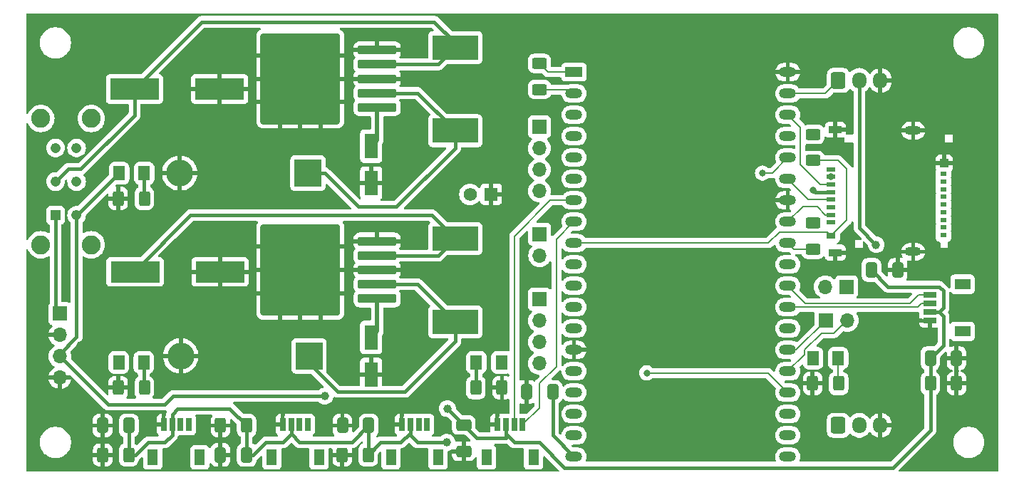
<source format=gbr>
%TF.GenerationSoftware,KiCad,Pcbnew,8.0.8*%
%TF.CreationDate,2025-03-18T22:09:40-04:00*%
%TF.ProjectId,pcb v4,70636220-7634-42e6-9b69-6361645f7063,rev?*%
%TF.SameCoordinates,Original*%
%TF.FileFunction,Copper,L1,Top*%
%TF.FilePolarity,Positive*%
%FSLAX46Y46*%
G04 Gerber Fmt 4.6, Leading zero omitted, Abs format (unit mm)*
G04 Created by KiCad (PCBNEW 8.0.8) date 2025-03-18 22:09:40*
%MOMM*%
%LPD*%
G01*
G04 APERTURE LIST*
G04 Aperture macros list*
%AMRoundRect*
0 Rectangle with rounded corners*
0 $1 Rounding radius*
0 $2 $3 $4 $5 $6 $7 $8 $9 X,Y pos of 4 corners*
0 Add a 4 corners polygon primitive as box body*
4,1,4,$2,$3,$4,$5,$6,$7,$8,$9,$2,$3,0*
0 Add four circle primitives for the rounded corners*
1,1,$1+$1,$2,$3*
1,1,$1+$1,$4,$5*
1,1,$1+$1,$6,$7*
1,1,$1+$1,$8,$9*
0 Add four rect primitives between the rounded corners*
20,1,$1+$1,$2,$3,$4,$5,0*
20,1,$1+$1,$4,$5,$6,$7,0*
20,1,$1+$1,$6,$7,$8,$9,0*
20,1,$1+$1,$8,$9,$2,$3,0*%
G04 Aperture macros list end*
%TA.AperFunction,ComponentPad*%
%ADD10R,1.700000X1.700000*%
%TD*%
%TA.AperFunction,ComponentPad*%
%ADD11O,1.700000X1.700000*%
%TD*%
%TA.AperFunction,SMDPad,CuDef*%
%ADD12RoundRect,0.250000X0.400000X0.625000X-0.400000X0.625000X-0.400000X-0.625000X0.400000X-0.625000X0*%
%TD*%
%TA.AperFunction,SMDPad,CuDef*%
%ADD13R,0.660400X1.549400*%
%TD*%
%TA.AperFunction,SMDPad,CuDef*%
%ADD14R,1.295400X1.905000*%
%TD*%
%TA.AperFunction,SMDPad,CuDef*%
%ADD15R,1.549400X0.660400*%
%TD*%
%TA.AperFunction,SMDPad,CuDef*%
%ADD16R,1.905000X1.295400*%
%TD*%
%TA.AperFunction,SMDPad,CuDef*%
%ADD17RoundRect,0.250000X-0.412500X-0.650000X0.412500X-0.650000X0.412500X0.650000X-0.412500X0.650000X0*%
%TD*%
%TA.AperFunction,ComponentPad*%
%ADD18R,2.000000X1.200000*%
%TD*%
%TA.AperFunction,ComponentPad*%
%ADD19O,2.000000X1.200000*%
%TD*%
%TA.AperFunction,SMDPad,CuDef*%
%ADD20RoundRect,0.250000X2.050000X0.300000X-2.050000X0.300000X-2.050000X-0.300000X2.050000X-0.300000X0*%
%TD*%
%TA.AperFunction,SMDPad,CuDef*%
%ADD21RoundRect,0.250000X2.025000X2.375000X-2.025000X2.375000X-2.025000X-2.375000X2.025000X-2.375000X0*%
%TD*%
%TA.AperFunction,SMDPad,CuDef*%
%ADD22RoundRect,0.250002X4.449998X5.149998X-4.449998X5.149998X-4.449998X-5.149998X4.449998X-5.149998X0*%
%TD*%
%TA.AperFunction,ComponentPad*%
%ADD23R,1.208000X1.208000*%
%TD*%
%TA.AperFunction,ComponentPad*%
%ADD24C,1.208000*%
%TD*%
%TA.AperFunction,ComponentPad*%
%ADD25C,2.250000*%
%TD*%
%TA.AperFunction,SMDPad,CuDef*%
%ADD26RoundRect,0.250000X-0.400000X-0.625000X0.400000X-0.625000X0.400000X0.625000X-0.400000X0.625000X0*%
%TD*%
%TA.AperFunction,SMDPad,CuDef*%
%ADD27RoundRect,0.250000X0.625000X-0.400000X0.625000X0.400000X-0.625000X0.400000X-0.625000X-0.400000X0*%
%TD*%
%TA.AperFunction,SMDPad,CuDef*%
%ADD28RoundRect,0.250000X-0.625000X0.400000X-0.625000X-0.400000X0.625000X-0.400000X0.625000X0.400000X0*%
%TD*%
%TA.AperFunction,SMDPad,CuDef*%
%ADD29RoundRect,0.250001X0.462499X0.624999X-0.462499X0.624999X-0.462499X-0.624999X0.462499X-0.624999X0*%
%TD*%
%TA.AperFunction,SMDPad,CuDef*%
%ADD30RoundRect,0.250001X-0.462499X-0.624999X0.462499X-0.624999X0.462499X0.624999X-0.462499X0.624999X0*%
%TD*%
%TA.AperFunction,SMDPad,CuDef*%
%ADD31R,5.400000X2.900000*%
%TD*%
%TA.AperFunction,ComponentPad*%
%ADD32RoundRect,0.250000X-0.600000X-0.725000X0.600000X-0.725000X0.600000X0.725000X-0.600000X0.725000X0*%
%TD*%
%TA.AperFunction,ComponentPad*%
%ADD33O,1.700000X1.950000*%
%TD*%
%TA.AperFunction,ComponentPad*%
%ADD34C,1.575000*%
%TD*%
%TA.AperFunction,ComponentPad*%
%ADD35R,1.575000X1.575000*%
%TD*%
%TA.AperFunction,ComponentPad*%
%ADD36R,3.200000X3.200000*%
%TD*%
%TA.AperFunction,ComponentPad*%
%ADD37O,3.200000X3.200000*%
%TD*%
%TA.AperFunction,SMDPad,CuDef*%
%ADD38R,5.800000X2.500000*%
%TD*%
%TA.AperFunction,SMDPad,CuDef*%
%ADD39R,1.600000X3.000000*%
%TD*%
%TA.AperFunction,SMDPad,CuDef*%
%ADD40RoundRect,0.250000X0.412500X0.650000X-0.412500X0.650000X-0.412500X-0.650000X0.412500X-0.650000X0*%
%TD*%
%TA.AperFunction,SMDPad,CuDef*%
%ADD41RoundRect,0.250000X-0.650000X0.412500X-0.650000X-0.412500X0.650000X-0.412500X0.650000X0.412500X0*%
%TD*%
%TA.AperFunction,ComponentPad*%
%ADD42O,1.900000X1.100000*%
%TD*%
%TA.AperFunction,SMDPad,CuDef*%
%ADD43R,0.800000X0.600000*%
%TD*%
%TA.AperFunction,SMDPad,CuDef*%
%ADD44R,1.000000X1.100000*%
%TD*%
%TA.AperFunction,SMDPad,CuDef*%
%ADD45R,1.100000X0.700000*%
%TD*%
%TA.AperFunction,SMDPad,CuDef*%
%ADD46R,1.100000X0.600000*%
%TD*%
%TA.AperFunction,SMDPad,CuDef*%
%ADD47R,1.500000X0.900000*%
%TD*%
%TA.AperFunction,ViaPad*%
%ADD48C,0.600000*%
%TD*%
%TA.AperFunction,ViaPad*%
%ADD49C,1.000000*%
%TD*%
%TA.AperFunction,ViaPad*%
%ADD50C,0.800000*%
%TD*%
%TA.AperFunction,Conductor*%
%ADD51C,0.400000*%
%TD*%
%TA.AperFunction,Conductor*%
%ADD52C,0.200000*%
%TD*%
%TA.AperFunction,Conductor*%
%ADD53C,0.500000*%
%TD*%
G04 APERTURE END LIST*
D10*
%TO.P,J16,1,Pin_1*%
%TO.N,/Boot0*%
X230025000Y-72000000D03*
D11*
%TO.P,J16,2,Pin_2*%
%TO.N,/Boot2*%
X232565000Y-72000000D03*
%TD*%
D10*
%TO.P,J6,1,Pin_1*%
%TO.N,/TX*%
X232500000Y-68000000D03*
D11*
%TO.P,J6,2,Pin_2*%
%TO.N,/RX*%
X229960000Y-68000000D03*
%TD*%
D12*
%TO.P,R11,1*%
%TO.N,GND*%
X245550000Y-79500000D03*
%TO.P,R11,2*%
%TO.N,3V3*%
X242450000Y-79500000D03*
%TD*%
D13*
%TO.P,J14,1,1*%
%TO.N,GND*%
X151350001Y-84401500D03*
%TO.P,J14,2,2*%
%TO.N,5V*%
X152350002Y-84401500D03*
%TO.P,J14,3,3*%
%TO.N,SDA2*%
X153350000Y-84401500D03*
%TO.P,J14,4,4*%
%TO.N,SCL2*%
X154350001Y-84401500D03*
D14*
%TO.P,J14,5*%
%TO.N,N/C*%
X155650000Y-88276501D03*
%TO.P,J14,6*%
X150050002Y-88276501D03*
%TD*%
D13*
%TO.P,J13,1,1*%
%TO.N,GND*%
X179650000Y-84401500D03*
%TO.P,J13,2,2*%
%TO.N,5V*%
X180650001Y-84401500D03*
%TO.P,J13,3,3*%
%TO.N,SDA2*%
X181649999Y-84401500D03*
%TO.P,J13,4,4*%
%TO.N,SCL2*%
X182650000Y-84401500D03*
D14*
%TO.P,J13,5*%
%TO.N,N/C*%
X183949999Y-88276501D03*
%TO.P,J13,6*%
X178350001Y-88276501D03*
%TD*%
D13*
%TO.P,J10,1,1*%
%TO.N,GND*%
X165500000Y-84401500D03*
%TO.P,J10,2,2*%
%TO.N,5V*%
X166500001Y-84401500D03*
%TO.P,J10,3,3*%
%TO.N,SDA2*%
X167499999Y-84401500D03*
%TO.P,J10,4,4*%
%TO.N,SCL2*%
X168500000Y-84401500D03*
D14*
%TO.P,J10,5*%
%TO.N,N/C*%
X169799999Y-88276501D03*
%TO.P,J10,6*%
X164200001Y-88276501D03*
%TD*%
D15*
%TO.P,J3,1,1*%
%TO.N,GND*%
X242401500Y-72000000D03*
%TO.P,J3,2,2*%
%TO.N,3V3*%
X242401500Y-70999999D03*
%TO.P,J3,3,3*%
%TO.N,SDA2*%
X242401500Y-70000001D03*
%TO.P,J3,4,4*%
%TO.N,SCL2*%
X242401500Y-69000000D03*
D16*
%TO.P,J3,5*%
%TO.N,N/C*%
X246276501Y-67700001D03*
%TO.P,J3,6*%
X246276501Y-73299999D03*
%TD*%
D14*
%TO.P,J2,6*%
%TO.N,N/C*%
X189700001Y-88276501D03*
%TO.P,J2,5*%
X195299999Y-88276501D03*
D13*
%TO.P,J2,4,4*%
%TO.N,SCL1*%
X194000000Y-84401500D03*
%TO.P,J2,3,3*%
%TO.N,SDA1*%
X192999999Y-84401500D03*
%TO.P,J2,2,2*%
%TO.N,3V3*%
X192000001Y-84401500D03*
%TO.P,J2,1,1*%
%TO.N,GND*%
X191000000Y-84401500D03*
%TD*%
D17*
%TO.P,C7,1*%
%TO.N,3V3*%
X242437500Y-76500000D03*
%TO.P,C7,2*%
%TO.N,GND*%
X245562500Y-76500000D03*
%TD*%
D18*
%TO.P,U3,1,3V3*%
%TO.N,Net-(U3-3V3)*%
X200100000Y-42500000D03*
D19*
%TO.P,U3,2,CHIP_PU*%
%TO.N,Net-(U3-CHIP_PU)*%
X200100000Y-45040000D03*
%TO.P,U3,3,SENSOR_VP/GPIO36/ADC1_CH0*%
%TO.N,/ADC1_CH0*%
X200100000Y-47580000D03*
%TO.P,U3,4,SENSOR_VN/GPIO39/ADC1_CH3*%
%TO.N,/ADC1_CH3*%
X200100000Y-50120000D03*
%TO.P,U3,5,VDET_1/GPIO34/ADC1_CH6*%
%TO.N,/ADC1_CH6*%
X200100000Y-52660000D03*
%TO.P,U3,6,VDET_2/GPIO35/ADC1_CH7*%
%TO.N,/ADC1_CH7*%
X200100000Y-55200000D03*
%TO.P,U3,7,32K_XP/GPIO32/ADC1_CH4*%
%TO.N,SDA1*%
X200100000Y-57740000D03*
%TO.P,U3,8,32K_XN/GPIO33/ADC1_CH5*%
%TO.N,SCL1*%
X200100000Y-60280000D03*
%TO.P,U3,9,DAC_1/ADC2_CH8/GPIO25*%
%TO.N,Net-(J7-CD)*%
X200100000Y-62820000D03*
%TO.P,U3,10,DAC_2/ADC2_CH9/GPIO26*%
%TO.N,/DAC1*%
X200100000Y-65360000D03*
%TO.P,U3,11,ADC2_CH7/GPIO27*%
%TO.N,/DAC2*%
X200100000Y-67900000D03*
%TO.P,U3,12,MTMS/GPIO14/ADC2_CH6*%
%TO.N,/GPIO14*%
X200100000Y-70440000D03*
%TO.P,U3,13,MTDI/GPIO12/ADC2_CH5*%
%TO.N,/GPIO12*%
X200100000Y-72980000D03*
%TO.P,U3,14,GND*%
%TO.N,GND*%
X200100000Y-75520000D03*
%TO.P,U3,15,MTCK/GPIO13/ADC2_CH4*%
%TO.N,/GPIO13*%
X200100000Y-78060000D03*
%TO.P,U3,16,SD_DATA2/GPIO9*%
%TO.N,unconnected-(U3-SD_DATA2{slash}GPIO9-Pad16)*%
X200100000Y-80600000D03*
%TO.P,U3,17,SD_DATA3/GPIO10*%
%TO.N,unconnected-(U3-SD_DATA3{slash}GPIO10-Pad17)*%
X200100000Y-83140000D03*
%TO.P,U3,18,CMD*%
%TO.N,unconnected-(U3-CMD-Pad18)*%
X200100000Y-85680000D03*
%TO.P,U3,19,5V*%
%TO.N,5V*%
X200100000Y-88220000D03*
%TO.P,U3,20,SD_CLK/GPIO6*%
%TO.N,unconnected-(U3-SD_CLK{slash}GPIO6-Pad20)*%
X225496320Y-88217280D03*
%TO.P,U3,21,SD_DATA0/GPIO7*%
%TO.N,unconnected-(U3-SD_DATA0{slash}GPIO7-Pad21)*%
X225496320Y-85677280D03*
%TO.P,U3,22,SD_DATA1/GPIO8*%
%TO.N,unconnected-(U3-SD_DATA1{slash}GPIO8-Pad22)*%
X225500000Y-83140000D03*
%TO.P,U3,23,MTDO/GPIO15/ADC2_CH3*%
%TO.N,/GPIO15*%
X225500000Y-80600000D03*
%TO.P,U3,24,ADC2_CH2/GPIO2*%
%TO.N,/Boot2*%
X225500000Y-78060000D03*
%TO.P,U3,25,GPIO0/BOOT/ADC2_CH1*%
%TO.N,/Boot0*%
X225500000Y-75520000D03*
%TO.P,U3,26,ADC2_CH0/GPIO4*%
%TO.N,/GPIO04*%
X225500000Y-72980000D03*
%TO.P,U3,27,GPIO16*%
%TO.N,SDA2*%
X225500000Y-70440000D03*
%TO.P,U3,28,GPIO17*%
%TO.N,SCL2*%
X225500000Y-67900000D03*
%TO.P,U3,29,GPIO5*%
%TO.N,Net-(J4-Pin_1)*%
X225500000Y-65360000D03*
%TO.P,U3,30,GPIO18*%
%TO.N,Net-(J7-CD{slash}DAT3)*%
X225500000Y-62820000D03*
%TO.P,U3,31,GPIO19*%
%TO.N,Net-(J7-DAT0{slash}RCLK+)*%
X225500000Y-60280000D03*
%TO.P,U3,32,GND*%
%TO.N,GND*%
X225500000Y-57740000D03*
%TO.P,U3,33,GPIO21*%
%TO.N,Net-(J7-CLK)*%
X225500000Y-55200000D03*
%TO.P,U3,34,U0RXD/GPIO3*%
%TO.N,/RX*%
X225500000Y-52660000D03*
%TO.P,U3,35,U0TXD/GPIO1*%
%TO.N,/TX*%
X225500000Y-50120000D03*
%TO.P,U3,36,GPIO22*%
%TO.N,Net-(J7-CMD)*%
X225500000Y-47580000D03*
%TO.P,U3,37,GPIO23*%
%TO.N,Net-(J5-Pin_1)*%
X225500000Y-45040000D03*
%TO.P,U3,38,GND*%
%TO.N,GND*%
X225500000Y-42500000D03*
%TD*%
D20*
%TO.P,U2,1,VIN*%
%TO.N,BTRY*%
X176725000Y-69400000D03*
%TO.P,U2,2,OUT*%
%TO.N,Net-(D3-K)*%
X176725000Y-67700000D03*
%TO.P,U2,3,GND*%
%TO.N,GND*%
X176725000Y-66000000D03*
D21*
X170000000Y-68775000D03*
X170000000Y-63225000D03*
D22*
X167575000Y-66000000D03*
D21*
X165150000Y-68775000D03*
X165150000Y-63225000D03*
D20*
%TO.P,U2,4,FB*%
%TO.N,3V30*%
X176725000Y-64300000D03*
%TO.P,U2,5,~{ON}/OFF*%
%TO.N,GND*%
X176725000Y-62600000D03*
%TD*%
%TO.P,U1,5,~{ON}/OFF*%
%TO.N,GND*%
X176725000Y-39875000D03*
%TO.P,U1,4,FB*%
%TO.N,5V0*%
X176725000Y-41575000D03*
D21*
%TO.P,U1,3,GND*%
%TO.N,GND*%
X165150000Y-40500000D03*
X165150000Y-46050000D03*
D22*
X167575000Y-43275000D03*
D21*
X170000000Y-40500000D03*
X170000000Y-46050000D03*
D20*
X176725000Y-43275000D03*
%TO.P,U1,2,OUT*%
%TO.N,Net-(D2-K)*%
X176725000Y-44975000D03*
%TO.P,U1,1,VIN*%
%TO.N,BTRY*%
X176725000Y-46675000D03*
%TD*%
D23*
%TO.P,S1,1*%
%TO.N,5V*%
X138500000Y-59500000D03*
D24*
%TO.P,S1,4*%
%TO.N,3V3*%
X141000000Y-59500000D03*
%TO.P,S1,2*%
%TO.N,5V0*%
X138500000Y-55500000D03*
%TO.P,S1,5*%
%TO.N,3V30*%
X141000000Y-55500000D03*
%TO.P,S1,3*%
%TO.N,unconnected-(S1-Pad3)*%
X138500000Y-51500000D03*
%TO.P,S1,6*%
%TO.N,unconnected-(S1-Pad6)*%
X141000000Y-51500000D03*
D25*
%TO.P,S1,SH1*%
%TO.N,N/C*%
X136750000Y-63000000D03*
%TO.P,S1,SH4*%
X142750000Y-63000000D03*
%TO.P,S1,SH2*%
X136750000Y-48000000D03*
%TO.P,S1,SH3*%
X142750000Y-48000000D03*
%TD*%
D26*
%TO.P,R10,2*%
%TO.N,5V*%
X147200000Y-88000000D03*
%TO.P,R10,1*%
%TO.N,GND*%
X144100000Y-88000000D03*
%TD*%
%TO.P,R9,1*%
%TO.N,GND*%
X172550000Y-88000000D03*
%TO.P,R9,2*%
%TO.N,5V*%
X175650000Y-88000000D03*
%TD*%
%TO.P,R8,1*%
%TO.N,GND*%
X158100000Y-84500000D03*
%TO.P,R8,2*%
%TO.N,5V*%
X161200000Y-84500000D03*
%TD*%
D12*
%TO.P,R7,1*%
%TO.N,Net-(LED4-K)*%
X231550000Y-79500000D03*
%TO.P,R7,2*%
%TO.N,GND*%
X228450000Y-79500000D03*
%TD*%
D27*
%TO.P,R6,1*%
%TO.N,Net-(J7-CD)*%
X228500000Y-53000000D03*
%TO.P,R6,2*%
%TO.N,3V3*%
X228500000Y-49900000D03*
%TD*%
%TO.P,R5,1*%
%TO.N,Net-(J7-CD{slash}DAT3)*%
X228500000Y-63550000D03*
%TO.P,R5,2*%
%TO.N,3V3*%
X228500000Y-60450000D03*
%TD*%
D28*
%TO.P,R4,1*%
%TO.N,Net-(U3-3V3)*%
X196000000Y-41450000D03*
%TO.P,R4,2*%
%TO.N,Net-(U3-CHIP_PU)*%
X196000000Y-44550000D03*
%TD*%
D12*
%TO.P,R3,1*%
%TO.N,Net-(LED3-K)*%
X149050000Y-80000000D03*
%TO.P,R3,2*%
%TO.N,GND*%
X145950000Y-80000000D03*
%TD*%
%TO.P,R2,2*%
%TO.N,GND*%
X145950000Y-57500000D03*
%TO.P,R2,1*%
%TO.N,Net-(LED2-K)*%
X149050000Y-57500000D03*
%TD*%
D26*
%TO.P,R1,1*%
%TO.N,Net-(LED1-K)*%
X188450000Y-80000000D03*
%TO.P,R1,2*%
%TO.N,GND*%
X191550000Y-80000000D03*
%TD*%
D29*
%TO.P,LED4,1,K*%
%TO.N,Net-(LED4-K)*%
X231487500Y-76500000D03*
%TO.P,LED4,2,A*%
%TO.N,/GPIO04*%
X228512500Y-76500000D03*
%TD*%
%TO.P,LED3,1,K*%
%TO.N,Net-(LED3-K)*%
X148987500Y-77000000D03*
%TO.P,LED3,2,A*%
%TO.N,5V*%
X146012500Y-77000000D03*
%TD*%
%TO.P,LED2,2,A*%
%TO.N,3V3*%
X146057500Y-54500000D03*
%TO.P,LED2,1,K*%
%TO.N,Net-(LED2-K)*%
X149032500Y-54500000D03*
%TD*%
D30*
%TO.P,LED1,1,K*%
%TO.N,Net-(LED1-K)*%
X188500000Y-77000000D03*
%TO.P,LED1,2,A*%
%TO.N,BTRY*%
X191475000Y-77000000D03*
%TD*%
D31*
%TO.P,L2,1,1*%
%TO.N,Net-(D3-K)*%
X186000000Y-72175000D03*
%TO.P,L2,2,2*%
%TO.N,3V30*%
X186000000Y-62275000D03*
%TD*%
%TO.P,L1,1,1*%
%TO.N,Net-(D2-K)*%
X186000000Y-49450000D03*
%TO.P,L1,2,2*%
%TO.N,5V0*%
X186000000Y-39550000D03*
%TD*%
D10*
%TO.P,J15,1,Pin_1*%
%TO.N,/GPIO14*%
X196000000Y-69500000D03*
D11*
%TO.P,J15,2,Pin_2*%
%TO.N,/GPIO12*%
X196000000Y-72040000D03*
%TO.P,J15,3,Pin_3*%
%TO.N,/GPIO13*%
X196000000Y-74580000D03*
%TO.P,J15,4,Pin_4*%
%TO.N,/GPIO15*%
X196000000Y-77120000D03*
%TD*%
%TO.P,J12,4,Pin_4*%
%TO.N,GND*%
X139025000Y-78820000D03*
%TO.P,J12,3,Pin_3*%
%TO.N,3V3*%
X139025000Y-76280000D03*
%TO.P,J12,2,Pin_2*%
%TO.N,GND*%
X139025000Y-73740000D03*
D10*
%TO.P,J12,1,Pin_1*%
%TO.N,5V*%
X139025000Y-71200000D03*
%TD*%
%TO.P,J9,1,Pin_1*%
%TO.N,/DAC1*%
X196025000Y-61750000D03*
D11*
%TO.P,J9,2,Pin_2*%
%TO.N,/DAC2*%
X196025000Y-64290000D03*
%TD*%
D10*
%TO.P,J8,1,Pin_1*%
%TO.N,/ADC1_CH0*%
X196000000Y-49000000D03*
D11*
%TO.P,J8,2,Pin_2*%
%TO.N,/ADC1_CH3*%
X196000000Y-51540000D03*
%TO.P,J8,3,Pin_3*%
%TO.N,/ADC1_CH6*%
X196000000Y-54080000D03*
%TO.P,J8,4,Pin_4*%
%TO.N,/ADC1_CH7*%
X196000000Y-56620000D03*
%TD*%
D32*
%TO.P,J5,1,Pin_1*%
%TO.N,Net-(J5-Pin_1)*%
X231500000Y-43475000D03*
D33*
%TO.P,J5,2,Pin_2*%
%TO.N,Net-(J4-Pin_2)*%
X234000000Y-43475000D03*
%TO.P,J5,3,Pin_3*%
%TO.N,GND*%
X236500000Y-43475000D03*
%TD*%
D32*
%TO.P,J4,1,Pin_1*%
%TO.N,Net-(J4-Pin_1)*%
X231500000Y-84475000D03*
D33*
%TO.P,J4,2,Pin_2*%
%TO.N,Net-(J4-Pin_2)*%
X234000000Y-84475000D03*
%TO.P,J4,3,Pin_3*%
%TO.N,GND*%
X236500000Y-84475000D03*
%TD*%
D34*
%TO.P,J1,2,2*%
%TO.N,BTRY*%
X187750000Y-57025000D03*
D35*
%TO.P,J1,1,1*%
%TO.N,GND*%
X190250000Y-57025000D03*
%TD*%
D36*
%TO.P,D3,1,K*%
%TO.N,Net-(D3-K)*%
X168620000Y-76225000D03*
D37*
%TO.P,D3,2,A*%
%TO.N,GND*%
X153380000Y-76225000D03*
%TD*%
%TO.P,D2,2,A*%
%TO.N,GND*%
X153260000Y-54500000D03*
D36*
%TO.P,D2,1,K*%
%TO.N,Net-(D2-K)*%
X168500000Y-54500000D03*
%TD*%
D38*
%TO.P,CP4,1,1*%
%TO.N,3V30*%
X147950000Y-66225000D03*
%TO.P,CP4,2,2*%
%TO.N,GND*%
X158050000Y-66225000D03*
%TD*%
%TO.P,CP3,2,2*%
%TO.N,GND*%
X158000000Y-44500000D03*
%TO.P,CP3,1,1*%
%TO.N,5V0*%
X147900000Y-44500000D03*
%TD*%
D39*
%TO.P,CP2,1,1*%
%TO.N,BTRY*%
X176000000Y-74025000D03*
%TO.P,CP2,2,2*%
%TO.N,GND*%
X176000000Y-78425000D03*
%TD*%
%TO.P,CP1,2,2*%
%TO.N,GND*%
X176000000Y-55700000D03*
%TO.P,CP1,1,1*%
%TO.N,BTRY*%
X176000000Y-51300000D03*
%TD*%
D40*
%TO.P,C6,1*%
%TO.N,5V*%
X147212500Y-84500000D03*
%TO.P,C6,2*%
%TO.N,GND*%
X144087500Y-84500000D03*
%TD*%
%TO.P,C5,1*%
%TO.N,5V*%
X175712500Y-84500000D03*
%TO.P,C5,2*%
%TO.N,GND*%
X172587500Y-84500000D03*
%TD*%
%TO.P,C4,2*%
%TO.N,GND*%
X158087500Y-88000000D03*
%TO.P,C4,1*%
%TO.N,5V*%
X161212500Y-88000000D03*
%TD*%
D17*
%TO.P,C3,1*%
%TO.N,3V3*%
X235437500Y-66000000D03*
%TO.P,C3,2*%
%TO.N,GND*%
X238562500Y-66000000D03*
%TD*%
D40*
%TO.P,C2,1*%
%TO.N,5V*%
X197562500Y-80500000D03*
%TO.P,C2,2*%
%TO.N,GND*%
X194437500Y-80500000D03*
%TD*%
D41*
%TO.P,C1,1*%
%TO.N,3V3*%
X187000000Y-84437500D03*
%TO.P,C1,2*%
%TO.N,GND*%
X187000000Y-87562500D03*
%TD*%
D42*
%TO.P,J7,P13,COVER_GND__3*%
%TO.N,GND*%
X240400000Y-63844250D03*
%TO.P,J7,P12,COVER_GND__2*%
X240400000Y-49444250D03*
D43*
%TO.P,J7,P23,VSS__3*%
%TO.N,unconnected-(J7-VSS__3-PadP23)*%
X244000000Y-61864250D03*
%TO.P,J7,P22,D1+*%
%TO.N,unconnected-(J7-D1+-PadP22)*%
X244000000Y-60954250D03*
%TO.P,J7,P21,D1-*%
%TO.N,unconnected-(J7-D1--PadP21)*%
X244000000Y-60044250D03*
%TO.P,J7,P20,VSS__2*%
%TO.N,unconnected-(J7-VSS__2-PadP20)*%
X244000000Y-59134250D03*
%TO.P,J7,P19,D0-*%
%TO.N,unconnected-(J7-D0--PadP19)*%
X244000000Y-58224250D03*
%TO.P,J7,P18,D0+*%
%TO.N,unconnected-(J7-D0+-PadP18)*%
X244000000Y-57314250D03*
%TO.P,J7,P17,VSS__1*%
%TO.N,unconnected-(J7-VSS__1-PadP17)*%
X244000000Y-56404250D03*
%TO.P,J7,P16,SWIO*%
%TO.N,unconnected-(J7-SWIO-PadP16)*%
X244000000Y-55494250D03*
%TO.P,J7,P15,VDD2*%
%TO.N,unconnected-(J7-VDD2-PadP15)*%
X244000000Y-54584250D03*
D44*
%TO.P,J7,P14,COVER_GND__4*%
%TO.N,GND*%
X244100000Y-53334250D03*
D45*
%TO.P,J7,P9,CD*%
%TO.N,Net-(J7-CD)*%
X230650000Y-61944250D03*
D46*
%TO.P,J7,P8,DAT1/RCLK+*%
%TO.N,unconnected-(J7-DAT1{slash}RCLK+-PadP8)*%
X230650000Y-60344250D03*
%TO.P,J7,P7,DAT0/RCLK+*%
%TO.N,Net-(J7-DAT0{slash}RCLK+)*%
X230650000Y-59444250D03*
%TO.P,J7,P6,VSS*%
%TO.N,GND*%
X230650000Y-58544250D03*
%TO.P,J7,P5,CLK*%
%TO.N,Net-(J7-CLK)*%
X230650000Y-57644250D03*
%TO.P,J7,P4,VDD1*%
%TO.N,3V3*%
X230650000Y-56744250D03*
%TO.P,J7,P3,CMD*%
%TO.N,Net-(J7-CMD)*%
X230650000Y-55844250D03*
%TO.P,J7,P2,CD/DAT3*%
%TO.N,Net-(J7-CD{slash}DAT3)*%
X230650000Y-54944250D03*
%TO.P,J7,P1,DAT2*%
%TO.N,unconnected-(J7-DAT2-PadP1)*%
X230650000Y-54044250D03*
D47*
%TO.P,J7,P10,COVER_GND*%
%TO.N,GND*%
X231160000Y-63944250D03*
%TO.P,J7,P11,COVER_GND__1*%
X231160000Y-49344250D03*
%TD*%
D48*
%TO.N,GND*%
X230650000Y-58544250D03*
D49*
X198000000Y-59500000D03*
X194500000Y-67000000D03*
X232500000Y-48000000D03*
X232500000Y-51500000D03*
X236000000Y-53000000D03*
X223000000Y-50500000D03*
X223000000Y-49000000D03*
X224000000Y-59000000D03*
X224000000Y-56500000D03*
X162000000Y-82500000D03*
X153000000Y-89000000D03*
X167000000Y-89000000D03*
X181500000Y-89000000D03*
X189000000Y-45000000D03*
X155000000Y-41000000D03*
X155500000Y-49500000D03*
X140000000Y-44500000D03*
X136500000Y-54500000D03*
X142000000Y-82500000D03*
X176500000Y-82500000D03*
X154500000Y-71500000D03*
X181000000Y-72000000D03*
X217000000Y-85500000D03*
X209000000Y-66500000D03*
X215000000Y-70500000D03*
X238000000Y-77000000D03*
X249000000Y-79000000D03*
X248000000Y-57000000D03*
X243500000Y-44500000D03*
X237000000Y-37500000D03*
X227500000Y-38000000D03*
X207500000Y-53500000D03*
X200500000Y-38500000D03*
X216500000Y-47000000D03*
X212500000Y-55500000D03*
X190500000Y-68000000D03*
X194000000Y-59500000D03*
X192500000Y-60500000D03*
X190000000Y-63500000D03*
X170000000Y-66000000D03*
X170000000Y-69000000D03*
X167500000Y-69000000D03*
X165000000Y-69000000D03*
X165000000Y-66000000D03*
X165000000Y-63500000D03*
X167500000Y-63500000D03*
X170000000Y-63500000D03*
X167575000Y-66000000D03*
X165000000Y-46500000D03*
X167500000Y-46500000D03*
X170000000Y-46500000D03*
X170000000Y-43000000D03*
X165000000Y-43000000D03*
X165000000Y-40000000D03*
X167500000Y-40000000D03*
X170000000Y-40000000D03*
X167575000Y-43275000D03*
X136500000Y-74000000D03*
X141500000Y-75000000D03*
X141500000Y-76500000D03*
%TO.N,3V3*%
X185062500Y-82500000D03*
X170500000Y-81000000D03*
D50*
%TO.N,/GPIO15*%
X208750000Y-78250000D03*
%TO.N,/RX*%
X222500000Y-54500000D03*
D49*
%TO.N,Net-(J7-CD{slash}DAT3)*%
X228500000Y-63550000D03*
D50*
X230650000Y-54944250D03*
%TO.N,3V3*%
X228500000Y-56500000D03*
D49*
X228500000Y-60450000D03*
X228500000Y-49900000D03*
X146057500Y-54500000D03*
%TO.N,/GPIO04*%
X228512500Y-76500000D03*
%TO.N,5V*%
X185000000Y-86500000D03*
D48*
%TO.N,SCL2*%
X182650000Y-84401500D03*
%TO.N,SDA2*%
X181649999Y-84401500D03*
%TO.N,SCL2*%
X168500000Y-84401500D03*
%TO.N,SDA2*%
X167499999Y-84401500D03*
%TO.N,SCL2*%
X154350001Y-84401500D03*
%TO.N,SDA2*%
X153350000Y-84401500D03*
D49*
%TO.N,3V30*%
X147950000Y-66225000D03*
%TO.N,5V*%
X146012500Y-77000000D03*
%TO.N,BTRY*%
X176725000Y-69500000D03*
X191475000Y-77000000D03*
X176012500Y-74012500D03*
%TO.N,5V*%
X147212500Y-84500000D03*
%TO.N,Net-(J4-Pin_2)*%
X236000000Y-63000000D03*
%TO.N,BTRY*%
X176000000Y-51300000D03*
%TD*%
D51*
%TO.N,Net-(D3-K)*%
X186000000Y-74500000D02*
X186000000Y-72175000D01*
X180000000Y-80500000D02*
X186000000Y-74500000D01*
X172000000Y-80500000D02*
X180000000Y-80500000D01*
X168620000Y-77120000D02*
X172000000Y-80500000D01*
X168620000Y-76225000D02*
X168620000Y-77120000D01*
%TO.N,Net-(J4-Pin_2)*%
X234000000Y-43475000D02*
X234000000Y-61000000D01*
X234000000Y-61000000D02*
X236000000Y-63000000D01*
D52*
%TO.N,/GPIO15*%
X223150000Y-78250000D02*
X225500000Y-80600000D01*
X208750000Y-78250000D02*
X223150000Y-78250000D01*
%TO.N,Net-(U3-3V3)*%
X196000000Y-41450000D02*
X197050000Y-42500000D01*
X197050000Y-42500000D02*
X200100000Y-42500000D01*
%TO.N,Net-(U3-CHIP_PU)*%
X199610000Y-44550000D02*
X200100000Y-45040000D01*
X196000000Y-44550000D02*
X199610000Y-44550000D01*
%TO.N,/RX*%
X223660000Y-54500000D02*
X225500000Y-52660000D01*
X222500000Y-54500000D02*
X223660000Y-54500000D01*
%TO.N,Net-(J7-CD{slash}DAT3)*%
X226230000Y-63550000D02*
X228500000Y-63550000D01*
X225500000Y-62820000D02*
X226230000Y-63550000D01*
%TO.N,Net-(J7-DAT0{slash}RCLK+)*%
X229944250Y-59444250D02*
X229000000Y-58500000D01*
X230650000Y-59444250D02*
X229944250Y-59444250D01*
X227280000Y-58500000D02*
X229000000Y-58500000D01*
X225500000Y-60280000D02*
X227280000Y-58500000D01*
D51*
%TO.N,3V3*%
X228744250Y-56744250D02*
X230650000Y-56744250D01*
X228500000Y-56500000D02*
X228744250Y-56744250D01*
D52*
%TO.N,Net-(J7-CMD)*%
X227000000Y-53500000D02*
X227000000Y-51000000D01*
X229344250Y-55844250D02*
X227000000Y-53500000D01*
X230650000Y-55844250D02*
X229344250Y-55844250D01*
X227000000Y-49500000D02*
X227000000Y-51000000D01*
X227000000Y-49080000D02*
X227000000Y-49500000D01*
X225500000Y-47580000D02*
X227000000Y-49080000D01*
%TO.N,Net-(J7-CLK)*%
X227944250Y-57644250D02*
X230650000Y-57644250D01*
X225500000Y-55200000D02*
X227944250Y-57644250D01*
%TO.N,Net-(J7-CD)*%
X230205750Y-61500000D02*
X224500000Y-61500000D01*
X230650000Y-61944250D02*
X230205750Y-61500000D01*
X232500000Y-60094250D02*
X230650000Y-61944250D01*
X232500000Y-54000000D02*
X232500000Y-60094250D01*
X231500000Y-53000000D02*
X232500000Y-54000000D01*
X228500000Y-53000000D02*
X231500000Y-53000000D01*
D51*
%TO.N,3V3*%
X244000000Y-70499998D02*
X243499999Y-70999999D01*
X244000000Y-68500000D02*
X244000000Y-70499998D01*
X237437500Y-68000000D02*
X243500000Y-68000000D01*
X235437500Y-66000000D02*
X237437500Y-68000000D01*
X243500000Y-68000000D02*
X244000000Y-68500000D01*
D52*
%TO.N,/Boot2*%
X232500000Y-72000000D02*
X232565000Y-72000000D01*
X231000000Y-73500000D02*
X232500000Y-72000000D01*
X227500000Y-75500000D02*
X229500000Y-73500000D01*
X229500000Y-73500000D02*
X231000000Y-73500000D01*
X227500000Y-76060000D02*
X227500000Y-75500000D01*
X225500000Y-78060000D02*
X227500000Y-76060000D01*
%TO.N,Net-(LED4-K)*%
X231487500Y-79437500D02*
X231550000Y-79500000D01*
X231487500Y-76500000D02*
X231487500Y-79437500D01*
%TO.N,/Boot0*%
X226505000Y-75520000D02*
X230025000Y-72000000D01*
X225500000Y-75520000D02*
X226505000Y-75520000D01*
%TO.N,Net-(J7-CD)*%
X223180000Y-62820000D02*
X224500000Y-61500000D01*
X200100000Y-62820000D02*
X223180000Y-62820000D01*
%TO.N,Net-(J5-Pin_1)*%
X225500000Y-45040000D02*
X229935000Y-45040000D01*
X229935000Y-45040000D02*
X231500000Y-43475000D01*
D51*
%TO.N,3V3*%
X238000000Y-89500000D02*
X242450000Y-85050000D01*
X242450000Y-85050000D02*
X242450000Y-79500000D01*
X196000000Y-86500000D02*
X199000000Y-89500000D01*
X199000000Y-89500000D02*
X238000000Y-89500000D01*
X193000000Y-86500000D02*
X196000000Y-86500000D01*
X192000001Y-85500001D02*
X193000000Y-86500000D01*
X192000001Y-84401500D02*
X192000001Y-85500001D01*
D52*
%TO.N,SCL1*%
X198000000Y-77500000D02*
X198000000Y-62380000D01*
X196000000Y-79500000D02*
X198000000Y-77500000D01*
X196000000Y-82401500D02*
X196000000Y-79500000D01*
X194000000Y-84401500D02*
X196000000Y-82401500D01*
X198000000Y-62380000D02*
X200100000Y-60280000D01*
%TO.N,SDA1*%
X197260000Y-57740000D02*
X200100000Y-57740000D01*
X192999999Y-62000001D02*
X197260000Y-57740000D01*
X192999999Y-84401500D02*
X192999999Y-62000001D01*
D51*
%TO.N,5V*%
X180650001Y-85650001D02*
X181500000Y-86500000D01*
X181500000Y-86500000D02*
X185000000Y-86500000D01*
X180650001Y-84401500D02*
X180650001Y-85650001D01*
%TO.N,Net-(LED2-K)*%
X149032500Y-57482500D02*
X149050000Y-57500000D01*
X149032500Y-54500000D02*
X149032500Y-57482500D01*
%TO.N,3V3*%
X141057500Y-59500000D02*
X146057500Y-54500000D01*
X141000000Y-59500000D02*
X141057500Y-59500000D01*
%TO.N,Net-(LED3-K)*%
X148987500Y-77000000D02*
X148987500Y-79937500D01*
X148987500Y-79937500D02*
X149050000Y-80000000D01*
%TO.N,3V3*%
X185062500Y-82500000D02*
X187000000Y-84437500D01*
X152487500Y-81000000D02*
X170500000Y-81000000D01*
X144745000Y-82000000D02*
X151487500Y-82000000D01*
X151487500Y-82000000D02*
X152487500Y-81000000D01*
X139025000Y-76280000D02*
X144745000Y-82000000D01*
%TO.N,5V0*%
X147900000Y-47600000D02*
X147900000Y-44500000D01*
X141500000Y-54000000D02*
X147900000Y-47600000D01*
X140000000Y-54000000D02*
X141500000Y-54000000D01*
X138500000Y-55500000D02*
X140000000Y-54000000D01*
%TO.N,3V30*%
X183975000Y-64300000D02*
X186000000Y-62275000D01*
X176725000Y-64300000D02*
X183975000Y-64300000D01*
D53*
%TO.N,BTRY*%
X176725000Y-69500000D02*
X176725000Y-69400000D01*
D51*
%TO.N,Net-(LED1-K)*%
X188500000Y-79950000D02*
X188450000Y-80000000D01*
X188500000Y-77000000D02*
X188500000Y-79950000D01*
D53*
%TO.N,BTRY*%
X176012500Y-74012500D02*
X176725000Y-73300000D01*
D51*
%TO.N,5V*%
X197562500Y-85682500D02*
X200100000Y-88220000D01*
X197562500Y-80500000D02*
X197562500Y-85682500D01*
%TO.N,3V3*%
X192000000Y-84401501D02*
X192000001Y-84401500D01*
X192000000Y-86000000D02*
X192000000Y-84401501D01*
X187000000Y-84437500D02*
X188562500Y-86000000D01*
X188562500Y-86000000D02*
X192000000Y-86000000D01*
%TO.N,5V*%
X180650001Y-85349999D02*
X180650001Y-84401500D01*
X179500000Y-86500000D02*
X180650001Y-85349999D01*
X177150000Y-86500000D02*
X179500000Y-86500000D01*
X175650000Y-88000000D02*
X177150000Y-86500000D01*
X175712500Y-87937500D02*
X175650000Y-88000000D01*
X175712500Y-84500000D02*
X175712500Y-87937500D01*
X167500000Y-86499998D02*
X166500001Y-85499999D01*
X167500000Y-86500000D02*
X167500000Y-86499998D01*
X173712500Y-86500000D02*
X167500000Y-86500000D01*
X175712500Y-84500000D02*
X173712500Y-86500000D01*
X159200000Y-82500000D02*
X161200000Y-84500000D01*
X153000000Y-82500000D02*
X159200000Y-82500000D01*
X152350002Y-83149998D02*
X153000000Y-82500000D01*
X152350002Y-84401500D02*
X152350002Y-83149998D01*
X149500000Y-86500000D02*
X151500000Y-86500000D01*
X148000000Y-88000000D02*
X149500000Y-86500000D01*
X152350002Y-85649998D02*
X152350002Y-84401500D01*
X147200000Y-88000000D02*
X148000000Y-88000000D01*
X151500000Y-86500000D02*
X152350002Y-85649998D01*
X165500000Y-86500000D02*
X166500001Y-85499999D01*
X163500000Y-86500000D02*
X165500000Y-86500000D01*
X166500001Y-85499999D02*
X166500001Y-84401500D01*
X162000000Y-88000000D02*
X163500000Y-86500000D01*
X161212500Y-88000000D02*
X162000000Y-88000000D01*
X161200000Y-87987500D02*
X161212500Y-88000000D01*
X161200000Y-84500000D02*
X161200000Y-87987500D01*
X147212500Y-87987500D02*
X147200000Y-88000000D01*
X147212500Y-84500000D02*
X147212500Y-87987500D01*
X138500000Y-70675000D02*
X139025000Y-71200000D01*
X138500000Y-59500000D02*
X138500000Y-70675000D01*
%TO.N,3V3*%
X139025000Y-75975000D02*
X139025000Y-76280000D01*
X141000000Y-74000000D02*
X139025000Y-75975000D01*
X141000000Y-59500000D02*
X141000000Y-74000000D01*
D52*
%TO.N,Net-(J7-CMD)*%
X225580000Y-47580000D02*
X225500000Y-47580000D01*
%TO.N,SDA2*%
X241379999Y-70000001D02*
X242401500Y-70000001D01*
X240940000Y-70440000D02*
X241379999Y-70000001D01*
X225500000Y-70440000D02*
X240940000Y-70440000D01*
%TO.N,SCL2*%
X241000000Y-69000000D02*
X242401500Y-69000000D01*
X240000000Y-70000000D02*
X241000000Y-69000000D01*
X227600000Y-70000000D02*
X240000000Y-70000000D01*
X225500000Y-67900000D02*
X227600000Y-70000000D01*
D51*
%TO.N,3V3*%
X244000000Y-71500000D02*
X244000000Y-74937500D01*
X243499999Y-70999999D02*
X244000000Y-71500000D01*
X244000000Y-74937500D02*
X242437500Y-76500000D01*
X242401500Y-70999999D02*
X243499999Y-70999999D01*
X242437500Y-79487500D02*
X242450000Y-79500000D01*
X242437500Y-76500000D02*
X242437500Y-79487500D01*
%TO.N,Net-(D3-K)*%
X181525000Y-67700000D02*
X186000000Y-72175000D01*
X176725000Y-67700000D02*
X181525000Y-67700000D01*
D53*
%TO.N,BTRY*%
X176725000Y-73300000D02*
X176725000Y-69500000D01*
X176000000Y-74025000D02*
X176012500Y-74012500D01*
D51*
%TO.N,3V30*%
X183225000Y-59500000D02*
X186000000Y-62275000D01*
X154500000Y-59500000D02*
X183225000Y-59500000D01*
X147950000Y-66225000D02*
X147950000Y-66050000D01*
X147950000Y-66050000D02*
X154500000Y-59500000D01*
%TO.N,Net-(D2-K)*%
X179000000Y-58500000D02*
X186000000Y-51500000D01*
X174500000Y-58500000D02*
X179000000Y-58500000D01*
X186000000Y-51500000D02*
X186000000Y-49450000D01*
X170500000Y-54500000D02*
X174500000Y-58500000D01*
X168500000Y-54500000D02*
X170500000Y-54500000D01*
D53*
%TO.N,BTRY*%
X176725000Y-50575000D02*
X176000000Y-51300000D01*
X176725000Y-46675000D02*
X176725000Y-50575000D01*
D51*
%TO.N,5V0*%
X183975000Y-41575000D02*
X186000000Y-39550000D01*
X176725000Y-41575000D02*
X183975000Y-41575000D01*
X186000000Y-39000000D02*
X183500000Y-36500000D01*
X186000000Y-39550000D02*
X186000000Y-39000000D01*
X155900000Y-36500000D02*
X183500000Y-36500000D01*
X147900000Y-44500000D02*
X155900000Y-36500000D01*
%TO.N,Net-(D2-K)*%
X181525000Y-44975000D02*
X186000000Y-49450000D01*
X176725000Y-44975000D02*
X181525000Y-44975000D01*
%TD*%
%TA.AperFunction,Conductor*%
%TO.N,GND*%
G36*
X250442539Y-35520185D02*
G01*
X250488294Y-35572989D01*
X250499500Y-35624500D01*
X250499500Y-89875500D01*
X250479815Y-89942539D01*
X250427011Y-89988294D01*
X250375500Y-89999500D01*
X238790519Y-89999500D01*
X238723480Y-89979815D01*
X238677725Y-89927011D01*
X238667781Y-89857853D01*
X238696806Y-89794297D01*
X238702838Y-89787819D01*
X239765659Y-88724998D01*
X242111945Y-86378711D01*
X245149500Y-86378711D01*
X245149500Y-86621288D01*
X245181161Y-86861785D01*
X245243947Y-87096104D01*
X245336773Y-87320205D01*
X245336777Y-87320214D01*
X245339558Y-87325030D01*
X245458064Y-87530289D01*
X245458066Y-87530292D01*
X245458067Y-87530293D01*
X245605733Y-87722736D01*
X245605739Y-87722743D01*
X245777256Y-87894260D01*
X245777263Y-87894266D01*
X245835373Y-87938855D01*
X245969711Y-88041936D01*
X246179788Y-88163224D01*
X246403900Y-88256054D01*
X246638211Y-88318838D01*
X246811830Y-88341695D01*
X246878711Y-88350500D01*
X246878712Y-88350500D01*
X247121289Y-88350500D01*
X247169388Y-88344167D01*
X247361789Y-88318838D01*
X247596100Y-88256054D01*
X247820212Y-88163224D01*
X248030289Y-88041936D01*
X248222738Y-87894265D01*
X248394265Y-87722738D01*
X248541936Y-87530289D01*
X248663224Y-87320212D01*
X248756054Y-87096100D01*
X248818838Y-86861789D01*
X248850500Y-86621288D01*
X248850500Y-86378712D01*
X248850046Y-86375267D01*
X248834449Y-86256788D01*
X248818838Y-86138211D01*
X248756054Y-85903900D01*
X248663224Y-85679788D01*
X248541936Y-85469711D01*
X248463383Y-85367339D01*
X248394266Y-85277263D01*
X248394260Y-85277256D01*
X248222743Y-85105739D01*
X248222736Y-85105733D01*
X248030293Y-84958067D01*
X248030292Y-84958066D01*
X248030289Y-84958064D01*
X247826811Y-84840586D01*
X247820214Y-84836777D01*
X247820205Y-84836773D01*
X247596104Y-84743947D01*
X247361785Y-84681161D01*
X247121289Y-84649500D01*
X247121288Y-84649500D01*
X246878712Y-84649500D01*
X246878711Y-84649500D01*
X246638214Y-84681161D01*
X246403895Y-84743947D01*
X246179794Y-84836773D01*
X246179785Y-84836777D01*
X245969706Y-84958067D01*
X245777263Y-85105733D01*
X245777256Y-85105739D01*
X245605739Y-85277256D01*
X245605733Y-85277263D01*
X245458067Y-85469706D01*
X245336777Y-85679785D01*
X245336773Y-85679794D01*
X245243947Y-85903895D01*
X245181161Y-86138214D01*
X245149500Y-86378711D01*
X242111945Y-86378711D01*
X242994113Y-85496543D01*
X243021280Y-85455886D01*
X243028998Y-85444336D01*
X243070774Y-85381812D01*
X243070775Y-85381811D01*
X243103504Y-85302796D01*
X243113859Y-85277798D01*
X243121164Y-85260161D01*
X243123580Y-85254329D01*
X243134385Y-85200008D01*
X243140486Y-85169336D01*
X243150500Y-85118995D01*
X243150500Y-80890638D01*
X243170185Y-80823599D01*
X243209401Y-80785100D01*
X243318656Y-80717712D01*
X243442712Y-80593656D01*
X243534814Y-80444334D01*
X243589999Y-80277797D01*
X243600500Y-80175009D01*
X243600500Y-80174986D01*
X244400001Y-80174986D01*
X244410494Y-80277697D01*
X244465641Y-80444119D01*
X244465643Y-80444124D01*
X244557684Y-80593345D01*
X244681654Y-80717315D01*
X244830875Y-80809356D01*
X244830880Y-80809358D01*
X244997302Y-80864505D01*
X244997309Y-80864506D01*
X245100019Y-80874999D01*
X245299999Y-80874999D01*
X245800000Y-80874999D01*
X245999972Y-80874999D01*
X245999986Y-80874998D01*
X246102697Y-80864505D01*
X246269119Y-80809358D01*
X246269124Y-80809356D01*
X246418345Y-80717315D01*
X246542315Y-80593345D01*
X246634356Y-80444124D01*
X246634358Y-80444119D01*
X246689505Y-80277697D01*
X246689506Y-80277690D01*
X246699999Y-80174986D01*
X246700000Y-80174973D01*
X246700000Y-79750000D01*
X245800000Y-79750000D01*
X245800000Y-80874999D01*
X245299999Y-80874999D01*
X245300000Y-80874998D01*
X245300000Y-79750000D01*
X244400001Y-79750000D01*
X244400001Y-80174986D01*
X243600500Y-80174986D01*
X243600499Y-78825013D01*
X244400000Y-78825013D01*
X244400000Y-79250000D01*
X245300000Y-79250000D01*
X245300000Y-78125000D01*
X245800000Y-78125000D01*
X245800000Y-79250000D01*
X246699999Y-79250000D01*
X246699999Y-78825028D01*
X246699998Y-78825013D01*
X246689505Y-78722302D01*
X246634358Y-78555880D01*
X246634356Y-78555875D01*
X246542315Y-78406654D01*
X246418345Y-78282684D01*
X246269124Y-78190643D01*
X246269119Y-78190641D01*
X246102690Y-78135492D01*
X246102095Y-78135365D01*
X246101763Y-78135185D01*
X246096270Y-78133365D01*
X246096594Y-78132384D01*
X246040663Y-78102080D01*
X246006979Y-78040866D01*
X246011737Y-77971158D01*
X246053427Y-77915089D01*
X246115459Y-77890756D01*
X246127696Y-77889506D01*
X246294119Y-77834358D01*
X246294124Y-77834356D01*
X246443345Y-77742315D01*
X246567315Y-77618345D01*
X246659356Y-77469124D01*
X246659358Y-77469119D01*
X246714505Y-77302697D01*
X246714506Y-77302690D01*
X246724999Y-77199986D01*
X246725000Y-77199973D01*
X246725000Y-76750000D01*
X245812500Y-76750000D01*
X245812500Y-77899999D01*
X245831069Y-77918568D01*
X245864554Y-77979891D01*
X245859570Y-78049583D01*
X245831070Y-78093930D01*
X245800000Y-78125000D01*
X245300000Y-78125000D01*
X245300000Y-78124999D01*
X245281431Y-78106430D01*
X245247946Y-78045107D01*
X245252930Y-77975415D01*
X245281431Y-77931068D01*
X245312500Y-77899999D01*
X245312500Y-76750000D01*
X244400001Y-76750000D01*
X244400001Y-77199986D01*
X244410494Y-77302697D01*
X244465641Y-77469119D01*
X244465643Y-77469124D01*
X244557684Y-77618345D01*
X244681654Y-77742315D01*
X244830875Y-77834356D01*
X244830880Y-77834358D01*
X244997302Y-77889505D01*
X245003929Y-77890924D01*
X245003461Y-77893109D01*
X245058430Y-77915537D01*
X245098583Y-77972717D01*
X245101447Y-78042528D01*
X245066114Y-78102805D01*
X245003802Y-78134411D01*
X244999407Y-78135043D01*
X244997307Y-78135492D01*
X244830880Y-78190641D01*
X244830875Y-78190643D01*
X244681654Y-78282684D01*
X244557684Y-78406654D01*
X244465643Y-78555875D01*
X244465641Y-78555880D01*
X244410494Y-78722302D01*
X244410493Y-78722309D01*
X244400000Y-78825013D01*
X243600499Y-78825013D01*
X243600499Y-78824992D01*
X243589999Y-78722203D01*
X243534814Y-78555666D01*
X243442712Y-78406344D01*
X243318656Y-78282288D01*
X243196902Y-78207190D01*
X243150179Y-78155243D01*
X243138000Y-78101652D01*
X243138000Y-77923347D01*
X243157685Y-77856308D01*
X243196901Y-77817810D01*
X243318656Y-77742712D01*
X243442712Y-77618656D01*
X243534814Y-77469334D01*
X243589999Y-77302797D01*
X243600500Y-77200009D01*
X243600499Y-76379018D01*
X243620183Y-76311980D01*
X243636818Y-76291338D01*
X244188319Y-75739838D01*
X244249642Y-75706353D01*
X244319334Y-75711337D01*
X244375267Y-75753209D01*
X244399684Y-75818673D01*
X244400000Y-75827519D01*
X244400000Y-76250000D01*
X245312500Y-76250000D01*
X245812500Y-76250000D01*
X246724999Y-76250000D01*
X246724999Y-75800028D01*
X246724998Y-75800013D01*
X246714505Y-75697302D01*
X246659358Y-75530880D01*
X246659356Y-75530875D01*
X246567315Y-75381654D01*
X246443345Y-75257684D01*
X246294124Y-75165643D01*
X246294119Y-75165641D01*
X246127697Y-75110494D01*
X246127690Y-75110493D01*
X246024986Y-75100000D01*
X245812500Y-75100000D01*
X245812500Y-76250000D01*
X245312500Y-76250000D01*
X245312500Y-75100000D01*
X245100029Y-75100000D01*
X245100012Y-75100001D01*
X244997302Y-75110494D01*
X244859582Y-75156130D01*
X244789753Y-75158532D01*
X244729712Y-75122800D01*
X244698519Y-75060279D01*
X244698961Y-75014230D01*
X244700500Y-75006493D01*
X244700500Y-74322531D01*
X244720185Y-74255492D01*
X244772989Y-74209737D01*
X244842147Y-74199793D01*
X244905703Y-74228818D01*
X244923762Y-74248214D01*
X244966455Y-74305245D01*
X244966456Y-74305245D01*
X244966457Y-74305247D01*
X245081665Y-74391492D01*
X245081672Y-74391496D01*
X245216518Y-74441790D01*
X245216517Y-74441790D01*
X245223445Y-74442534D01*
X245276128Y-74448199D01*
X247276873Y-74448198D01*
X247336484Y-74441790D01*
X247471332Y-74391495D01*
X247586547Y-74305245D01*
X247672797Y-74190030D01*
X247723092Y-74055182D01*
X247729501Y-73995572D01*
X247729500Y-72604427D01*
X247723092Y-72544816D01*
X247722415Y-72543002D01*
X247672798Y-72409970D01*
X247672794Y-72409963D01*
X247586548Y-72294754D01*
X247586545Y-72294751D01*
X247471336Y-72208505D01*
X247471329Y-72208501D01*
X247336483Y-72158207D01*
X247336484Y-72158207D01*
X247276884Y-72151800D01*
X247276882Y-72151799D01*
X247276874Y-72151799D01*
X247276865Y-72151799D01*
X245276130Y-72151799D01*
X245276124Y-72151800D01*
X245216517Y-72158207D01*
X245081672Y-72208501D01*
X245081665Y-72208505D01*
X244966456Y-72294751D01*
X244923766Y-72351778D01*
X244867832Y-72393648D01*
X244798141Y-72398632D01*
X244736818Y-72365146D01*
X244703333Y-72303823D01*
X244700500Y-72277466D01*
X244700500Y-71431006D01*
X244700499Y-71431002D01*
X244674152Y-71298544D01*
X244673580Y-71295671D01*
X244625909Y-71180583D01*
X244620775Y-71168189D01*
X244613252Y-71156930D01*
X244554426Y-71068889D01*
X244533548Y-71002212D01*
X244552033Y-70934832D01*
X244554426Y-70931109D01*
X244620774Y-70831811D01*
X244636520Y-70793797D01*
X244673580Y-70704327D01*
X244679007Y-70677038D01*
X244684485Y-70649504D01*
X244684485Y-70649501D01*
X244700500Y-70568991D01*
X244700500Y-68722533D01*
X244720185Y-68655494D01*
X244772989Y-68609739D01*
X244842147Y-68599795D01*
X244905703Y-68628820D01*
X244923762Y-68648216D01*
X244966455Y-68705247D01*
X244966456Y-68705247D01*
X244966457Y-68705249D01*
X245081665Y-68791494D01*
X245081672Y-68791498D01*
X245216518Y-68841792D01*
X245216517Y-68841792D01*
X245223445Y-68842536D01*
X245276128Y-68848201D01*
X247276873Y-68848200D01*
X247336484Y-68841792D01*
X247471332Y-68791497D01*
X247586547Y-68705247D01*
X247672797Y-68590032D01*
X247723092Y-68455184D01*
X247729501Y-68395574D01*
X247729500Y-67004429D01*
X247723092Y-66944818D01*
X247718061Y-66931330D01*
X247672798Y-66809972D01*
X247672794Y-66809965D01*
X247586548Y-66694756D01*
X247586545Y-66694753D01*
X247471336Y-66608507D01*
X247471329Y-66608503D01*
X247336483Y-66558209D01*
X247336484Y-66558209D01*
X247276884Y-66551802D01*
X247276882Y-66551801D01*
X247276874Y-66551801D01*
X247276865Y-66551801D01*
X245276130Y-66551801D01*
X245276124Y-66551802D01*
X245216517Y-66558209D01*
X245081672Y-66608503D01*
X245081665Y-66608507D01*
X244966456Y-66694753D01*
X244966453Y-66694756D01*
X244880207Y-66809965D01*
X244880203Y-66809972D01*
X244829909Y-66944818D01*
X244826147Y-66979815D01*
X244823502Y-67004424D01*
X244823501Y-67004436D01*
X244823501Y-68062817D01*
X244803816Y-68129856D01*
X244751012Y-68175611D01*
X244681854Y-68185555D01*
X244618298Y-68156530D01*
X244596400Y-68131710D01*
X244544114Y-68053457D01*
X244544112Y-68053454D01*
X243946545Y-67455887D01*
X243831807Y-67379222D01*
X243704332Y-67326421D01*
X243704322Y-67326418D01*
X243568996Y-67299500D01*
X243568994Y-67299500D01*
X243568993Y-67299500D01*
X239677754Y-67299500D01*
X239610715Y-67279815D01*
X239564960Y-67227011D01*
X239555016Y-67157853D01*
X239572215Y-67110403D01*
X239659356Y-66969124D01*
X239659358Y-66969119D01*
X239714505Y-66802697D01*
X239714506Y-66802690D01*
X239724999Y-66699986D01*
X239725000Y-66699973D01*
X239725000Y-66250000D01*
X237400001Y-66250000D01*
X237400001Y-66672482D01*
X237380316Y-66739521D01*
X237327512Y-66785276D01*
X237258354Y-66795220D01*
X237194798Y-66766195D01*
X237188320Y-66760163D01*
X236636818Y-66208661D01*
X236603333Y-66147338D01*
X236600499Y-66120980D01*
X236600499Y-65300013D01*
X237400000Y-65300013D01*
X237400000Y-65750000D01*
X238312500Y-65750000D01*
X238312500Y-64600000D01*
X238812500Y-64600000D01*
X238812500Y-65750000D01*
X239724999Y-65750000D01*
X239724999Y-65300028D01*
X239724998Y-65300013D01*
X239714505Y-65197302D01*
X239661142Y-65036264D01*
X239658740Y-64966436D01*
X239694472Y-64906394D01*
X239756992Y-64875201D01*
X239803039Y-64875643D01*
X239896580Y-64894249D01*
X239896583Y-64894250D01*
X240150000Y-64894250D01*
X240650000Y-64894250D01*
X240903417Y-64894250D01*
X240903420Y-64894249D01*
X241106266Y-64853901D01*
X241106274Y-64853899D01*
X241297358Y-64774749D01*
X241297368Y-64774744D01*
X241469335Y-64659839D01*
X241469339Y-64659836D01*
X241615586Y-64513589D01*
X241615589Y-64513585D01*
X241730494Y-64341618D01*
X241730499Y-64341608D01*
X241809648Y-64150526D01*
X241809649Y-64150524D01*
X241820843Y-64094250D01*
X240650000Y-64094250D01*
X240650000Y-64894250D01*
X240150000Y-64894250D01*
X240150000Y-64094250D01*
X238979157Y-64094250D01*
X238990350Y-64150524D01*
X238990351Y-64150526D01*
X239069500Y-64341608D01*
X239069505Y-64341618D01*
X239113265Y-64407109D01*
X239134143Y-64473787D01*
X239115658Y-64541167D01*
X239063680Y-64587857D01*
X239010163Y-64600000D01*
X238812500Y-64600000D01*
X238312500Y-64600000D01*
X238100029Y-64600000D01*
X238100012Y-64600001D01*
X237997302Y-64610494D01*
X237830880Y-64665641D01*
X237830875Y-64665643D01*
X237681654Y-64757684D01*
X237557684Y-64881654D01*
X237465643Y-65030875D01*
X237465641Y-65030880D01*
X237410494Y-65197302D01*
X237410493Y-65197309D01*
X237400000Y-65300013D01*
X236600499Y-65300013D01*
X236600499Y-65299998D01*
X236600498Y-65299981D01*
X236589999Y-65197203D01*
X236589998Y-65197200D01*
X236588511Y-65192712D01*
X236534814Y-65030666D01*
X236442712Y-64881344D01*
X236318656Y-64757288D01*
X236169334Y-64665186D01*
X236002797Y-64610001D01*
X236002795Y-64610000D01*
X235900010Y-64599500D01*
X234974998Y-64599500D01*
X234974980Y-64599501D01*
X234872203Y-64610000D01*
X234872200Y-64610001D01*
X234705668Y-64665185D01*
X234705663Y-64665187D01*
X234556342Y-64757289D01*
X234432289Y-64881342D01*
X234340187Y-65030663D01*
X234340185Y-65030668D01*
X234340115Y-65030880D01*
X234285001Y-65197203D01*
X234285001Y-65197204D01*
X234285000Y-65197204D01*
X234274500Y-65299983D01*
X234274500Y-66700001D01*
X234274501Y-66700018D01*
X234285000Y-66802796D01*
X234285001Y-66802799D01*
X234340185Y-66969331D01*
X234340187Y-66969336D01*
X234361832Y-67004428D01*
X234432288Y-67118656D01*
X234556344Y-67242712D01*
X234705666Y-67334814D01*
X234872203Y-67389999D01*
X234974991Y-67400500D01*
X235795980Y-67400499D01*
X235863019Y-67420183D01*
X235883661Y-67436818D01*
X236990951Y-68544109D01*
X236990954Y-68544112D01*
X237073796Y-68599465D01*
X237105689Y-68620775D01*
X237105691Y-68620776D01*
X237105695Y-68620778D01*
X237189508Y-68655494D01*
X237233172Y-68673580D01*
X237233176Y-68673580D01*
X237233177Y-68673581D01*
X237368504Y-68700500D01*
X237368507Y-68700500D01*
X240150902Y-68700500D01*
X240217941Y-68720185D01*
X240263696Y-68772989D01*
X240273640Y-68842147D01*
X240244615Y-68905703D01*
X240238583Y-68912181D01*
X239787584Y-69363181D01*
X239726261Y-69396666D01*
X239699903Y-69399500D01*
X233811571Y-69399500D01*
X233744532Y-69379815D01*
X233698777Y-69327011D01*
X233688833Y-69257853D01*
X233712305Y-69201189D01*
X233793793Y-69092335D01*
X233793792Y-69092335D01*
X233793796Y-69092331D01*
X233844091Y-68957483D01*
X233850500Y-68897873D01*
X233850499Y-67102128D01*
X233844091Y-67042517D01*
X233842810Y-67039083D01*
X233793797Y-66907671D01*
X233793793Y-66907664D01*
X233707547Y-66792455D01*
X233707544Y-66792452D01*
X233592335Y-66706206D01*
X233592328Y-66706202D01*
X233457482Y-66655908D01*
X233457483Y-66655908D01*
X233397883Y-66649501D01*
X233397881Y-66649500D01*
X233397873Y-66649500D01*
X233397864Y-66649500D01*
X231602129Y-66649500D01*
X231602123Y-66649501D01*
X231542516Y-66655908D01*
X231407671Y-66706202D01*
X231407664Y-66706206D01*
X231292455Y-66792452D01*
X231292452Y-66792455D01*
X231206206Y-66907664D01*
X231206203Y-66907669D01*
X231157189Y-67039083D01*
X231115317Y-67095016D01*
X231049853Y-67119433D01*
X230981580Y-67104581D01*
X230953326Y-67083430D01*
X230831402Y-66961506D01*
X230831395Y-66961501D01*
X230807569Y-66944818D01*
X230754518Y-66907671D01*
X230637834Y-66825967D01*
X230637830Y-66825965D01*
X230588144Y-66802796D01*
X230423663Y-66726097D01*
X230423659Y-66726096D01*
X230423655Y-66726094D01*
X230195413Y-66664938D01*
X230195403Y-66664936D01*
X229960001Y-66644341D01*
X229959999Y-66644341D01*
X229724596Y-66664936D01*
X229724586Y-66664938D01*
X229496344Y-66726094D01*
X229496335Y-66726098D01*
X229282171Y-66825964D01*
X229282169Y-66825965D01*
X229088597Y-66961505D01*
X228921505Y-67128597D01*
X228785965Y-67322169D01*
X228785964Y-67322171D01*
X228686098Y-67536335D01*
X228686094Y-67536344D01*
X228624938Y-67764586D01*
X228624936Y-67764596D01*
X228604341Y-67999999D01*
X228604341Y-68000000D01*
X228624936Y-68235403D01*
X228624938Y-68235413D01*
X228686094Y-68463655D01*
X228686096Y-68463659D01*
X228686097Y-68463663D01*
X228750668Y-68602135D01*
X228785965Y-68677830D01*
X228785967Y-68677834D01*
X228865556Y-68791498D01*
X228905259Y-68848200D01*
X228921501Y-68871395D01*
X228921506Y-68871402D01*
X229088597Y-69038493D01*
X229088603Y-69038498D01*
X229282013Y-69173925D01*
X229325638Y-69228502D01*
X229332832Y-69298000D01*
X229301309Y-69360355D01*
X229241079Y-69395769D01*
X229210890Y-69399500D01*
X227900097Y-69399500D01*
X227833058Y-69379815D01*
X227812416Y-69363181D01*
X226933556Y-68484321D01*
X226900071Y-68422998D01*
X226905055Y-68353306D01*
X226910749Y-68340350D01*
X226919873Y-68322445D01*
X226973402Y-68157701D01*
X227000500Y-67986611D01*
X227000500Y-67813389D01*
X226973402Y-67642299D01*
X226919873Y-67477555D01*
X226841232Y-67323212D01*
X226739414Y-67183072D01*
X226616928Y-67060586D01*
X226476788Y-66958768D01*
X226322445Y-66880127D01*
X226157701Y-66826598D01*
X226157699Y-66826597D01*
X226157698Y-66826597D01*
X226006796Y-66802697D01*
X225986611Y-66799500D01*
X225013389Y-66799500D01*
X224993204Y-66802697D01*
X224842302Y-66826597D01*
X224842299Y-66826598D01*
X224734246Y-66861707D01*
X224677552Y-66880128D01*
X224523211Y-66958768D01*
X224443256Y-67016859D01*
X224383072Y-67060586D01*
X224383070Y-67060588D01*
X224383069Y-67060588D01*
X224260588Y-67183069D01*
X224260588Y-67183070D01*
X224260586Y-67183072D01*
X224217256Y-67242710D01*
X224158768Y-67323211D01*
X224080128Y-67477552D01*
X224080127Y-67477554D01*
X224080127Y-67477555D01*
X224065402Y-67522873D01*
X224026597Y-67642302D01*
X224007229Y-67764592D01*
X223999500Y-67813389D01*
X223999500Y-67986611D01*
X224001621Y-68000000D01*
X224026412Y-68156530D01*
X224026598Y-68157701D01*
X224080127Y-68322445D01*
X224158768Y-68476788D01*
X224260586Y-68616928D01*
X224383072Y-68739414D01*
X224523212Y-68841232D01*
X224677555Y-68919873D01*
X224842299Y-68973402D01*
X225013389Y-69000500D01*
X225699903Y-69000500D01*
X225766942Y-69020185D01*
X225787584Y-69036819D01*
X225878584Y-69127819D01*
X225912069Y-69189142D01*
X225907085Y-69258834D01*
X225865213Y-69314767D01*
X225799749Y-69339184D01*
X225790903Y-69339500D01*
X225013389Y-69339500D01*
X224984403Y-69344091D01*
X224842302Y-69366597D01*
X224677552Y-69420128D01*
X224523211Y-69498768D01*
X224443256Y-69556859D01*
X224383072Y-69600586D01*
X224383070Y-69600588D01*
X224383069Y-69600588D01*
X224260588Y-69723069D01*
X224260588Y-69723070D01*
X224260586Y-69723072D01*
X224221397Y-69777011D01*
X224158768Y-69863211D01*
X224080128Y-70017552D01*
X224026597Y-70182302D01*
X223999500Y-70353389D01*
X223999500Y-70526610D01*
X224025043Y-70687887D01*
X224026598Y-70697701D01*
X224079243Y-70859725D01*
X224080128Y-70862447D01*
X224091457Y-70884681D01*
X224158768Y-71016788D01*
X224260586Y-71156928D01*
X224383072Y-71279414D01*
X224523212Y-71381232D01*
X224677555Y-71459873D01*
X224842299Y-71513402D01*
X225013389Y-71540500D01*
X225013390Y-71540500D01*
X225986610Y-71540500D01*
X225986611Y-71540500D01*
X226157701Y-71513402D01*
X226322445Y-71459873D01*
X226476788Y-71381232D01*
X226616928Y-71279414D01*
X226739414Y-71156928D01*
X226786868Y-71091613D01*
X226842197Y-71048949D01*
X226887185Y-71040500D01*
X228550500Y-71040500D01*
X228617539Y-71060185D01*
X228663294Y-71112989D01*
X228674500Y-71164500D01*
X228674500Y-72449901D01*
X228654815Y-72516940D01*
X228638181Y-72537582D01*
X226620124Y-74555638D01*
X226558801Y-74589123D01*
X226489109Y-74584139D01*
X226476148Y-74578442D01*
X226322447Y-74500128D01*
X226322446Y-74500127D01*
X226322445Y-74500127D01*
X226157701Y-74446598D01*
X226157699Y-74446597D01*
X226157698Y-74446597D01*
X226026271Y-74425781D01*
X225986611Y-74419500D01*
X225013389Y-74419500D01*
X224973728Y-74425781D01*
X224842302Y-74446597D01*
X224677552Y-74500128D01*
X224523211Y-74578768D01*
X224453589Y-74629352D01*
X224383072Y-74680586D01*
X224383070Y-74680588D01*
X224383069Y-74680588D01*
X224260588Y-74803069D01*
X224260588Y-74803070D01*
X224260586Y-74803072D01*
X224251620Y-74815413D01*
X224158768Y-74943211D01*
X224080128Y-75097552D01*
X224026597Y-75262302D01*
X223999500Y-75433389D01*
X223999500Y-75606605D01*
X223999499Y-75606608D01*
X224024956Y-75767335D01*
X224026598Y-75777701D01*
X224080065Y-75942255D01*
X224080128Y-75942447D01*
X224158633Y-76096524D01*
X224158768Y-76096788D01*
X224260586Y-76236928D01*
X224383072Y-76359414D01*
X224523212Y-76461232D01*
X224677555Y-76539873D01*
X224842299Y-76593402D01*
X225013389Y-76620500D01*
X225013390Y-76620500D01*
X225790903Y-76620500D01*
X225857942Y-76640185D01*
X225903697Y-76692989D01*
X225913641Y-76762147D01*
X225884616Y-76825703D01*
X225878584Y-76832181D01*
X225787584Y-76923181D01*
X225726261Y-76956666D01*
X225699903Y-76959500D01*
X225013389Y-76959500D01*
X224973728Y-76965781D01*
X224842302Y-76986597D01*
X224677552Y-77040128D01*
X224523211Y-77118768D01*
X224445795Y-77175015D01*
X224383072Y-77220586D01*
X224383070Y-77220588D01*
X224383069Y-77220588D01*
X224260588Y-77343069D01*
X224260588Y-77343070D01*
X224260586Y-77343072D01*
X224216859Y-77403256D01*
X224158768Y-77483211D01*
X224080128Y-77637552D01*
X224080127Y-77637554D01*
X224080127Y-77637555D01*
X224067960Y-77675002D01*
X224026597Y-77802302D01*
X223999713Y-77972041D01*
X223969784Y-78035176D01*
X223910472Y-78072107D01*
X223840610Y-78071109D01*
X223789559Y-78040324D01*
X223637590Y-77888355D01*
X223637588Y-77888352D01*
X223518717Y-77769481D01*
X223518716Y-77769480D01*
X223417222Y-77710883D01*
X223417221Y-77710882D01*
X223381783Y-77690422D01*
X223324234Y-77675002D01*
X223229057Y-77649499D01*
X223070943Y-77649499D01*
X223063347Y-77649499D01*
X223063331Y-77649500D01*
X209476258Y-77649500D01*
X209409219Y-77629815D01*
X209384109Y-77608473D01*
X209355871Y-77577112D01*
X209355864Y-77577106D01*
X209202734Y-77465851D01*
X209202729Y-77465848D01*
X209029807Y-77388857D01*
X209029802Y-77388855D01*
X208884001Y-77357865D01*
X208844646Y-77349500D01*
X208655354Y-77349500D01*
X208627582Y-77355403D01*
X208470197Y-77388855D01*
X208470192Y-77388857D01*
X208297270Y-77465848D01*
X208297265Y-77465851D01*
X208144129Y-77577111D01*
X208017466Y-77717785D01*
X207922821Y-77881715D01*
X207922818Y-77881722D01*
X207864327Y-78061740D01*
X207864326Y-78061744D01*
X207844540Y-78250000D01*
X207864326Y-78438256D01*
X207864327Y-78438259D01*
X207922818Y-78618277D01*
X207922821Y-78618284D01*
X208017467Y-78782216D01*
X208122990Y-78899411D01*
X208144129Y-78922888D01*
X208297265Y-79034148D01*
X208297270Y-79034151D01*
X208470192Y-79111142D01*
X208470197Y-79111144D01*
X208655354Y-79150500D01*
X208655355Y-79150500D01*
X208844644Y-79150500D01*
X208844646Y-79150500D01*
X209029803Y-79111144D01*
X209202730Y-79034151D01*
X209355871Y-78922888D01*
X209384109Y-78891527D01*
X209443595Y-78854879D01*
X209476258Y-78850500D01*
X222849903Y-78850500D01*
X222916942Y-78870185D01*
X222937584Y-78886819D01*
X224066443Y-80015678D01*
X224099928Y-80077001D01*
X224094944Y-80146693D01*
X224089250Y-80159648D01*
X224080125Y-80177557D01*
X224026597Y-80342301D01*
X223999500Y-80513389D01*
X223999500Y-80686610D01*
X224023326Y-80837047D01*
X224026598Y-80857701D01*
X224071391Y-80995560D01*
X224080128Y-81022447D01*
X224116411Y-81093657D01*
X224158768Y-81176788D01*
X224260586Y-81316928D01*
X224383072Y-81439414D01*
X224523212Y-81541232D01*
X224677555Y-81619873D01*
X224842299Y-81673402D01*
X225013389Y-81700500D01*
X225013390Y-81700500D01*
X225986610Y-81700500D01*
X225986611Y-81700500D01*
X226157701Y-81673402D01*
X226322445Y-81619873D01*
X226476788Y-81541232D01*
X226616928Y-81439414D01*
X226739414Y-81316928D01*
X226841232Y-81176788D01*
X226919873Y-81022445D01*
X226973402Y-80857701D01*
X227000500Y-80686611D01*
X227000500Y-80513389D01*
X226973402Y-80342299D01*
X226919873Y-80177555D01*
X226918564Y-80174986D01*
X227300001Y-80174986D01*
X227310494Y-80277697D01*
X227365641Y-80444119D01*
X227365643Y-80444124D01*
X227457684Y-80593345D01*
X227581654Y-80717315D01*
X227730875Y-80809356D01*
X227730880Y-80809358D01*
X227897302Y-80864505D01*
X227897309Y-80864506D01*
X228000019Y-80874999D01*
X228199999Y-80874999D01*
X228700000Y-80874999D01*
X228899972Y-80874999D01*
X228899986Y-80874998D01*
X229002697Y-80864505D01*
X229169119Y-80809358D01*
X229169124Y-80809356D01*
X229318345Y-80717315D01*
X229442315Y-80593345D01*
X229534356Y-80444124D01*
X229534358Y-80444119D01*
X229589505Y-80277697D01*
X229589506Y-80277690D01*
X229599999Y-80174986D01*
X229600000Y-80174973D01*
X229600000Y-79750000D01*
X228700000Y-79750000D01*
X228700000Y-80874999D01*
X228199999Y-80874999D01*
X228200000Y-80874998D01*
X228200000Y-79750000D01*
X227300001Y-79750000D01*
X227300001Y-80174986D01*
X226918564Y-80174986D01*
X226841232Y-80023212D01*
X226739414Y-79883072D01*
X226616928Y-79760586D01*
X226476788Y-79658768D01*
X226322445Y-79580127D01*
X226157701Y-79526598D01*
X226157699Y-79526597D01*
X226157698Y-79526597D01*
X226026271Y-79505781D01*
X225986611Y-79499500D01*
X225986610Y-79499500D01*
X225300097Y-79499500D01*
X225233058Y-79479815D01*
X225212416Y-79463181D01*
X225121416Y-79372181D01*
X225087931Y-79310858D01*
X225092915Y-79241166D01*
X225134787Y-79185233D01*
X225200251Y-79160816D01*
X225209097Y-79160500D01*
X225986610Y-79160500D01*
X225986611Y-79160500D01*
X226157701Y-79133402D01*
X226322445Y-79079873D01*
X226476788Y-79001232D01*
X226616928Y-78899414D01*
X226691329Y-78825013D01*
X227300000Y-78825013D01*
X227300000Y-79250000D01*
X228200000Y-79250000D01*
X228700000Y-79250000D01*
X229599999Y-79250000D01*
X229599999Y-78825028D01*
X229599998Y-78825013D01*
X229589505Y-78722302D01*
X229534358Y-78555880D01*
X229534356Y-78555875D01*
X229442315Y-78406654D01*
X229318345Y-78282684D01*
X229169124Y-78190643D01*
X229169119Y-78190641D01*
X229002697Y-78135494D01*
X229002690Y-78135493D01*
X228899986Y-78125000D01*
X228700000Y-78125000D01*
X228700000Y-79250000D01*
X228200000Y-79250000D01*
X228200000Y-78125000D01*
X228000029Y-78125000D01*
X228000012Y-78125001D01*
X227897302Y-78135494D01*
X227730880Y-78190641D01*
X227730875Y-78190643D01*
X227581654Y-78282684D01*
X227457684Y-78406654D01*
X227365643Y-78555875D01*
X227365641Y-78555880D01*
X227310494Y-78722302D01*
X227310493Y-78722309D01*
X227300000Y-78825013D01*
X226691329Y-78825013D01*
X226739414Y-78776928D01*
X226841232Y-78636788D01*
X226919873Y-78482445D01*
X226973402Y-78317701D01*
X227000500Y-78146611D01*
X227000500Y-77973389D01*
X226973402Y-77802299D01*
X226919873Y-77637555D01*
X226910751Y-77619652D01*
X226897855Y-77550987D01*
X226924130Y-77486246D01*
X226933545Y-77475688D01*
X227123408Y-77285826D01*
X227184728Y-77252343D01*
X227254420Y-77257327D01*
X227310353Y-77299199D01*
X227328792Y-77334505D01*
X227365186Y-77444334D01*
X227365187Y-77444337D01*
X227457286Y-77593651D01*
X227457289Y-77593655D01*
X227581344Y-77717710D01*
X227581348Y-77717713D01*
X227730662Y-77809812D01*
X227730664Y-77809813D01*
X227730666Y-77809814D01*
X227897203Y-77864999D01*
X227999992Y-77875500D01*
X227999997Y-77875500D01*
X229025003Y-77875500D01*
X229025008Y-77875500D01*
X229127797Y-77864999D01*
X229294334Y-77809814D01*
X229443655Y-77717711D01*
X229567711Y-77593655D01*
X229659814Y-77444334D01*
X229714999Y-77277797D01*
X229725500Y-77175008D01*
X229725500Y-75824992D01*
X229725499Y-75824984D01*
X230274500Y-75824984D01*
X230274500Y-77175015D01*
X230285000Y-77277795D01*
X230285001Y-77277797D01*
X230298487Y-77318495D01*
X230340186Y-77444335D01*
X230340187Y-77444337D01*
X230432286Y-77593651D01*
X230432289Y-77593655D01*
X230556344Y-77717710D01*
X230556348Y-77717713D01*
X230705662Y-77809812D01*
X230705664Y-77809813D01*
X230705666Y-77809814D01*
X230802004Y-77841737D01*
X230859449Y-77881509D01*
X230886272Y-77946025D01*
X230887000Y-77959443D01*
X230887000Y-78086232D01*
X230867315Y-78153271D01*
X230828098Y-78191769D01*
X230732423Y-78250781D01*
X230681342Y-78282289D01*
X230557289Y-78406342D01*
X230465187Y-78555663D01*
X230465185Y-78555668D01*
X230454773Y-78587089D01*
X230410001Y-78722203D01*
X230410001Y-78722204D01*
X230410000Y-78722204D01*
X230399500Y-78824983D01*
X230399500Y-80175001D01*
X230399501Y-80175018D01*
X230410000Y-80277796D01*
X230410001Y-80277799D01*
X230465185Y-80444331D01*
X230465187Y-80444336D01*
X230500069Y-80500888D01*
X230557288Y-80593656D01*
X230681344Y-80717712D01*
X230830666Y-80809814D01*
X230997203Y-80864999D01*
X231099991Y-80875500D01*
X232000008Y-80875499D01*
X232000016Y-80875498D01*
X232000019Y-80875498D01*
X232056302Y-80869748D01*
X232102797Y-80864999D01*
X232269334Y-80809814D01*
X232418656Y-80717712D01*
X232542712Y-80593656D01*
X232634814Y-80444334D01*
X232689999Y-80277797D01*
X232700500Y-80175009D01*
X232700499Y-78824992D01*
X232689999Y-78722203D01*
X232634814Y-78555666D01*
X232542712Y-78406344D01*
X232418656Y-78282288D01*
X232269334Y-78190186D01*
X232172995Y-78158262D01*
X232115551Y-78118490D01*
X232088728Y-78053974D01*
X232088000Y-78040557D01*
X232088000Y-77959443D01*
X232107685Y-77892404D01*
X232160489Y-77846649D01*
X232172990Y-77841738D01*
X232269334Y-77809814D01*
X232418655Y-77717711D01*
X232542711Y-77593655D01*
X232634814Y-77444334D01*
X232689999Y-77277797D01*
X232700500Y-77175008D01*
X232700500Y-75824992D01*
X232689999Y-75722203D01*
X232634814Y-75555666D01*
X232573180Y-75455743D01*
X232542713Y-75406348D01*
X232542710Y-75406344D01*
X232418655Y-75282289D01*
X232418651Y-75282286D01*
X232269337Y-75190187D01*
X232269335Y-75190186D01*
X232123399Y-75141828D01*
X232102797Y-75135001D01*
X232102795Y-75135000D01*
X232000015Y-75124500D01*
X232000008Y-75124500D01*
X230974992Y-75124500D01*
X230974984Y-75124500D01*
X230872204Y-75135000D01*
X230872203Y-75135001D01*
X230705664Y-75190186D01*
X230705662Y-75190187D01*
X230556348Y-75282286D01*
X230556344Y-75282289D01*
X230432289Y-75406344D01*
X230432286Y-75406348D01*
X230340187Y-75555662D01*
X230340186Y-75555664D01*
X230285001Y-75722203D01*
X230285000Y-75722204D01*
X230274500Y-75824984D01*
X229725499Y-75824984D01*
X229714999Y-75722203D01*
X229659814Y-75555666D01*
X229598180Y-75455743D01*
X229567713Y-75406348D01*
X229567710Y-75406344D01*
X229443655Y-75282289D01*
X229443651Y-75282286D01*
X229294337Y-75190187D01*
X229294335Y-75190186D01*
X229148399Y-75141828D01*
X229127797Y-75135001D01*
X229127795Y-75135000D01*
X229025015Y-75124500D01*
X229025008Y-75124500D01*
X229024097Y-75124500D01*
X229023907Y-75124444D01*
X229021860Y-75124340D01*
X229021868Y-75124179D01*
X229021867Y-75124179D01*
X229021869Y-75124155D01*
X229021884Y-75123850D01*
X228957058Y-75104815D01*
X228911303Y-75052011D01*
X228901359Y-74982853D01*
X228930384Y-74919297D01*
X228936416Y-74912819D01*
X229712416Y-74136819D01*
X229773739Y-74103334D01*
X229800097Y-74100500D01*
X230913331Y-74100500D01*
X230913347Y-74100501D01*
X230920943Y-74100501D01*
X231079054Y-74100501D01*
X231079057Y-74100501D01*
X231231785Y-74059577D01*
X231297462Y-74021658D01*
X231368716Y-73980520D01*
X231480520Y-73868716D01*
X231480520Y-73868714D01*
X231490724Y-73858511D01*
X231490728Y-73858506D01*
X232030205Y-73319028D01*
X232091526Y-73285545D01*
X232149977Y-73286936D01*
X232329592Y-73335063D01*
X232517918Y-73351539D01*
X232564999Y-73355659D01*
X232565000Y-73355659D01*
X232565001Y-73355659D01*
X232604234Y-73352226D01*
X232800408Y-73335063D01*
X233028663Y-73273903D01*
X233242830Y-73174035D01*
X233436401Y-73038495D01*
X233603495Y-72871401D01*
X233739035Y-72677830D01*
X233838903Y-72463663D01*
X233861844Y-72378044D01*
X241126800Y-72378044D01*
X241133201Y-72437572D01*
X241133203Y-72437579D01*
X241183445Y-72572286D01*
X241183449Y-72572293D01*
X241269609Y-72687387D01*
X241269612Y-72687390D01*
X241384706Y-72773550D01*
X241384713Y-72773554D01*
X241519420Y-72823796D01*
X241519427Y-72823798D01*
X241578955Y-72830199D01*
X241578972Y-72830200D01*
X242151500Y-72830200D01*
X242151500Y-72250000D01*
X241126800Y-72250000D01*
X241126800Y-72378044D01*
X233861844Y-72378044D01*
X233900063Y-72235408D01*
X233920659Y-72000000D01*
X233916695Y-71954698D01*
X233906167Y-71834358D01*
X233900063Y-71764592D01*
X233840968Y-71544045D01*
X233838905Y-71536344D01*
X233838904Y-71536343D01*
X233838903Y-71536337D01*
X233739035Y-71322171D01*
X233725399Y-71302697D01*
X233678434Y-71235623D01*
X233656107Y-71169417D01*
X233673117Y-71101650D01*
X233724065Y-71053837D01*
X233780009Y-71040500D01*
X240853331Y-71040500D01*
X240853347Y-71040501D01*
X241002300Y-71040501D01*
X241069339Y-71060186D01*
X241115094Y-71112990D01*
X241126300Y-71164500D01*
X241126300Y-71378068D01*
X241126301Y-71378075D01*
X241132708Y-71437680D01*
X241140056Y-71457380D01*
X241145040Y-71527072D01*
X241140056Y-71544045D01*
X241133204Y-71562416D01*
X241133201Y-71562427D01*
X241126800Y-71621955D01*
X241126800Y-71750000D01*
X241311144Y-71750000D01*
X241378183Y-71769685D01*
X241384105Y-71773796D01*
X241384471Y-71773996D01*
X241519317Y-71824290D01*
X241519316Y-71824290D01*
X241526244Y-71825034D01*
X241578927Y-71830699D01*
X242277501Y-71830698D01*
X242344539Y-71850382D01*
X242390294Y-71903186D01*
X242401500Y-71954698D01*
X242401500Y-72000000D01*
X242527500Y-72000000D01*
X242594539Y-72019685D01*
X242640294Y-72072489D01*
X242651500Y-72124000D01*
X242651500Y-72830200D01*
X243175500Y-72830200D01*
X243242539Y-72849885D01*
X243288294Y-72902689D01*
X243299500Y-72954200D01*
X243299500Y-74595980D01*
X243279815Y-74663019D01*
X243263181Y-74683661D01*
X242883661Y-75063181D01*
X242822338Y-75096666D01*
X242795980Y-75099500D01*
X241974998Y-75099500D01*
X241974980Y-75099501D01*
X241872203Y-75110000D01*
X241872200Y-75110001D01*
X241705668Y-75165185D01*
X241705663Y-75165187D01*
X241556342Y-75257289D01*
X241432289Y-75381342D01*
X241340187Y-75530663D01*
X241340185Y-75530668D01*
X241316018Y-75603599D01*
X241285001Y-75697203D01*
X241285001Y-75697204D01*
X241285000Y-75697204D01*
X241274500Y-75799983D01*
X241274500Y-77200001D01*
X241274501Y-77200018D01*
X241285000Y-77302796D01*
X241285001Y-77302799D01*
X241340185Y-77469331D01*
X241340187Y-77469336D01*
X241375069Y-77525888D01*
X241432288Y-77618656D01*
X241556344Y-77742712D01*
X241678097Y-77817809D01*
X241724821Y-77869755D01*
X241737000Y-77923347D01*
X241737000Y-78117072D01*
X241717315Y-78184111D01*
X241678098Y-78222609D01*
X241618555Y-78259336D01*
X241581342Y-78282289D01*
X241457289Y-78406342D01*
X241365187Y-78555663D01*
X241365185Y-78555668D01*
X241354773Y-78587089D01*
X241310001Y-78722203D01*
X241310001Y-78722204D01*
X241310000Y-78722204D01*
X241299500Y-78824983D01*
X241299500Y-80175001D01*
X241299501Y-80175018D01*
X241310000Y-80277796D01*
X241310001Y-80277799D01*
X241365185Y-80444331D01*
X241365187Y-80444336D01*
X241400069Y-80500888D01*
X241457288Y-80593656D01*
X241581344Y-80717712D01*
X241690597Y-80785099D01*
X241737321Y-80837047D01*
X241749500Y-80890638D01*
X241749500Y-84708481D01*
X241729815Y-84775520D01*
X241713181Y-84796162D01*
X237746162Y-88763181D01*
X237684839Y-88796666D01*
X237658481Y-88799500D01*
X227034950Y-88799500D01*
X226967911Y-88779815D01*
X226922156Y-88727011D01*
X226912212Y-88657853D01*
X226917019Y-88637182D01*
X226969722Y-88474981D01*
X226996820Y-88303891D01*
X226996820Y-88130669D01*
X226969722Y-87959579D01*
X226916193Y-87794835D01*
X226837552Y-87640492D01*
X226735734Y-87500352D01*
X226613248Y-87377866D01*
X226473108Y-87276048D01*
X226318765Y-87197407D01*
X226154021Y-87143878D01*
X226154019Y-87143877D01*
X226154018Y-87143877D01*
X226008167Y-87120777D01*
X225982931Y-87116780D01*
X225009709Y-87116780D01*
X224984473Y-87120777D01*
X224838622Y-87143877D01*
X224673872Y-87197408D01*
X224519531Y-87276048D01*
X224452179Y-87324983D01*
X224379392Y-87377866D01*
X224379390Y-87377868D01*
X224379389Y-87377868D01*
X224256908Y-87500349D01*
X224256908Y-87500350D01*
X224256906Y-87500352D01*
X224235153Y-87530293D01*
X224155088Y-87640491D01*
X224076448Y-87794832D01*
X224022917Y-87959582D01*
X223995820Y-88130669D01*
X223995820Y-88303890D01*
X224007774Y-88379369D01*
X224022918Y-88474981D01*
X224060805Y-88591583D01*
X224075621Y-88637182D01*
X224077616Y-88707023D01*
X224041536Y-88766856D01*
X223978835Y-88797684D01*
X223957690Y-88799500D01*
X201639514Y-88799500D01*
X201572475Y-88779815D01*
X201526720Y-88727011D01*
X201516776Y-88657853D01*
X201521583Y-88637182D01*
X201573402Y-88477701D01*
X201600500Y-88306611D01*
X201600500Y-88133389D01*
X201573402Y-87962299D01*
X201519873Y-87797555D01*
X201441232Y-87643212D01*
X201339414Y-87503072D01*
X201216928Y-87380586D01*
X201076788Y-87278768D01*
X200922445Y-87200127D01*
X200757701Y-87146598D01*
X200757699Y-87146597D01*
X200757698Y-87146597D01*
X200626271Y-87125781D01*
X200586611Y-87119500D01*
X200586610Y-87119500D01*
X200041519Y-87119500D01*
X199974480Y-87099815D01*
X199953838Y-87083181D01*
X199862838Y-86992181D01*
X199829353Y-86930858D01*
X199834337Y-86861166D01*
X199876209Y-86805233D01*
X199941673Y-86780816D01*
X199950519Y-86780500D01*
X200586610Y-86780500D01*
X200586611Y-86780500D01*
X200757701Y-86753402D01*
X200922445Y-86699873D01*
X201076788Y-86621232D01*
X201216928Y-86519414D01*
X201339414Y-86396928D01*
X201441232Y-86256788D01*
X201519873Y-86102445D01*
X201573402Y-85937701D01*
X201600500Y-85766611D01*
X201600500Y-85593389D01*
X201600069Y-85590669D01*
X223995820Y-85590669D01*
X223995820Y-85763891D01*
X224003997Y-85815519D01*
X224021760Y-85927673D01*
X224022918Y-85934981D01*
X224075412Y-86096541D01*
X224076448Y-86099727D01*
X224123034Y-86191157D01*
X224155088Y-86254068D01*
X224256906Y-86394208D01*
X224379392Y-86516694D01*
X224519532Y-86618512D01*
X224673875Y-86697153D01*
X224838619Y-86750682D01*
X225009709Y-86777780D01*
X225009710Y-86777780D01*
X225982930Y-86777780D01*
X225982931Y-86777780D01*
X226154021Y-86750682D01*
X226318765Y-86697153D01*
X226473108Y-86618512D01*
X226613248Y-86516694D01*
X226735734Y-86394208D01*
X226837552Y-86254068D01*
X226916193Y-86099725D01*
X226969722Y-85934981D01*
X226996820Y-85763891D01*
X226996820Y-85590669D01*
X226969722Y-85419579D01*
X226916193Y-85254835D01*
X226837552Y-85100492D01*
X226735734Y-84960352D01*
X226613248Y-84837866D01*
X226473108Y-84736048D01*
X226318765Y-84657407D01*
X226154021Y-84603878D01*
X226154019Y-84603877D01*
X226154018Y-84603877D01*
X226000104Y-84579500D01*
X225982931Y-84576780D01*
X225009709Y-84576780D01*
X224992536Y-84579500D01*
X224838622Y-84603877D01*
X224673872Y-84657408D01*
X224519531Y-84736048D01*
X224439576Y-84794139D01*
X224379392Y-84837866D01*
X224379390Y-84837868D01*
X224379389Y-84837868D01*
X224256908Y-84960349D01*
X224256908Y-84960350D01*
X224256906Y-84960352D01*
X224213179Y-85020536D01*
X224155088Y-85100491D01*
X224076448Y-85254832D01*
X224022917Y-85419582D01*
X224004124Y-85538238D01*
X223995820Y-85590669D01*
X201600069Y-85590669D01*
X201573402Y-85422299D01*
X201519873Y-85257555D01*
X201441232Y-85103212D01*
X201339414Y-84963072D01*
X201216928Y-84840586D01*
X201076788Y-84738768D01*
X200963727Y-84681161D01*
X200922447Y-84660128D01*
X200922446Y-84660127D01*
X200922445Y-84660127D01*
X200757701Y-84606598D01*
X200757699Y-84606597D01*
X200757698Y-84606597D01*
X200626271Y-84585781D01*
X200586611Y-84579500D01*
X199613389Y-84579500D01*
X199573728Y-84585781D01*
X199442302Y-84606597D01*
X199277552Y-84660128D01*
X199123211Y-84738768D01*
X199084826Y-84766657D01*
X198983072Y-84840586D01*
X198983070Y-84840588D01*
X198983069Y-84840588D01*
X198860588Y-84963069D01*
X198860588Y-84963070D01*
X198860586Y-84963072D01*
X198831725Y-85002796D01*
X198758768Y-85103211D01*
X198680128Y-85257552D01*
X198626597Y-85422300D01*
X198619049Y-85469957D01*
X198589119Y-85533091D01*
X198529806Y-85570021D01*
X198459944Y-85569023D01*
X198408895Y-85538238D01*
X198299319Y-85428662D01*
X198265834Y-85367339D01*
X198263000Y-85340981D01*
X198263000Y-83053389D01*
X198599500Y-83053389D01*
X198599500Y-83226611D01*
X198606254Y-83269252D01*
X198624539Y-83384706D01*
X198626598Y-83397701D01*
X198680127Y-83562445D01*
X198758768Y-83716788D01*
X198860586Y-83856928D01*
X198983072Y-83979414D01*
X199123212Y-84081232D01*
X199277555Y-84159873D01*
X199442299Y-84213402D01*
X199613389Y-84240500D01*
X199613390Y-84240500D01*
X200586610Y-84240500D01*
X200586611Y-84240500D01*
X200757701Y-84213402D01*
X200922445Y-84159873D01*
X201076788Y-84081232D01*
X201216928Y-83979414D01*
X201339414Y-83856928D01*
X201441232Y-83716788D01*
X201519873Y-83562445D01*
X201573402Y-83397701D01*
X201600500Y-83226611D01*
X201600500Y-83053389D01*
X223999500Y-83053389D01*
X223999500Y-83226611D01*
X224006254Y-83269252D01*
X224024539Y-83384706D01*
X224026598Y-83397701D01*
X224080127Y-83562445D01*
X224158768Y-83716788D01*
X224260586Y-83856928D01*
X224383072Y-83979414D01*
X224523212Y-84081232D01*
X224677555Y-84159873D01*
X224842299Y-84213402D01*
X225013389Y-84240500D01*
X225013390Y-84240500D01*
X225986610Y-84240500D01*
X225986611Y-84240500D01*
X226157701Y-84213402D01*
X226322445Y-84159873D01*
X226476788Y-84081232D01*
X226616928Y-83979414D01*
X226739414Y-83856928D01*
X226841232Y-83716788D01*
X226849795Y-83699983D01*
X230149500Y-83699983D01*
X230149500Y-85250001D01*
X230149501Y-85250018D01*
X230160000Y-85352796D01*
X230160001Y-85352799D01*
X230205894Y-85491294D01*
X230215186Y-85519334D01*
X230307288Y-85668656D01*
X230431344Y-85792712D01*
X230580666Y-85884814D01*
X230747203Y-85939999D01*
X230849991Y-85950500D01*
X232150008Y-85950499D01*
X232252797Y-85939999D01*
X232419334Y-85884814D01*
X232568656Y-85792712D01*
X232692712Y-85668656D01*
X232784814Y-85519334D01*
X232784814Y-85519331D01*
X232788178Y-85513879D01*
X232840126Y-85467154D01*
X232909088Y-85455931D01*
X232973170Y-85483774D01*
X232981398Y-85491294D01*
X233120213Y-85630109D01*
X233292179Y-85755048D01*
X233292181Y-85755049D01*
X233292184Y-85755051D01*
X233481588Y-85851557D01*
X233683757Y-85917246D01*
X233893713Y-85950500D01*
X233893714Y-85950500D01*
X234106286Y-85950500D01*
X234106287Y-85950500D01*
X234316243Y-85917246D01*
X234518412Y-85851557D01*
X234707816Y-85755051D01*
X234729789Y-85739086D01*
X234879786Y-85630109D01*
X234879788Y-85630106D01*
X234879792Y-85630104D01*
X235030104Y-85479792D01*
X235149991Y-85314779D01*
X235205320Y-85272115D01*
X235274933Y-85266136D01*
X235336729Y-85298741D01*
X235350627Y-85314781D01*
X235470272Y-85479459D01*
X235470276Y-85479464D01*
X235620535Y-85629723D01*
X235620540Y-85629727D01*
X235792442Y-85754620D01*
X235981782Y-85851095D01*
X236183871Y-85916757D01*
X236250000Y-85927231D01*
X236250000Y-84879145D01*
X236316657Y-84917630D01*
X236437465Y-84950000D01*
X236562535Y-84950000D01*
X236683343Y-84917630D01*
X236750000Y-84879145D01*
X236750000Y-85927230D01*
X236816126Y-85916757D01*
X236816129Y-85916757D01*
X237018217Y-85851095D01*
X237207557Y-85754620D01*
X237379459Y-85629727D01*
X237379464Y-85629723D01*
X237529723Y-85479464D01*
X237529727Y-85479459D01*
X237654620Y-85307557D01*
X237751095Y-85118217D01*
X237816757Y-84916130D01*
X237816757Y-84916127D01*
X237847030Y-84725000D01*
X236904146Y-84725000D01*
X236942630Y-84658343D01*
X236975000Y-84537535D01*
X236975000Y-84412465D01*
X236942630Y-84291657D01*
X236904146Y-84225000D01*
X237847030Y-84225000D01*
X237816757Y-84033872D01*
X237816757Y-84033869D01*
X237751095Y-83831782D01*
X237654620Y-83642442D01*
X237529727Y-83470540D01*
X237529723Y-83470535D01*
X237379464Y-83320276D01*
X237379459Y-83320272D01*
X237207557Y-83195379D01*
X237018215Y-83098903D01*
X236816124Y-83033241D01*
X236750000Y-83022768D01*
X236750000Y-84070854D01*
X236683343Y-84032370D01*
X236562535Y-84000000D01*
X236437465Y-84000000D01*
X236316657Y-84032370D01*
X236250000Y-84070854D01*
X236250000Y-83022768D01*
X236249999Y-83022768D01*
X236183875Y-83033241D01*
X235981784Y-83098903D01*
X235792442Y-83195379D01*
X235620540Y-83320272D01*
X235620535Y-83320276D01*
X235470276Y-83470535D01*
X235470272Y-83470540D01*
X235350627Y-83635218D01*
X235295297Y-83677884D01*
X235225684Y-83683863D01*
X235163889Y-83651257D01*
X235149991Y-83635218D01*
X235030109Y-83470214D01*
X235030105Y-83470209D01*
X234879786Y-83319890D01*
X234707820Y-83194951D01*
X234518414Y-83098444D01*
X234518413Y-83098443D01*
X234518412Y-83098443D01*
X234316243Y-83032754D01*
X234316241Y-83032753D01*
X234316240Y-83032753D01*
X234123965Y-83002300D01*
X234106287Y-82999500D01*
X233893713Y-82999500D01*
X233876035Y-83002300D01*
X233683760Y-83032753D01*
X233481585Y-83098444D01*
X233292179Y-83194951D01*
X233120215Y-83319889D01*
X232981398Y-83458706D01*
X232920075Y-83492190D01*
X232850383Y-83487206D01*
X232794450Y-83445334D01*
X232788178Y-83436120D01*
X232692712Y-83281344D01*
X232568657Y-83157289D01*
X232568656Y-83157288D01*
X232419334Y-83065186D01*
X232252797Y-83010001D01*
X232252795Y-83010000D01*
X232150010Y-82999500D01*
X230849998Y-82999500D01*
X230849981Y-82999501D01*
X230747203Y-83010000D01*
X230747200Y-83010001D01*
X230580668Y-83065185D01*
X230580663Y-83065187D01*
X230431342Y-83157289D01*
X230307289Y-83281342D01*
X230215187Y-83430663D01*
X230215185Y-83430668D01*
X230190441Y-83505341D01*
X230160001Y-83597203D01*
X230160001Y-83597204D01*
X230160000Y-83597204D01*
X230149500Y-83699983D01*
X226849795Y-83699983D01*
X226919873Y-83562445D01*
X226973402Y-83397701D01*
X227000500Y-83226611D01*
X227000500Y-83053389D01*
X226973402Y-82882299D01*
X226919873Y-82717555D01*
X226841232Y-82563212D01*
X226739414Y-82423072D01*
X226616928Y-82300586D01*
X226476788Y-82198768D01*
X226322445Y-82120127D01*
X226157701Y-82066598D01*
X226157699Y-82066597D01*
X226157698Y-82066597D01*
X226026271Y-82045781D01*
X225986611Y-82039500D01*
X225013389Y-82039500D01*
X224973728Y-82045781D01*
X224842302Y-82066597D01*
X224842299Y-82066598D01*
X224692516Y-82115266D01*
X224677552Y-82120128D01*
X224523211Y-82198768D01*
X224443256Y-82256859D01*
X224383072Y-82300586D01*
X224383070Y-82300588D01*
X224383069Y-82300588D01*
X224260588Y-82423069D01*
X224260588Y-82423070D01*
X224260586Y-82423072D01*
X224224940Y-82472134D01*
X224158768Y-82563211D01*
X224080128Y-82717552D01*
X224026597Y-82882302D01*
X224016561Y-82945670D01*
X223999500Y-83053389D01*
X201600500Y-83053389D01*
X201573402Y-82882299D01*
X201519873Y-82717555D01*
X201441232Y-82563212D01*
X201339414Y-82423072D01*
X201216928Y-82300586D01*
X201076788Y-82198768D01*
X200922445Y-82120127D01*
X200757701Y-82066598D01*
X200757699Y-82066597D01*
X200757698Y-82066597D01*
X200626271Y-82045781D01*
X200586611Y-82039500D01*
X199613389Y-82039500D01*
X199573728Y-82045781D01*
X199442302Y-82066597D01*
X199442299Y-82066598D01*
X199292516Y-82115266D01*
X199277552Y-82120128D01*
X199123211Y-82198768D01*
X199043256Y-82256859D01*
X198983072Y-82300586D01*
X198983070Y-82300588D01*
X198983069Y-82300588D01*
X198860588Y-82423069D01*
X198860588Y-82423070D01*
X198860586Y-82423072D01*
X198824940Y-82472134D01*
X198758768Y-82563211D01*
X198680128Y-82717552D01*
X198626597Y-82882302D01*
X198616561Y-82945670D01*
X198599500Y-83053389D01*
X198263000Y-83053389D01*
X198263000Y-81923347D01*
X198282685Y-81856308D01*
X198321901Y-81817810D01*
X198443656Y-81742712D01*
X198567712Y-81618656D01*
X198659814Y-81469334D01*
X198684483Y-81394887D01*
X198724254Y-81337444D01*
X198788770Y-81310620D01*
X198857546Y-81322935D01*
X198889869Y-81346211D01*
X198983072Y-81439414D01*
X199123212Y-81541232D01*
X199277555Y-81619873D01*
X199442299Y-81673402D01*
X199613389Y-81700500D01*
X199613390Y-81700500D01*
X200586610Y-81700500D01*
X200586611Y-81700500D01*
X200757701Y-81673402D01*
X200922445Y-81619873D01*
X201076788Y-81541232D01*
X201216928Y-81439414D01*
X201339414Y-81316928D01*
X201441232Y-81176788D01*
X201519873Y-81022445D01*
X201573402Y-80857701D01*
X201600500Y-80686611D01*
X201600500Y-80513389D01*
X201573402Y-80342299D01*
X201519873Y-80177555D01*
X201441232Y-80023212D01*
X201339414Y-79883072D01*
X201216928Y-79760586D01*
X201076788Y-79658768D01*
X200922445Y-79580127D01*
X200757701Y-79526598D01*
X200757699Y-79526597D01*
X200757698Y-79526597D01*
X200626271Y-79505781D01*
X200586611Y-79499500D01*
X199613389Y-79499500D01*
X199573728Y-79505781D01*
X199442302Y-79526597D01*
X199277552Y-79580128D01*
X199123211Y-79658768D01*
X199070315Y-79697200D01*
X198983072Y-79760586D01*
X198983070Y-79760588D01*
X198983068Y-79760589D01*
X198930239Y-79813418D01*
X198868916Y-79846902D01*
X198799224Y-79841917D01*
X198743291Y-79800046D01*
X198719201Y-79738337D01*
X198714999Y-79697203D01*
X198714998Y-79697200D01*
X198676204Y-79580128D01*
X198659814Y-79530666D01*
X198567712Y-79381344D01*
X198443656Y-79257288D01*
X198294334Y-79165186D01*
X198127797Y-79110001D01*
X198127795Y-79110000D01*
X198025016Y-79099500D01*
X198025009Y-79099500D01*
X197549096Y-79099500D01*
X197482057Y-79079815D01*
X197436302Y-79027011D01*
X197426358Y-78957853D01*
X197455383Y-78894297D01*
X197461415Y-78887819D01*
X197894173Y-78455061D01*
X198358506Y-77990728D01*
X198358511Y-77990724D01*
X198368715Y-77980520D01*
X198368716Y-77980520D01*
X198387819Y-77961417D01*
X198449142Y-77927932D01*
X198518834Y-77932916D01*
X198574767Y-77974788D01*
X198599184Y-78040252D01*
X198599500Y-78049098D01*
X198599500Y-78146611D01*
X198601382Y-78158493D01*
X198626035Y-78314151D01*
X198626598Y-78317701D01*
X198680127Y-78482445D01*
X198758768Y-78636788D01*
X198860586Y-78776928D01*
X198983072Y-78899414D01*
X199123212Y-79001232D01*
X199277555Y-79079873D01*
X199442299Y-79133402D01*
X199613389Y-79160500D01*
X199613390Y-79160500D01*
X200586610Y-79160500D01*
X200586611Y-79160500D01*
X200757701Y-79133402D01*
X200922445Y-79079873D01*
X201076788Y-79001232D01*
X201216928Y-78899414D01*
X201339414Y-78776928D01*
X201441232Y-78636788D01*
X201519873Y-78482445D01*
X201573402Y-78317701D01*
X201600500Y-78146611D01*
X201600500Y-77973389D01*
X201573402Y-77802299D01*
X201519873Y-77637555D01*
X201441232Y-77483212D01*
X201339414Y-77343072D01*
X201216928Y-77220586D01*
X201076788Y-77118768D01*
X200922445Y-77040127D01*
X200757701Y-76986598D01*
X200757699Y-76986597D01*
X200757698Y-76986597D01*
X200626271Y-76965781D01*
X200586611Y-76959500D01*
X199613389Y-76959500D01*
X199573728Y-76965781D01*
X199442302Y-76986597D01*
X199277552Y-77040128D01*
X199123211Y-77118768D01*
X199045795Y-77175015D01*
X198983072Y-77220586D01*
X198983070Y-77220588D01*
X198983069Y-77220588D01*
X198860585Y-77343072D01*
X198824817Y-77392303D01*
X198769487Y-77434968D01*
X198699873Y-77440946D01*
X198638079Y-77408339D01*
X198603722Y-77347500D01*
X198600500Y-77319416D01*
X198600500Y-76259732D01*
X198620185Y-76192693D01*
X198672989Y-76146938D01*
X198742147Y-76136994D01*
X198805703Y-76166019D01*
X198824819Y-76186848D01*
X198860963Y-76236598D01*
X198983397Y-76359032D01*
X199123475Y-76460804D01*
X199277742Y-76539408D01*
X199442415Y-76592914D01*
X199613429Y-76620000D01*
X199850000Y-76620000D01*
X199850000Y-75835686D01*
X199854394Y-75840080D01*
X199945606Y-75892741D01*
X200047339Y-75920000D01*
X200152661Y-75920000D01*
X200254394Y-75892741D01*
X200345606Y-75840080D01*
X200350000Y-75835686D01*
X200350000Y-76620000D01*
X200586571Y-76620000D01*
X200757584Y-76592914D01*
X200922257Y-76539408D01*
X201076524Y-76460804D01*
X201216602Y-76359032D01*
X201339032Y-76236602D01*
X201440804Y-76096524D01*
X201519408Y-75942255D01*
X201572914Y-75777584D01*
X201574115Y-75770000D01*
X200415686Y-75770000D01*
X200420080Y-75765606D01*
X200472741Y-75674394D01*
X200500000Y-75572661D01*
X200500000Y-75467339D01*
X200472741Y-75365606D01*
X200420080Y-75274394D01*
X200415686Y-75270000D01*
X201574115Y-75270000D01*
X201574115Y-75269999D01*
X201572914Y-75262415D01*
X201519408Y-75097744D01*
X201440804Y-74943475D01*
X201339032Y-74803397D01*
X201216602Y-74680967D01*
X201076524Y-74579195D01*
X200922257Y-74500591D01*
X200757584Y-74447085D01*
X200586571Y-74420000D01*
X200350000Y-74420000D01*
X200350000Y-75204314D01*
X200345606Y-75199920D01*
X200254394Y-75147259D01*
X200152661Y-75120000D01*
X200047339Y-75120000D01*
X199945606Y-75147259D01*
X199854394Y-75199920D01*
X199850000Y-75204314D01*
X199850000Y-74420000D01*
X199613429Y-74420000D01*
X199442415Y-74447085D01*
X199277742Y-74500591D01*
X199123475Y-74579195D01*
X198983397Y-74680967D01*
X198860961Y-74803403D01*
X198824818Y-74853152D01*
X198769489Y-74895818D01*
X198699875Y-74901797D01*
X198638080Y-74869192D01*
X198603723Y-74808353D01*
X198600500Y-74780267D01*
X198600500Y-73720583D01*
X198620185Y-73653544D01*
X198672989Y-73607789D01*
X198742147Y-73597845D01*
X198805703Y-73626870D01*
X198824815Y-73647694D01*
X198860586Y-73696928D01*
X198983072Y-73819414D01*
X199123212Y-73921232D01*
X199277555Y-73999873D01*
X199442299Y-74053402D01*
X199613389Y-74080500D01*
X199613390Y-74080500D01*
X200586610Y-74080500D01*
X200586611Y-74080500D01*
X200757701Y-74053402D01*
X200922445Y-73999873D01*
X201076788Y-73921232D01*
X201216928Y-73819414D01*
X201339414Y-73696928D01*
X201441232Y-73556788D01*
X201519873Y-73402445D01*
X201573402Y-73237701D01*
X201600500Y-73066611D01*
X201600500Y-72893389D01*
X223999500Y-72893389D01*
X223999500Y-73066610D01*
X224022849Y-73214035D01*
X224026598Y-73237701D01*
X224065360Y-73356998D01*
X224080128Y-73402447D01*
X224153784Y-73547007D01*
X224158768Y-73556788D01*
X224260586Y-73696928D01*
X224383072Y-73819414D01*
X224523212Y-73921232D01*
X224677555Y-73999873D01*
X224842299Y-74053402D01*
X225013389Y-74080500D01*
X225013390Y-74080500D01*
X225986610Y-74080500D01*
X225986611Y-74080500D01*
X226157701Y-74053402D01*
X226322445Y-73999873D01*
X226476788Y-73921232D01*
X226616928Y-73819414D01*
X226739414Y-73696928D01*
X226841232Y-73556788D01*
X226919873Y-73402445D01*
X226973402Y-73237701D01*
X227000500Y-73066611D01*
X227000500Y-72893389D01*
X226973402Y-72722299D01*
X226919873Y-72557555D01*
X226841232Y-72403212D01*
X226739414Y-72263072D01*
X226616928Y-72140586D01*
X226476788Y-72038768D01*
X226322445Y-71960127D01*
X226157701Y-71906598D01*
X226157699Y-71906597D01*
X226157698Y-71906597D01*
X226026271Y-71885781D01*
X225986611Y-71879500D01*
X225013389Y-71879500D01*
X224973728Y-71885781D01*
X224842302Y-71906597D01*
X224677552Y-71960128D01*
X224523211Y-72038768D01*
X224476799Y-72072489D01*
X224383072Y-72140586D01*
X224383070Y-72140588D01*
X224383069Y-72140588D01*
X224260588Y-72263069D01*
X224260588Y-72263070D01*
X224260586Y-72263072D01*
X224220601Y-72318107D01*
X224158768Y-72403211D01*
X224080128Y-72557552D01*
X224026597Y-72722302D01*
X223999500Y-72893389D01*
X201600500Y-72893389D01*
X201573402Y-72722299D01*
X201519873Y-72557555D01*
X201441232Y-72403212D01*
X201339414Y-72263072D01*
X201216928Y-72140586D01*
X201076788Y-72038768D01*
X200922445Y-71960127D01*
X200757701Y-71906598D01*
X200757699Y-71906597D01*
X200757698Y-71906597D01*
X200626271Y-71885781D01*
X200586611Y-71879500D01*
X199613389Y-71879500D01*
X199573728Y-71885781D01*
X199442302Y-71906597D01*
X199277552Y-71960128D01*
X199123211Y-72038768D01*
X199076799Y-72072489D01*
X198983072Y-72140586D01*
X198983070Y-72140588D01*
X198983069Y-72140588D01*
X198860585Y-72263072D01*
X198824817Y-72312303D01*
X198769487Y-72354968D01*
X198699873Y-72360946D01*
X198638079Y-72328339D01*
X198603722Y-72267500D01*
X198600500Y-72239416D01*
X198600500Y-71180583D01*
X198620185Y-71113544D01*
X198672989Y-71067789D01*
X198742147Y-71057845D01*
X198805703Y-71086870D01*
X198824815Y-71107694D01*
X198860586Y-71156928D01*
X198983072Y-71279414D01*
X199123212Y-71381232D01*
X199277555Y-71459873D01*
X199442299Y-71513402D01*
X199613389Y-71540500D01*
X199613390Y-71540500D01*
X200586610Y-71540500D01*
X200586611Y-71540500D01*
X200757701Y-71513402D01*
X200922445Y-71459873D01*
X201076788Y-71381232D01*
X201216928Y-71279414D01*
X201339414Y-71156928D01*
X201441232Y-71016788D01*
X201519873Y-70862445D01*
X201573402Y-70697701D01*
X201600500Y-70526611D01*
X201600500Y-70353389D01*
X201573402Y-70182299D01*
X201519873Y-70017555D01*
X201441232Y-69863212D01*
X201339414Y-69723072D01*
X201216928Y-69600586D01*
X201076788Y-69498768D01*
X200922445Y-69420127D01*
X200757701Y-69366598D01*
X200757699Y-69366597D01*
X200757698Y-69366597D01*
X200615597Y-69344091D01*
X200586611Y-69339500D01*
X199613389Y-69339500D01*
X199584403Y-69344091D01*
X199442302Y-69366597D01*
X199277552Y-69420128D01*
X199123211Y-69498768D01*
X199043256Y-69556859D01*
X198983072Y-69600586D01*
X198983070Y-69600588D01*
X198983069Y-69600588D01*
X198860585Y-69723072D01*
X198824817Y-69772303D01*
X198769487Y-69814968D01*
X198699873Y-69820946D01*
X198638079Y-69788339D01*
X198603722Y-69727500D01*
X198600500Y-69699416D01*
X198600500Y-68640583D01*
X198620185Y-68573544D01*
X198672989Y-68527789D01*
X198742147Y-68517845D01*
X198805703Y-68546870D01*
X198824815Y-68567694D01*
X198860586Y-68616928D01*
X198983072Y-68739414D01*
X199123212Y-68841232D01*
X199277555Y-68919873D01*
X199442299Y-68973402D01*
X199613389Y-69000500D01*
X199613390Y-69000500D01*
X200586610Y-69000500D01*
X200586611Y-69000500D01*
X200757701Y-68973402D01*
X200922445Y-68919873D01*
X201076788Y-68841232D01*
X201216928Y-68739414D01*
X201339414Y-68616928D01*
X201441232Y-68476788D01*
X201519873Y-68322445D01*
X201573402Y-68157701D01*
X201600500Y-67986611D01*
X201600500Y-67813389D01*
X201573402Y-67642299D01*
X201519873Y-67477555D01*
X201441232Y-67323212D01*
X201339414Y-67183072D01*
X201216928Y-67060586D01*
X201076788Y-66958768D01*
X200922445Y-66880127D01*
X200757701Y-66826598D01*
X200757699Y-66826597D01*
X200757698Y-66826597D01*
X200606796Y-66802697D01*
X200586611Y-66799500D01*
X199613389Y-66799500D01*
X199593204Y-66802697D01*
X199442302Y-66826597D01*
X199442299Y-66826598D01*
X199334246Y-66861707D01*
X199277552Y-66880128D01*
X199123211Y-66958768D01*
X199043256Y-67016859D01*
X198983072Y-67060586D01*
X198983070Y-67060588D01*
X198983069Y-67060588D01*
X198860585Y-67183072D01*
X198824817Y-67232303D01*
X198769487Y-67274968D01*
X198699873Y-67280946D01*
X198638079Y-67248339D01*
X198603722Y-67187500D01*
X198600500Y-67159416D01*
X198600500Y-66100583D01*
X198620185Y-66033544D01*
X198672989Y-65987789D01*
X198742147Y-65977845D01*
X198805703Y-66006870D01*
X198824815Y-66027694D01*
X198860586Y-66076928D01*
X198983072Y-66199414D01*
X199123212Y-66301232D01*
X199277555Y-66379873D01*
X199442299Y-66433402D01*
X199613389Y-66460500D01*
X199613390Y-66460500D01*
X200586610Y-66460500D01*
X200586611Y-66460500D01*
X200757701Y-66433402D01*
X200922445Y-66379873D01*
X201076788Y-66301232D01*
X201216928Y-66199414D01*
X201339414Y-66076928D01*
X201441232Y-65936788D01*
X201519873Y-65782445D01*
X201573402Y-65617701D01*
X201600500Y-65446611D01*
X201600500Y-65273389D01*
X201573402Y-65102299D01*
X201519873Y-64937555D01*
X201441232Y-64783212D01*
X201339414Y-64643072D01*
X201216928Y-64520586D01*
X201076788Y-64418768D01*
X200922445Y-64340127D01*
X200757701Y-64286598D01*
X200757699Y-64286597D01*
X200757698Y-64286597D01*
X200601246Y-64261818D01*
X200586611Y-64259500D01*
X199613389Y-64259500D01*
X199598754Y-64261818D01*
X199442302Y-64286597D01*
X199277552Y-64340128D01*
X199123211Y-64418768D01*
X199050404Y-64471666D01*
X198983072Y-64520586D01*
X198983070Y-64520588D01*
X198983069Y-64520588D01*
X198860585Y-64643072D01*
X198824817Y-64692303D01*
X198769487Y-64734968D01*
X198699873Y-64740946D01*
X198638079Y-64708339D01*
X198603722Y-64647500D01*
X198600500Y-64619416D01*
X198600500Y-63560583D01*
X198620185Y-63493544D01*
X198672989Y-63447789D01*
X198742147Y-63437845D01*
X198805703Y-63466870D01*
X198824815Y-63487694D01*
X198860586Y-63536928D01*
X198983072Y-63659414D01*
X199123212Y-63761232D01*
X199277555Y-63839873D01*
X199442299Y-63893402D01*
X199613389Y-63920500D01*
X199613390Y-63920500D01*
X200586610Y-63920500D01*
X200586611Y-63920500D01*
X200757701Y-63893402D01*
X200922445Y-63839873D01*
X201076788Y-63761232D01*
X201216928Y-63659414D01*
X201339414Y-63536928D01*
X201386868Y-63471613D01*
X201442197Y-63428949D01*
X201487185Y-63420500D01*
X223093331Y-63420500D01*
X223093347Y-63420501D01*
X223100943Y-63420501D01*
X223259054Y-63420501D01*
X223259057Y-63420501D01*
X223411785Y-63379577D01*
X223461904Y-63350639D01*
X223548716Y-63300520D01*
X223660520Y-63188716D01*
X223660521Y-63188713D01*
X223820967Y-63028267D01*
X223882287Y-62994785D01*
X223951979Y-62999769D01*
X224007912Y-63041641D01*
X224026576Y-63077632D01*
X224026597Y-63077698D01*
X224026598Y-63077701D01*
X224080127Y-63242445D01*
X224080128Y-63242448D01*
X224080129Y-63242449D01*
X224086557Y-63255064D01*
X224158768Y-63396788D01*
X224260586Y-63536928D01*
X224383072Y-63659414D01*
X224523212Y-63761232D01*
X224677555Y-63839873D01*
X224842299Y-63893402D01*
X225013389Y-63920500D01*
X225699902Y-63920500D01*
X225766941Y-63940185D01*
X225787583Y-63956819D01*
X225861284Y-64030520D01*
X225861286Y-64030521D01*
X225867735Y-64035470D01*
X225866127Y-64037564D01*
X225905332Y-64078685D01*
X225918552Y-64147292D01*
X225892581Y-64212156D01*
X225835666Y-64252682D01*
X225795114Y-64259500D01*
X225013389Y-64259500D01*
X224998754Y-64261818D01*
X224842302Y-64286597D01*
X224677552Y-64340128D01*
X224523211Y-64418768D01*
X224450404Y-64471666D01*
X224383072Y-64520586D01*
X224383070Y-64520588D01*
X224383069Y-64520588D01*
X224260588Y-64643069D01*
X224260588Y-64643070D01*
X224260586Y-64643072D01*
X224218863Y-64700498D01*
X224158768Y-64783211D01*
X224080128Y-64937552D01*
X224026597Y-65102302D01*
X223999500Y-65273389D01*
X223999500Y-65446610D01*
X224018077Y-65563905D01*
X224026598Y-65617701D01*
X224080127Y-65782445D01*
X224158768Y-65936788D01*
X224260586Y-66076928D01*
X224383072Y-66199414D01*
X224523212Y-66301232D01*
X224677555Y-66379873D01*
X224842299Y-66433402D01*
X225013389Y-66460500D01*
X225013390Y-66460500D01*
X225986610Y-66460500D01*
X225986611Y-66460500D01*
X226157701Y-66433402D01*
X226322445Y-66379873D01*
X226476788Y-66301232D01*
X226616928Y-66199414D01*
X226739414Y-66076928D01*
X226841232Y-65936788D01*
X226919873Y-65782445D01*
X226973402Y-65617701D01*
X227000500Y-65446611D01*
X227000500Y-65273389D01*
X226973402Y-65102299D01*
X226919873Y-64937555D01*
X226841232Y-64783212D01*
X226739414Y-64643072D01*
X226616928Y-64520586D01*
X226476788Y-64418768D01*
X226443900Y-64402011D01*
X226410485Y-64384985D01*
X226359689Y-64337010D01*
X226342894Y-64269189D01*
X226365431Y-64203054D01*
X226420147Y-64159603D01*
X226466780Y-64150500D01*
X227061267Y-64150500D01*
X227128306Y-64170185D01*
X227174061Y-64222989D01*
X227178972Y-64235494D01*
X227190186Y-64269334D01*
X227282288Y-64418656D01*
X227406344Y-64542712D01*
X227555666Y-64634814D01*
X227722203Y-64689999D01*
X227824991Y-64700500D01*
X229175008Y-64700499D01*
X229277797Y-64689999D01*
X229444334Y-64634814D01*
X229593656Y-64542712D01*
X229705797Y-64430570D01*
X229767116Y-64397088D01*
X229836808Y-64402072D01*
X229892742Y-64443943D01*
X229912655Y-64494546D01*
X229914620Y-64494082D01*
X229916403Y-64501629D01*
X229966645Y-64636336D01*
X229966649Y-64636343D01*
X230052809Y-64751437D01*
X230052812Y-64751440D01*
X230167906Y-64837600D01*
X230167913Y-64837604D01*
X230302620Y-64887846D01*
X230302627Y-64887848D01*
X230362155Y-64894249D01*
X230362172Y-64894250D01*
X230910000Y-64894250D01*
X231410000Y-64894250D01*
X231957828Y-64894250D01*
X231957844Y-64894249D01*
X232017372Y-64887848D01*
X232017379Y-64887846D01*
X232152086Y-64837604D01*
X232152093Y-64837600D01*
X232267187Y-64751440D01*
X232267190Y-64751437D01*
X232353350Y-64636343D01*
X232353354Y-64636336D01*
X232403596Y-64501629D01*
X232403598Y-64501622D01*
X232409999Y-64442094D01*
X232410000Y-64442077D01*
X232410000Y-64194250D01*
X231410000Y-64194250D01*
X231410000Y-64894250D01*
X230910000Y-64894250D01*
X230910000Y-64068250D01*
X230929685Y-64001211D01*
X230982489Y-63955456D01*
X231034000Y-63944250D01*
X231160000Y-63944250D01*
X231160000Y-63818250D01*
X231179685Y-63751211D01*
X231232489Y-63705456D01*
X231284000Y-63694250D01*
X232410000Y-63694250D01*
X232410000Y-63446422D01*
X232409999Y-63446405D01*
X232403598Y-63386877D01*
X232403596Y-63386870D01*
X232353354Y-63252163D01*
X232353350Y-63252156D01*
X232267190Y-63137062D01*
X232267187Y-63137059D01*
X232152093Y-63050899D01*
X232152086Y-63050895D01*
X232017379Y-63000653D01*
X232017372Y-63000651D01*
X231957844Y-62994250D01*
X231442708Y-62994250D01*
X231375669Y-62974565D01*
X231329914Y-62921761D01*
X231319970Y-62852603D01*
X231348995Y-62789047D01*
X231399375Y-62754068D01*
X231442328Y-62738047D01*
X231442327Y-62738047D01*
X231442331Y-62738046D01*
X231557546Y-62651796D01*
X231643796Y-62536581D01*
X231694091Y-62401733D01*
X231700500Y-62342123D01*
X231700499Y-61794345D01*
X231720183Y-61727307D01*
X231736813Y-61706670D01*
X232858506Y-60584978D01*
X232858511Y-60584974D01*
X232868714Y-60574770D01*
X232868716Y-60574770D01*
X232980520Y-60462966D01*
X232987005Y-60451733D01*
X233040511Y-60359059D01*
X233040512Y-60359056D01*
X233059577Y-60326035D01*
X233059580Y-60326021D01*
X233060936Y-60322752D01*
X233062829Y-60320401D01*
X233063642Y-60318995D01*
X233063861Y-60319121D01*
X233104775Y-60268347D01*
X233171068Y-60246278D01*
X233238768Y-60263554D01*
X233286381Y-60314689D01*
X233299500Y-60370199D01*
X233299500Y-60931006D01*
X233299500Y-61068994D01*
X233299500Y-61068996D01*
X233299499Y-61068996D01*
X233326418Y-61204322D01*
X233326421Y-61204332D01*
X233379222Y-61331807D01*
X233455887Y-61446545D01*
X233455888Y-61446546D01*
X234236912Y-62227569D01*
X234270397Y-62288892D01*
X234265413Y-62358583D01*
X234223541Y-62414517D01*
X234158077Y-62438934D01*
X234149231Y-62439250D01*
X233500000Y-62439250D01*
X233500000Y-63389250D01*
X234400000Y-63389250D01*
X234400000Y-62690019D01*
X234419685Y-62622980D01*
X234472489Y-62577225D01*
X234541647Y-62567281D01*
X234605203Y-62596306D01*
X234611681Y-62602338D01*
X234961681Y-62952338D01*
X234995166Y-63013661D01*
X234997403Y-63027865D01*
X235013975Y-63196129D01*
X235013976Y-63196132D01*
X235069623Y-63379576D01*
X235071188Y-63384733D01*
X235164086Y-63558532D01*
X235164090Y-63558539D01*
X235289116Y-63710883D01*
X235441460Y-63835909D01*
X235441467Y-63835913D01*
X235615266Y-63928811D01*
X235615269Y-63928811D01*
X235615273Y-63928814D01*
X235803868Y-63986024D01*
X236000000Y-64005341D01*
X236196132Y-63986024D01*
X236384727Y-63928814D01*
X236400282Y-63920500D01*
X236537410Y-63847203D01*
X236558538Y-63835910D01*
X236596850Y-63804468D01*
X239800000Y-63804468D01*
X239800000Y-63884032D01*
X239830448Y-63957541D01*
X239886709Y-64013802D01*
X239960218Y-64044250D01*
X240839782Y-64044250D01*
X240913291Y-64013802D01*
X240969552Y-63957541D01*
X241000000Y-63884032D01*
X241000000Y-63804468D01*
X240969552Y-63730959D01*
X240913291Y-63674698D01*
X240839782Y-63644250D01*
X239960218Y-63644250D01*
X239886709Y-63674698D01*
X239830448Y-63730959D01*
X239800000Y-63804468D01*
X236596850Y-63804468D01*
X236710883Y-63710883D01*
X236806602Y-63594250D01*
X238979157Y-63594250D01*
X240150000Y-63594250D01*
X240650000Y-63594250D01*
X241820843Y-63594250D01*
X241809649Y-63537975D01*
X241809648Y-63537973D01*
X241730499Y-63346891D01*
X241730494Y-63346881D01*
X241615589Y-63174914D01*
X241615586Y-63174910D01*
X241469339Y-63028663D01*
X241469335Y-63028660D01*
X241297368Y-62913755D01*
X241297358Y-62913750D01*
X241106274Y-62834600D01*
X241106266Y-62834598D01*
X240903420Y-62794250D01*
X240650000Y-62794250D01*
X240650000Y-63594250D01*
X240150000Y-63594250D01*
X240150000Y-62794250D01*
X239896579Y-62794250D01*
X239693733Y-62834598D01*
X239693725Y-62834600D01*
X239502641Y-62913750D01*
X239502631Y-62913755D01*
X239330664Y-63028660D01*
X239330660Y-63028663D01*
X239184413Y-63174910D01*
X239184410Y-63174914D01*
X239069505Y-63346881D01*
X239069500Y-63346891D01*
X238990351Y-63537973D01*
X238990350Y-63537975D01*
X238979157Y-63594250D01*
X236806602Y-63594250D01*
X236835910Y-63558538D01*
X236900422Y-63437845D01*
X236928811Y-63384733D01*
X236928811Y-63384732D01*
X236928814Y-63384727D01*
X236986024Y-63196132D01*
X237005341Y-63000000D01*
X236986024Y-62803868D01*
X236928814Y-62615273D01*
X236928811Y-62615269D01*
X236928811Y-62615266D01*
X236835913Y-62441467D01*
X236835909Y-62441460D01*
X236710883Y-62289116D01*
X236558539Y-62164090D01*
X236558532Y-62164086D01*
X236384733Y-62071188D01*
X236384727Y-62071186D01*
X236196132Y-62013976D01*
X236196129Y-62013975D01*
X236027865Y-61997403D01*
X235963078Y-61971242D01*
X235952338Y-61961681D01*
X234736819Y-60746162D01*
X234703334Y-60684839D01*
X234700500Y-60658481D01*
X234700500Y-54236377D01*
X243099500Y-54236377D01*
X243099500Y-54236384D01*
X243099500Y-54236385D01*
X243099500Y-54932120D01*
X243099501Y-54932126D01*
X243105909Y-54991734D01*
X243107471Y-54995923D01*
X243112452Y-55065615D01*
X243107471Y-55082577D01*
X243105909Y-55086763D01*
X243105908Y-55086767D01*
X243102497Y-55118498D01*
X243099501Y-55146373D01*
X243099500Y-55146386D01*
X243099500Y-55842120D01*
X243099501Y-55842126D01*
X243105909Y-55901734D01*
X243107471Y-55905923D01*
X243112452Y-55975615D01*
X243107471Y-55992577D01*
X243105909Y-55996763D01*
X243105908Y-55996767D01*
X243099916Y-56052511D01*
X243099501Y-56056373D01*
X243099500Y-56056386D01*
X243099500Y-56752120D01*
X243099501Y-56752126D01*
X243105909Y-56811734D01*
X243107471Y-56815923D01*
X243112452Y-56885615D01*
X243107471Y-56902577D01*
X243105909Y-56906763D01*
X243105908Y-56906767D01*
X243103803Y-56926352D01*
X243099501Y-56966373D01*
X243099500Y-56966386D01*
X243099500Y-57662120D01*
X243099501Y-57662126D01*
X243105909Y-57721734D01*
X243107471Y-57725923D01*
X243112452Y-57795615D01*
X243107471Y-57812577D01*
X243105909Y-57816763D01*
X243105908Y-57816767D01*
X243099501Y-57876367D01*
X243099501Y-57876373D01*
X243099500Y-57876386D01*
X243099500Y-58572120D01*
X243099501Y-58572126D01*
X243105909Y-58631734D01*
X243107471Y-58635923D01*
X243112452Y-58705615D01*
X243107471Y-58722577D01*
X243105909Y-58726763D01*
X243105908Y-58726767D01*
X243099501Y-58786367D01*
X243099501Y-58786373D01*
X243099500Y-58786386D01*
X243099500Y-59482120D01*
X243099501Y-59482126D01*
X243105909Y-59541734D01*
X243107471Y-59545923D01*
X243112452Y-59615615D01*
X243107471Y-59632577D01*
X243105909Y-59636763D01*
X243105908Y-59636767D01*
X243099501Y-59696367D01*
X243099501Y-59696373D01*
X243099500Y-59696386D01*
X243099500Y-60392120D01*
X243099501Y-60392126D01*
X243105909Y-60451734D01*
X243107471Y-60455923D01*
X243112452Y-60525615D01*
X243107471Y-60542577D01*
X243105909Y-60546763D01*
X243105908Y-60546767D01*
X243101801Y-60584974D01*
X243099501Y-60606373D01*
X243099500Y-60606386D01*
X243099500Y-61302120D01*
X243099501Y-61302126D01*
X243105909Y-61361734D01*
X243107471Y-61365923D01*
X243112452Y-61435615D01*
X243107471Y-61452577D01*
X243105909Y-61456763D01*
X243105908Y-61456767D01*
X243100420Y-61507819D01*
X243099501Y-61516373D01*
X243099500Y-61516386D01*
X243099500Y-62212120D01*
X243099501Y-62212126D01*
X243105908Y-62271733D01*
X243156202Y-62406578D01*
X243156206Y-62406585D01*
X243242452Y-62521794D01*
X243242455Y-62521797D01*
X243357664Y-62608043D01*
X243357671Y-62608047D01*
X243397709Y-62622980D01*
X243492517Y-62658341D01*
X243539258Y-62663366D01*
X243603806Y-62690103D01*
X243643654Y-62747496D01*
X243650000Y-62786655D01*
X243650000Y-63364250D01*
X244550000Y-63364250D01*
X244550000Y-62728578D01*
X244569685Y-62661539D01*
X244622489Y-62615784D01*
X244630649Y-62612402D01*
X244642331Y-62608046D01*
X244757546Y-62521796D01*
X244843796Y-62406581D01*
X244894091Y-62271733D01*
X244900500Y-62212123D01*
X244900499Y-61516378D01*
X244894091Y-61456767D01*
X244892530Y-61452584D01*
X244887545Y-61382893D01*
X244892528Y-61365923D01*
X244894091Y-61361733D01*
X244900500Y-61302123D01*
X244900499Y-60606378D01*
X244894091Y-60546767D01*
X244892530Y-60542584D01*
X244887545Y-60472893D01*
X244892528Y-60455923D01*
X244894091Y-60451733D01*
X244900500Y-60392123D01*
X244900499Y-59696378D01*
X244894091Y-59636767D01*
X244892530Y-59632584D01*
X244887545Y-59562893D01*
X244892528Y-59545923D01*
X244894091Y-59541733D01*
X244900500Y-59482123D01*
X244900499Y-58786378D01*
X244894091Y-58726767D01*
X244892530Y-58722584D01*
X244887545Y-58652893D01*
X244892528Y-58635923D01*
X244894091Y-58631733D01*
X244900500Y-58572123D01*
X244900499Y-57876378D01*
X244894091Y-57816767D01*
X244892530Y-57812584D01*
X244887545Y-57742893D01*
X244892528Y-57725923D01*
X244894091Y-57721733D01*
X244900500Y-57662123D01*
X244900499Y-56966378D01*
X244894091Y-56906767D01*
X244892530Y-56902584D01*
X244887545Y-56832893D01*
X244892528Y-56815923D01*
X244894091Y-56811733D01*
X244900500Y-56752123D01*
X244900499Y-56056378D01*
X244894091Y-55996767D01*
X244892530Y-55992584D01*
X244887545Y-55922893D01*
X244892528Y-55905923D01*
X244894091Y-55901733D01*
X244900500Y-55842123D01*
X244900499Y-55146378D01*
X244894091Y-55086767D01*
X244892530Y-55082584D01*
X244887545Y-55012893D01*
X244892528Y-54995923D01*
X244894091Y-54991733D01*
X244900500Y-54932123D01*
X244900499Y-54345945D01*
X244920183Y-54278907D01*
X244950189Y-54246678D01*
X244957190Y-54241436D01*
X245043352Y-54126338D01*
X245043354Y-54126336D01*
X245093596Y-53991629D01*
X245093598Y-53991622D01*
X245099999Y-53932094D01*
X245100000Y-53932077D01*
X245100000Y-53584250D01*
X243100000Y-53584250D01*
X243100000Y-53932094D01*
X243106401Y-53991622D01*
X243106403Y-53991633D01*
X243124519Y-54040203D01*
X243129503Y-54109894D01*
X243124520Y-54126866D01*
X243105910Y-54176763D01*
X243105909Y-54176767D01*
X243099500Y-54236377D01*
X234700500Y-54236377D01*
X234700500Y-52736405D01*
X243100000Y-52736405D01*
X243100000Y-53084250D01*
X243850000Y-53084250D01*
X244350000Y-53084250D01*
X245100000Y-53084250D01*
X245100000Y-52736422D01*
X245099999Y-52736405D01*
X245093598Y-52676877D01*
X245093596Y-52676870D01*
X245043354Y-52542163D01*
X245043350Y-52542156D01*
X244957190Y-52427062D01*
X244957187Y-52427059D01*
X244842093Y-52340899D01*
X244842086Y-52340895D01*
X244707379Y-52290653D01*
X244707372Y-52290651D01*
X244647844Y-52284250D01*
X244350000Y-52284250D01*
X244350000Y-53084250D01*
X243850000Y-53084250D01*
X243850000Y-52284250D01*
X243552155Y-52284250D01*
X243492627Y-52290651D01*
X243492620Y-52290653D01*
X243357913Y-52340895D01*
X243357906Y-52340899D01*
X243242812Y-52427059D01*
X243242809Y-52427062D01*
X243156649Y-52542156D01*
X243156645Y-52542163D01*
X243106403Y-52676870D01*
X243106401Y-52676877D01*
X243100000Y-52736405D01*
X234700500Y-52736405D01*
X234700500Y-50849250D01*
X244200000Y-50849250D01*
X245100000Y-50849250D01*
X245100000Y-49899250D01*
X244200000Y-49899250D01*
X244200000Y-50849250D01*
X234700500Y-50849250D01*
X234700500Y-49694250D01*
X238979157Y-49694250D01*
X238990350Y-49750524D01*
X238990351Y-49750526D01*
X239069500Y-49941608D01*
X239069505Y-49941618D01*
X239184410Y-50113585D01*
X239184413Y-50113589D01*
X239330660Y-50259836D01*
X239330664Y-50259839D01*
X239502631Y-50374744D01*
X239502641Y-50374749D01*
X239693725Y-50453899D01*
X239693733Y-50453901D01*
X239896579Y-50494249D01*
X239896583Y-50494250D01*
X240150000Y-50494250D01*
X240650000Y-50494250D01*
X240903417Y-50494250D01*
X240903420Y-50494249D01*
X241106266Y-50453901D01*
X241106274Y-50453899D01*
X241297358Y-50374749D01*
X241297368Y-50374744D01*
X241469335Y-50259839D01*
X241469339Y-50259836D01*
X241615586Y-50113589D01*
X241615589Y-50113585D01*
X241730494Y-49941618D01*
X241730499Y-49941608D01*
X241809648Y-49750526D01*
X241809649Y-49750524D01*
X241820843Y-49694250D01*
X240650000Y-49694250D01*
X240650000Y-50494250D01*
X240150000Y-50494250D01*
X240150000Y-49694250D01*
X238979157Y-49694250D01*
X234700500Y-49694250D01*
X234700500Y-49404468D01*
X239800000Y-49404468D01*
X239800000Y-49484032D01*
X239830448Y-49557541D01*
X239886709Y-49613802D01*
X239960218Y-49644250D01*
X240839782Y-49644250D01*
X240913291Y-49613802D01*
X240969552Y-49557541D01*
X241000000Y-49484032D01*
X241000000Y-49404468D01*
X240969552Y-49330959D01*
X240913291Y-49274698D01*
X240839782Y-49244250D01*
X239960218Y-49244250D01*
X239886709Y-49274698D01*
X239830448Y-49330959D01*
X239800000Y-49404468D01*
X234700500Y-49404468D01*
X234700500Y-49194250D01*
X238979157Y-49194250D01*
X240150000Y-49194250D01*
X240650000Y-49194250D01*
X241820843Y-49194250D01*
X241809649Y-49137975D01*
X241809648Y-49137973D01*
X241730499Y-48946891D01*
X241730494Y-48946881D01*
X241615589Y-48774914D01*
X241615586Y-48774910D01*
X241469339Y-48628663D01*
X241469335Y-48628660D01*
X241297368Y-48513755D01*
X241297358Y-48513750D01*
X241106274Y-48434600D01*
X241106266Y-48434598D01*
X240903420Y-48394250D01*
X240650000Y-48394250D01*
X240650000Y-49194250D01*
X240150000Y-49194250D01*
X240150000Y-48394250D01*
X239896579Y-48394250D01*
X239693733Y-48434598D01*
X239693725Y-48434600D01*
X239502641Y-48513750D01*
X239502631Y-48513755D01*
X239330664Y-48628660D01*
X239330660Y-48628663D01*
X239184413Y-48774910D01*
X239184410Y-48774914D01*
X239069505Y-48946881D01*
X239069500Y-48946891D01*
X238990351Y-49137973D01*
X238990350Y-49137975D01*
X238979157Y-49194250D01*
X234700500Y-49194250D01*
X234700500Y-44823547D01*
X234720185Y-44756508D01*
X234751614Y-44723230D01*
X234879792Y-44630104D01*
X235030104Y-44479792D01*
X235149991Y-44314779D01*
X235205320Y-44272115D01*
X235274933Y-44266136D01*
X235336729Y-44298741D01*
X235350627Y-44314781D01*
X235470272Y-44479459D01*
X235470276Y-44479464D01*
X235620535Y-44629723D01*
X235620540Y-44629727D01*
X235792442Y-44754620D01*
X235981782Y-44851095D01*
X236183871Y-44916757D01*
X236250000Y-44927231D01*
X236250000Y-43879145D01*
X236316657Y-43917630D01*
X236437465Y-43950000D01*
X236562535Y-43950000D01*
X236683343Y-43917630D01*
X236750000Y-43879145D01*
X236750000Y-44927230D01*
X236816126Y-44916757D01*
X236816129Y-44916757D01*
X237018217Y-44851095D01*
X237207557Y-44754620D01*
X237379459Y-44629727D01*
X237379464Y-44629723D01*
X237529723Y-44479464D01*
X237529727Y-44479459D01*
X237654620Y-44307557D01*
X237751095Y-44118217D01*
X237816757Y-43916130D01*
X237816757Y-43916127D01*
X237847030Y-43725000D01*
X236904146Y-43725000D01*
X236942630Y-43658343D01*
X236975000Y-43537535D01*
X236975000Y-43412465D01*
X236942630Y-43291657D01*
X236904146Y-43225000D01*
X237847030Y-43225000D01*
X237816757Y-43033872D01*
X237816757Y-43033869D01*
X237751095Y-42831782D01*
X237654620Y-42642442D01*
X237529727Y-42470540D01*
X237529723Y-42470535D01*
X237379464Y-42320276D01*
X237379459Y-42320272D01*
X237207557Y-42195379D01*
X237018215Y-42098903D01*
X236816124Y-42033241D01*
X236750000Y-42022768D01*
X236750000Y-43070854D01*
X236683343Y-43032370D01*
X236562535Y-43000000D01*
X236437465Y-43000000D01*
X236316657Y-43032370D01*
X236250000Y-43070854D01*
X236250000Y-42022768D01*
X236249999Y-42022768D01*
X236183875Y-42033241D01*
X235981784Y-42098903D01*
X235792442Y-42195379D01*
X235620540Y-42320272D01*
X235620535Y-42320276D01*
X235470276Y-42470535D01*
X235470272Y-42470540D01*
X235350627Y-42635218D01*
X235295297Y-42677884D01*
X235225684Y-42683863D01*
X235163889Y-42651257D01*
X235149991Y-42635218D01*
X235030109Y-42470214D01*
X235030105Y-42470209D01*
X234879786Y-42319890D01*
X234707820Y-42194951D01*
X234518414Y-42098444D01*
X234518413Y-42098443D01*
X234518412Y-42098443D01*
X234316243Y-42032754D01*
X234316241Y-42032753D01*
X234316240Y-42032753D01*
X234154957Y-42007208D01*
X234106287Y-41999500D01*
X233893713Y-41999500D01*
X233845042Y-42007208D01*
X233683760Y-42032753D01*
X233481585Y-42098444D01*
X233292179Y-42194951D01*
X233120215Y-42319889D01*
X232981398Y-42458706D01*
X232920075Y-42492190D01*
X232850383Y-42487206D01*
X232794450Y-42445334D01*
X232788178Y-42436120D01*
X232692712Y-42281344D01*
X232568657Y-42157289D01*
X232568656Y-42157288D01*
X232419334Y-42065186D01*
X232252797Y-42010001D01*
X232252795Y-42010000D01*
X232150010Y-41999500D01*
X230849998Y-41999500D01*
X230849981Y-41999501D01*
X230747203Y-42010000D01*
X230747200Y-42010001D01*
X230580668Y-42065185D01*
X230580663Y-42065187D01*
X230431342Y-42157289D01*
X230307289Y-42281342D01*
X230215187Y-42430663D01*
X230215185Y-42430668D01*
X230212914Y-42437521D01*
X230160001Y-42597203D01*
X230160001Y-42597204D01*
X230160000Y-42597204D01*
X230149500Y-42699983D01*
X230149500Y-43924902D01*
X230129815Y-43991941D01*
X230113181Y-44012583D01*
X229722584Y-44403181D01*
X229661261Y-44436666D01*
X229634903Y-44439500D01*
X226887185Y-44439500D01*
X226820146Y-44419815D01*
X226786867Y-44388386D01*
X226739414Y-44323072D01*
X226616928Y-44200586D01*
X226476788Y-44098768D01*
X226322445Y-44020127D01*
X226157701Y-43966598D01*
X226157699Y-43966597D01*
X226157698Y-43966597D01*
X226026271Y-43945781D01*
X225986611Y-43939500D01*
X225013389Y-43939500D01*
X224973728Y-43945781D01*
X224842302Y-43966597D01*
X224677552Y-44020128D01*
X224523211Y-44098768D01*
X224443256Y-44156859D01*
X224383072Y-44200586D01*
X224383070Y-44200588D01*
X224383069Y-44200588D01*
X224260588Y-44323069D01*
X224260588Y-44323070D01*
X224260586Y-44323072D01*
X224237954Y-44354222D01*
X224158768Y-44463211D01*
X224080128Y-44617552D01*
X224080127Y-44617554D01*
X224080127Y-44617555D01*
X224077711Y-44624991D01*
X224026597Y-44782302D01*
X223999500Y-44953389D01*
X223999500Y-45126610D01*
X224022104Y-45269331D01*
X224026598Y-45297701D01*
X224080127Y-45462445D01*
X224158768Y-45616788D01*
X224260586Y-45756928D01*
X224383072Y-45879414D01*
X224523212Y-45981232D01*
X224677555Y-46059873D01*
X224842299Y-46113402D01*
X225013389Y-46140500D01*
X225013390Y-46140500D01*
X225986610Y-46140500D01*
X225986611Y-46140500D01*
X226157701Y-46113402D01*
X226322445Y-46059873D01*
X226476788Y-45981232D01*
X226616928Y-45879414D01*
X226739414Y-45756928D01*
X226786868Y-45691613D01*
X226842197Y-45648949D01*
X226887185Y-45640500D01*
X229848331Y-45640500D01*
X229848347Y-45640501D01*
X229855943Y-45640501D01*
X230014054Y-45640501D01*
X230014057Y-45640501D01*
X230166785Y-45599577D01*
X230216904Y-45570639D01*
X230303716Y-45520520D01*
X230415520Y-45408716D01*
X230415520Y-45408714D01*
X230425728Y-45398507D01*
X230425730Y-45398504D01*
X230837416Y-44986818D01*
X230898739Y-44953333D01*
X230925097Y-44950499D01*
X232150002Y-44950499D01*
X232150008Y-44950499D01*
X232252797Y-44939999D01*
X232419334Y-44884814D01*
X232568656Y-44792712D01*
X232692712Y-44668656D01*
X232784814Y-44519334D01*
X232784814Y-44519331D01*
X232788178Y-44513879D01*
X232840126Y-44467154D01*
X232909088Y-44455931D01*
X232973170Y-44483774D01*
X232981398Y-44491294D01*
X233120211Y-44630107D01*
X233191200Y-44681682D01*
X233248385Y-44723229D01*
X233291051Y-44778558D01*
X233299500Y-44823547D01*
X233299500Y-49800250D01*
X233279815Y-49867289D01*
X233227011Y-49913044D01*
X233175500Y-49924250D01*
X232534000Y-49924250D01*
X232466961Y-49904565D01*
X232421206Y-49851761D01*
X232410000Y-49800250D01*
X232410000Y-49594250D01*
X231410000Y-49594250D01*
X231410000Y-50294250D01*
X231957828Y-50294250D01*
X231957844Y-50294249D01*
X232017372Y-50287848D01*
X232017380Y-50287846D01*
X232082665Y-50263496D01*
X232152357Y-50258511D01*
X232213680Y-50291995D01*
X232247166Y-50353318D01*
X232250000Y-50379677D01*
X232250000Y-50824250D01*
X233175500Y-50824250D01*
X233242539Y-50843935D01*
X233288294Y-50896739D01*
X233299500Y-50948250D01*
X233299500Y-53724051D01*
X233279815Y-53791090D01*
X233227011Y-53836845D01*
X233157853Y-53846789D01*
X233094297Y-53817764D01*
X233063642Y-53775253D01*
X233063641Y-53775254D01*
X233063631Y-53775237D01*
X233060940Y-53771505D01*
X233059577Y-53768215D01*
X232980524Y-53631290D01*
X232980518Y-53631282D01*
X231987590Y-52638355D01*
X231987588Y-52638352D01*
X231868717Y-52519481D01*
X231868709Y-52519475D01*
X231759119Y-52456204D01*
X231759118Y-52456203D01*
X231739905Y-52445111D01*
X231731785Y-52440423D01*
X231579057Y-52399499D01*
X231420943Y-52399499D01*
X231413347Y-52399499D01*
X231413331Y-52399500D01*
X229938733Y-52399500D01*
X229871694Y-52379815D01*
X229825939Y-52327011D01*
X229821028Y-52314506D01*
X229813123Y-52290653D01*
X229809814Y-52280666D01*
X229717712Y-52131344D01*
X229593656Y-52007288D01*
X229489545Y-51943072D01*
X229444336Y-51915187D01*
X229444331Y-51915185D01*
X229400621Y-51900701D01*
X229277797Y-51860001D01*
X229277795Y-51860000D01*
X229175010Y-51849500D01*
X227824998Y-51849500D01*
X227824980Y-51849501D01*
X227737101Y-51858479D01*
X227668408Y-51845709D01*
X227617524Y-51797828D01*
X227600500Y-51735121D01*
X227600500Y-51164879D01*
X227620185Y-51097840D01*
X227672989Y-51052085D01*
X227737102Y-51041521D01*
X227824991Y-51050500D01*
X229175008Y-51050499D01*
X229277797Y-51039999D01*
X229444334Y-50984814D01*
X229593656Y-50892712D01*
X229717712Y-50768656D01*
X229809814Y-50619334D01*
X229864999Y-50452797D01*
X229875500Y-50350009D01*
X229875499Y-50266423D01*
X229895183Y-50199388D01*
X229947986Y-50153632D01*
X230017145Y-50143688D01*
X230073810Y-50167159D01*
X230167911Y-50237602D01*
X230167913Y-50237604D01*
X230302620Y-50287846D01*
X230302627Y-50287848D01*
X230362155Y-50294249D01*
X230362172Y-50294250D01*
X230910000Y-50294250D01*
X230910000Y-49094250D01*
X231410000Y-49094250D01*
X232410000Y-49094250D01*
X232410000Y-48846422D01*
X232409999Y-48846405D01*
X232403598Y-48786877D01*
X232403596Y-48786870D01*
X232353354Y-48652163D01*
X232353350Y-48652156D01*
X232267190Y-48537062D01*
X232267187Y-48537059D01*
X232152093Y-48450899D01*
X232152086Y-48450895D01*
X232017379Y-48400653D01*
X232017372Y-48400651D01*
X231957844Y-48394250D01*
X231410000Y-48394250D01*
X231410000Y-49094250D01*
X230910000Y-49094250D01*
X230910000Y-48394250D01*
X230362155Y-48394250D01*
X230302627Y-48400651D01*
X230302620Y-48400653D01*
X230167913Y-48450895D01*
X230167906Y-48450899D01*
X230052812Y-48537059D01*
X230052809Y-48537062D01*
X229966649Y-48652156D01*
X229966645Y-48652163D01*
X229916403Y-48786870D01*
X229916401Y-48786877D01*
X229910000Y-48846405D01*
X229910000Y-48924270D01*
X229890315Y-48991309D01*
X229837511Y-49037064D01*
X229768353Y-49047008D01*
X229704797Y-49017983D01*
X229698319Y-49011951D01*
X229593657Y-48907289D01*
X229593656Y-48907288D01*
X229444334Y-48815186D01*
X229277797Y-48760001D01*
X229277795Y-48760000D01*
X229175010Y-48749500D01*
X227824998Y-48749500D01*
X227824981Y-48749501D01*
X227722203Y-48760000D01*
X227722200Y-48760001D01*
X227638827Y-48787629D01*
X227568999Y-48790031D01*
X227508957Y-48754299D01*
X227492435Y-48731922D01*
X227480521Y-48711285D01*
X227364385Y-48595149D01*
X227364374Y-48595139D01*
X226933556Y-48164321D01*
X226900071Y-48102998D01*
X226905055Y-48033306D01*
X226910749Y-48020350D01*
X226919873Y-48002445D01*
X226973402Y-47837701D01*
X227000500Y-47666611D01*
X227000500Y-47493389D01*
X226973402Y-47322299D01*
X226919873Y-47157555D01*
X226841232Y-47003212D01*
X226739414Y-46863072D01*
X226616928Y-46740586D01*
X226476788Y-46638768D01*
X226322445Y-46560127D01*
X226157701Y-46506598D01*
X226157699Y-46506597D01*
X226157698Y-46506597D01*
X226026271Y-46485781D01*
X225986611Y-46479500D01*
X225013389Y-46479500D01*
X224973728Y-46485781D01*
X224842302Y-46506597D01*
X224677552Y-46560128D01*
X224523211Y-46638768D01*
X224443256Y-46696859D01*
X224383072Y-46740586D01*
X224383070Y-46740588D01*
X224383069Y-46740588D01*
X224260588Y-46863069D01*
X224260588Y-46863070D01*
X224260586Y-46863072D01*
X224216859Y-46923256D01*
X224158768Y-47003211D01*
X224080128Y-47157552D01*
X224026597Y-47322302D01*
X224022818Y-47346162D01*
X223999500Y-47493389D01*
X223999500Y-47666611D01*
X223999878Y-47668996D01*
X224019431Y-47792454D01*
X224026598Y-47837701D01*
X224080127Y-48002445D01*
X224158768Y-48156788D01*
X224260586Y-48296928D01*
X224383072Y-48419414D01*
X224523212Y-48521232D01*
X224677555Y-48599873D01*
X224842299Y-48653402D01*
X225013389Y-48680500D01*
X225699903Y-48680500D01*
X225766942Y-48700185D01*
X225787584Y-48716819D01*
X225878584Y-48807819D01*
X225912069Y-48869142D01*
X225907085Y-48938834D01*
X225865213Y-48994767D01*
X225799749Y-49019184D01*
X225790903Y-49019500D01*
X225013389Y-49019500D01*
X224973728Y-49025781D01*
X224842302Y-49046597D01*
X224677552Y-49100128D01*
X224523211Y-49178768D01*
X224443256Y-49236859D01*
X224383072Y-49280586D01*
X224383070Y-49280588D01*
X224383069Y-49280588D01*
X224260588Y-49403069D01*
X224260588Y-49403070D01*
X224260586Y-49403072D01*
X224226497Y-49449992D01*
X224158768Y-49543211D01*
X224080128Y-49697552D01*
X224026597Y-49862302D01*
X224014035Y-49941618D01*
X223999500Y-50033389D01*
X223999500Y-50206611D01*
X224004409Y-50237604D01*
X224026129Y-50374744D01*
X224026598Y-50377701D01*
X224068628Y-50507056D01*
X224080128Y-50542447D01*
X224117001Y-50614814D01*
X224158768Y-50696788D01*
X224260586Y-50836928D01*
X224383072Y-50959414D01*
X224523212Y-51061232D01*
X224677555Y-51139873D01*
X224842299Y-51193402D01*
X225013389Y-51220500D01*
X225013390Y-51220500D01*
X225986610Y-51220500D01*
X225986611Y-51220500D01*
X226157701Y-51193402D01*
X226237184Y-51167575D01*
X226307022Y-51165581D01*
X226366855Y-51201661D01*
X226397684Y-51264361D01*
X226399500Y-51285507D01*
X226399500Y-51494492D01*
X226379815Y-51561531D01*
X226327011Y-51607286D01*
X226257853Y-51617230D01*
X226237182Y-51612423D01*
X226157698Y-51586597D01*
X225999434Y-51561531D01*
X225986611Y-51559500D01*
X225013389Y-51559500D01*
X225000566Y-51561531D01*
X224842302Y-51586597D01*
X224677552Y-51640128D01*
X224523211Y-51718768D01*
X224445261Y-51775403D01*
X224383072Y-51820586D01*
X224383070Y-51820588D01*
X224383069Y-51820588D01*
X224260588Y-51943069D01*
X224260588Y-51943070D01*
X224260586Y-51943072D01*
X224258063Y-51946545D01*
X224158768Y-52083211D01*
X224080128Y-52237552D01*
X224026597Y-52402302D01*
X223999500Y-52573389D01*
X223999500Y-52746610D01*
X224026597Y-52917697D01*
X224080126Y-53082442D01*
X224080128Y-53082447D01*
X224089248Y-53100346D01*
X224102143Y-53169015D01*
X224075866Y-53233755D01*
X224066443Y-53244320D01*
X223447584Y-53863181D01*
X223386261Y-53896666D01*
X223359903Y-53899500D01*
X223226258Y-53899500D01*
X223159219Y-53879815D01*
X223134109Y-53858473D01*
X223105871Y-53827112D01*
X223105864Y-53827106D01*
X222952734Y-53715851D01*
X222952729Y-53715848D01*
X222779807Y-53638857D01*
X222779802Y-53638855D01*
X222602794Y-53601232D01*
X222594646Y-53599500D01*
X222405354Y-53599500D01*
X222397206Y-53601232D01*
X222220197Y-53638855D01*
X222220192Y-53638857D01*
X222047270Y-53715848D01*
X222047265Y-53715851D01*
X221894129Y-53827111D01*
X221767466Y-53967785D01*
X221672821Y-54131715D01*
X221672818Y-54131722D01*
X221631539Y-54258768D01*
X221614326Y-54311744D01*
X221594540Y-54500000D01*
X221614326Y-54688256D01*
X221614327Y-54688259D01*
X221672818Y-54868277D01*
X221672821Y-54868284D01*
X221767467Y-55032216D01*
X221894128Y-55172887D01*
X221894129Y-55172888D01*
X222047265Y-55284148D01*
X222047270Y-55284151D01*
X222220192Y-55361142D01*
X222220197Y-55361144D01*
X222405354Y-55400500D01*
X222405355Y-55400500D01*
X222594644Y-55400500D01*
X222594646Y-55400500D01*
X222779803Y-55361144D01*
X222952730Y-55284151D01*
X223105871Y-55172888D01*
X223134109Y-55141527D01*
X223193595Y-55104879D01*
X223226258Y-55100500D01*
X223573331Y-55100500D01*
X223573347Y-55100501D01*
X223580943Y-55100501D01*
X223739053Y-55100501D01*
X223739057Y-55100501D01*
X223843410Y-55072539D01*
X223913255Y-55074202D01*
X223971118Y-55113364D01*
X223998623Y-55177592D01*
X223999500Y-55192314D01*
X223999500Y-55286611D01*
X224001016Y-55296183D01*
X224025627Y-55451575D01*
X224026598Y-55457701D01*
X224080127Y-55622445D01*
X224158768Y-55776788D01*
X224260586Y-55916928D01*
X224383072Y-56039414D01*
X224523212Y-56141232D01*
X224677555Y-56219873D01*
X224842299Y-56273402D01*
X225013389Y-56300500D01*
X225699903Y-56300500D01*
X225766942Y-56320185D01*
X225787584Y-56336819D01*
X225879084Y-56428319D01*
X225912569Y-56489642D01*
X225907585Y-56559334D01*
X225865713Y-56615267D01*
X225800249Y-56639684D01*
X225791403Y-56640000D01*
X225750000Y-56640000D01*
X225750000Y-57424314D01*
X225745606Y-57419920D01*
X225654394Y-57367259D01*
X225552661Y-57340000D01*
X225447339Y-57340000D01*
X225345606Y-57367259D01*
X225254394Y-57419920D01*
X225250000Y-57424314D01*
X225250000Y-56640000D01*
X225013429Y-56640000D01*
X224842415Y-56667085D01*
X224677742Y-56720591D01*
X224523475Y-56799195D01*
X224383397Y-56900967D01*
X224260967Y-57023397D01*
X224159195Y-57163475D01*
X224080591Y-57317744D01*
X224027085Y-57482415D01*
X224025884Y-57489999D01*
X224025885Y-57490000D01*
X225184314Y-57490000D01*
X225179920Y-57494394D01*
X225127259Y-57585606D01*
X225100000Y-57687339D01*
X225100000Y-57792661D01*
X225127259Y-57894394D01*
X225179920Y-57985606D01*
X225184314Y-57990000D01*
X224025885Y-57990000D01*
X224027085Y-57997584D01*
X224080591Y-58162255D01*
X224159195Y-58316524D01*
X224260967Y-58456602D01*
X224383397Y-58579032D01*
X224523475Y-58680804D01*
X224677742Y-58759408D01*
X224842415Y-58812914D01*
X225013429Y-58840000D01*
X225250000Y-58840000D01*
X225250000Y-58055686D01*
X225254394Y-58060080D01*
X225345606Y-58112741D01*
X225447339Y-58140000D01*
X225552661Y-58140000D01*
X225654394Y-58112741D01*
X225745606Y-58060080D01*
X225750000Y-58055686D01*
X225750000Y-58840000D01*
X225791403Y-58840000D01*
X225858442Y-58859685D01*
X225904197Y-58912489D01*
X225914141Y-58981647D01*
X225885116Y-59045203D01*
X225879084Y-59051681D01*
X225787584Y-59143181D01*
X225726261Y-59176666D01*
X225699903Y-59179500D01*
X225013389Y-59179500D01*
X224973728Y-59185781D01*
X224842302Y-59206597D01*
X224677552Y-59260128D01*
X224523211Y-59338768D01*
X224443256Y-59396859D01*
X224383072Y-59440586D01*
X224383070Y-59440588D01*
X224383069Y-59440588D01*
X224260588Y-59563069D01*
X224260588Y-59563070D01*
X224260586Y-59563072D01*
X224247311Y-59581344D01*
X224158768Y-59703211D01*
X224080128Y-59857552D01*
X224026597Y-60022302D01*
X223999500Y-60193389D01*
X223999500Y-60366610D01*
X224025517Y-60530880D01*
X224026598Y-60537701D01*
X224080127Y-60702445D01*
X224156394Y-60852129D01*
X224158769Y-60856789D01*
X224159453Y-60857905D01*
X224159583Y-60858386D01*
X224160980Y-60861128D01*
X224160404Y-60861421D01*
X224177697Y-60925351D01*
X224156580Y-60991953D01*
X224136556Y-61013258D01*
X224137031Y-61013733D01*
X224019478Y-61131286D01*
X222967584Y-62183181D01*
X222906261Y-62216666D01*
X222879903Y-62219500D01*
X201487185Y-62219500D01*
X201420146Y-62199815D01*
X201386867Y-62168386D01*
X201371609Y-62147385D01*
X201339414Y-62103072D01*
X201216928Y-61980586D01*
X201076788Y-61878768D01*
X200922445Y-61800127D01*
X200757701Y-61746598D01*
X200757699Y-61746597D01*
X200757698Y-61746597D01*
X200626271Y-61725781D01*
X200586611Y-61719500D01*
X199809097Y-61719500D01*
X199742058Y-61699815D01*
X199696303Y-61647011D01*
X199686359Y-61577853D01*
X199715384Y-61514297D01*
X199721416Y-61507819D01*
X199812416Y-61416819D01*
X199873739Y-61383334D01*
X199900097Y-61380500D01*
X200586610Y-61380500D01*
X200586611Y-61380500D01*
X200757701Y-61353402D01*
X200922445Y-61299873D01*
X201076788Y-61221232D01*
X201216928Y-61119414D01*
X201339414Y-60996928D01*
X201441232Y-60856788D01*
X201519873Y-60702445D01*
X201573402Y-60537701D01*
X201600500Y-60366611D01*
X201600500Y-60193389D01*
X201573402Y-60022299D01*
X201519873Y-59857555D01*
X201441232Y-59703212D01*
X201339414Y-59563072D01*
X201216928Y-59440586D01*
X201076788Y-59338768D01*
X200922445Y-59260127D01*
X200757701Y-59206598D01*
X200757699Y-59206597D01*
X200757698Y-59206597D01*
X200626271Y-59185781D01*
X200586611Y-59179500D01*
X199613389Y-59179500D01*
X199573728Y-59185781D01*
X199442302Y-59206597D01*
X199277552Y-59260128D01*
X199123211Y-59338768D01*
X199043256Y-59396859D01*
X198983072Y-59440586D01*
X198983070Y-59440588D01*
X198983069Y-59440588D01*
X198860588Y-59563069D01*
X198860588Y-59563070D01*
X198860586Y-59563072D01*
X198847311Y-59581344D01*
X198758768Y-59703211D01*
X198680128Y-59857552D01*
X198626597Y-60022302D01*
X198599500Y-60193389D01*
X198599500Y-60366610D01*
X198625517Y-60530880D01*
X198626598Y-60537701D01*
X198680127Y-60702445D01*
X198687806Y-60717517D01*
X198689248Y-60720346D01*
X198702143Y-60789015D01*
X198675866Y-60853755D01*
X198666443Y-60864320D01*
X197631286Y-61899478D01*
X197631283Y-61899481D01*
X197587179Y-61943584D01*
X197525856Y-61977069D01*
X197456164Y-61972083D01*
X197400231Y-61930211D01*
X197375815Y-61864747D01*
X197375499Y-61855917D01*
X197375499Y-60852128D01*
X197369091Y-60792517D01*
X197363351Y-60777128D01*
X197318797Y-60657671D01*
X197318793Y-60657664D01*
X197232547Y-60542455D01*
X197232544Y-60542452D01*
X197117335Y-60456206D01*
X197117328Y-60456202D01*
X196982482Y-60405908D01*
X196982483Y-60405908D01*
X196922883Y-60399501D01*
X196922881Y-60399500D01*
X196922873Y-60399500D01*
X196922865Y-60399500D01*
X195749096Y-60399500D01*
X195682057Y-60379815D01*
X195636302Y-60327011D01*
X195626358Y-60257853D01*
X195655383Y-60194297D01*
X195661415Y-60187819D01*
X196484049Y-59365186D01*
X197472416Y-58376819D01*
X197533739Y-58343334D01*
X197560097Y-58340500D01*
X198712815Y-58340500D01*
X198779854Y-58360185D01*
X198813131Y-58391612D01*
X198860586Y-58456928D01*
X198983072Y-58579414D01*
X199123212Y-58681232D01*
X199277555Y-58759873D01*
X199442299Y-58813402D01*
X199613389Y-58840500D01*
X199613390Y-58840500D01*
X200586610Y-58840500D01*
X200586611Y-58840500D01*
X200757701Y-58813402D01*
X200922445Y-58759873D01*
X201076788Y-58681232D01*
X201216928Y-58579414D01*
X201339414Y-58456928D01*
X201441232Y-58316788D01*
X201519873Y-58162445D01*
X201573402Y-57997701D01*
X201600500Y-57826611D01*
X201600500Y-57653389D01*
X201573402Y-57482299D01*
X201519873Y-57317555D01*
X201441232Y-57163212D01*
X201339414Y-57023072D01*
X201216928Y-56900586D01*
X201076788Y-56798768D01*
X200922445Y-56720127D01*
X200757701Y-56666598D01*
X200757699Y-56666597D01*
X200757698Y-56666597D01*
X200626271Y-56645781D01*
X200586611Y-56639500D01*
X199613389Y-56639500D01*
X199573728Y-56645781D01*
X199442302Y-56666597D01*
X199277552Y-56720128D01*
X199123211Y-56798768D01*
X199087068Y-56825028D01*
X198983072Y-56900586D01*
X198983070Y-56900588D01*
X198983069Y-56900588D01*
X198860588Y-57023069D01*
X198860588Y-57023070D01*
X198860586Y-57023072D01*
X198813133Y-57088386D01*
X198757803Y-57131051D01*
X198712815Y-57139500D01*
X197420541Y-57139500D01*
X197353502Y-57119815D01*
X197307747Y-57067011D01*
X197297803Y-56997853D01*
X197300766Y-56983407D01*
X197305332Y-56966367D01*
X197335063Y-56855408D01*
X197355659Y-56620000D01*
X197335063Y-56384592D01*
X197273903Y-56156337D01*
X197174035Y-55942171D01*
X197162927Y-55926306D01*
X197038494Y-55748597D01*
X196871402Y-55581506D01*
X196871396Y-55581501D01*
X196685842Y-55451575D01*
X196642217Y-55396998D01*
X196635023Y-55327500D01*
X196666546Y-55265145D01*
X196685842Y-55248425D01*
X196708026Y-55232891D01*
X196871401Y-55118495D01*
X196876507Y-55113389D01*
X198599500Y-55113389D01*
X198599500Y-55286611D01*
X198601016Y-55296183D01*
X198625627Y-55451575D01*
X198626598Y-55457701D01*
X198680127Y-55622445D01*
X198758768Y-55776788D01*
X198860586Y-55916928D01*
X198983072Y-56039414D01*
X199123212Y-56141232D01*
X199277555Y-56219873D01*
X199442299Y-56273402D01*
X199613389Y-56300500D01*
X199613390Y-56300500D01*
X200586610Y-56300500D01*
X200586611Y-56300500D01*
X200757701Y-56273402D01*
X200922445Y-56219873D01*
X201076788Y-56141232D01*
X201216928Y-56039414D01*
X201339414Y-55916928D01*
X201441232Y-55776788D01*
X201519873Y-55622445D01*
X201573402Y-55457701D01*
X201600500Y-55286611D01*
X201600500Y-55113389D01*
X201573402Y-54942299D01*
X201519873Y-54777555D01*
X201441232Y-54623212D01*
X201339414Y-54483072D01*
X201216928Y-54360586D01*
X201076788Y-54258768D01*
X200922445Y-54180127D01*
X200757701Y-54126598D01*
X200757699Y-54126597D01*
X200757698Y-54126597D01*
X200626271Y-54105781D01*
X200586611Y-54099500D01*
X199613389Y-54099500D01*
X199573728Y-54105781D01*
X199442302Y-54126597D01*
X199277552Y-54180128D01*
X199123211Y-54258768D01*
X199050297Y-54311744D01*
X198983072Y-54360586D01*
X198983070Y-54360588D01*
X198983069Y-54360588D01*
X198860588Y-54483069D01*
X198860588Y-54483070D01*
X198860586Y-54483072D01*
X198852465Y-54494250D01*
X198758768Y-54623211D01*
X198680128Y-54777552D01*
X198626597Y-54942302D01*
X198601732Y-55099295D01*
X198599500Y-55113389D01*
X196876507Y-55113389D01*
X197038495Y-54951401D01*
X197174035Y-54757830D01*
X197273903Y-54543663D01*
X197335063Y-54315408D01*
X197355659Y-54080000D01*
X197335063Y-53844592D01*
X197277908Y-53631284D01*
X197273905Y-53616344D01*
X197273904Y-53616343D01*
X197273903Y-53616337D01*
X197174035Y-53402171D01*
X197157969Y-53379225D01*
X197038494Y-53208597D01*
X196871402Y-53041506D01*
X196871396Y-53041501D01*
X196685842Y-52911575D01*
X196642217Y-52856998D01*
X196635023Y-52787500D01*
X196666546Y-52725145D01*
X196685842Y-52708425D01*
X196785916Y-52638352D01*
X196871401Y-52578495D01*
X196876507Y-52573389D01*
X198599500Y-52573389D01*
X198599500Y-52746610D01*
X198625627Y-52911575D01*
X198626598Y-52917701D01*
X198680127Y-53082445D01*
X198758768Y-53236788D01*
X198860586Y-53376928D01*
X198983072Y-53499414D01*
X199123212Y-53601232D01*
X199277555Y-53679873D01*
X199442299Y-53733402D01*
X199613389Y-53760500D01*
X199613390Y-53760500D01*
X200586610Y-53760500D01*
X200586611Y-53760500D01*
X200757701Y-53733402D01*
X200922445Y-53679873D01*
X201076788Y-53601232D01*
X201216928Y-53499414D01*
X201339414Y-53376928D01*
X201441232Y-53236788D01*
X201519873Y-53082445D01*
X201573402Y-52917701D01*
X201600500Y-52746611D01*
X201600500Y-52573389D01*
X201573402Y-52402299D01*
X201519873Y-52237555D01*
X201441232Y-52083212D01*
X201339414Y-51943072D01*
X201216928Y-51820586D01*
X201076788Y-51718768D01*
X200922445Y-51640127D01*
X200757701Y-51586598D01*
X200757699Y-51586597D01*
X200757698Y-51586597D01*
X200599434Y-51561531D01*
X200586611Y-51559500D01*
X199613389Y-51559500D01*
X199600566Y-51561531D01*
X199442302Y-51586597D01*
X199277552Y-51640128D01*
X199123211Y-51718768D01*
X199045261Y-51775403D01*
X198983072Y-51820586D01*
X198983070Y-51820588D01*
X198983069Y-51820588D01*
X198860588Y-51943069D01*
X198860588Y-51943070D01*
X198860586Y-51943072D01*
X198858063Y-51946545D01*
X198758768Y-52083211D01*
X198680128Y-52237552D01*
X198626597Y-52402302D01*
X198599500Y-52573389D01*
X196876507Y-52573389D01*
X197038495Y-52411401D01*
X197174035Y-52217830D01*
X197273903Y-52003663D01*
X197335063Y-51775408D01*
X197355659Y-51540000D01*
X197335063Y-51304592D01*
X197273903Y-51076337D01*
X197174035Y-50862171D01*
X197156361Y-50836930D01*
X197038496Y-50668600D01*
X196984708Y-50614812D01*
X196916567Y-50546671D01*
X196883084Y-50485351D01*
X196888068Y-50415659D01*
X196929939Y-50359725D01*
X196960915Y-50342810D01*
X197092331Y-50293796D01*
X197207546Y-50207546D01*
X197293796Y-50092331D01*
X197315780Y-50033389D01*
X198599500Y-50033389D01*
X198599500Y-50206611D01*
X198604409Y-50237604D01*
X198626129Y-50374744D01*
X198626598Y-50377701D01*
X198668628Y-50507056D01*
X198680128Y-50542447D01*
X198717001Y-50614814D01*
X198758768Y-50696788D01*
X198860586Y-50836928D01*
X198983072Y-50959414D01*
X199123212Y-51061232D01*
X199277555Y-51139873D01*
X199442299Y-51193402D01*
X199613389Y-51220500D01*
X199613390Y-51220500D01*
X200586610Y-51220500D01*
X200586611Y-51220500D01*
X200757701Y-51193402D01*
X200922445Y-51139873D01*
X201076788Y-51061232D01*
X201216928Y-50959414D01*
X201339414Y-50836928D01*
X201441232Y-50696788D01*
X201519873Y-50542445D01*
X201573402Y-50377701D01*
X201600500Y-50206611D01*
X201600500Y-50033389D01*
X201573402Y-49862299D01*
X201519873Y-49697555D01*
X201441232Y-49543212D01*
X201339414Y-49403072D01*
X201216928Y-49280586D01*
X201076788Y-49178768D01*
X200922445Y-49100127D01*
X200757701Y-49046598D01*
X200757699Y-49046597D01*
X200757698Y-49046597D01*
X200626271Y-49025781D01*
X200586611Y-49019500D01*
X199613389Y-49019500D01*
X199573728Y-49025781D01*
X199442302Y-49046597D01*
X199277552Y-49100128D01*
X199123211Y-49178768D01*
X199043256Y-49236859D01*
X198983072Y-49280586D01*
X198983070Y-49280588D01*
X198983069Y-49280588D01*
X198860588Y-49403069D01*
X198860588Y-49403070D01*
X198860586Y-49403072D01*
X198826497Y-49449992D01*
X198758768Y-49543211D01*
X198680128Y-49697552D01*
X198626597Y-49862302D01*
X198614035Y-49941618D01*
X198599500Y-50033389D01*
X197315780Y-50033389D01*
X197344091Y-49957483D01*
X197350500Y-49897873D01*
X197350499Y-48102128D01*
X197344091Y-48042517D01*
X197329145Y-48002446D01*
X197293797Y-47907671D01*
X197293793Y-47907664D01*
X197207547Y-47792455D01*
X197207544Y-47792452D01*
X197092335Y-47706206D01*
X197092328Y-47706202D01*
X196957482Y-47655908D01*
X196957483Y-47655908D01*
X196897883Y-47649501D01*
X196897881Y-47649500D01*
X196897873Y-47649500D01*
X196897864Y-47649500D01*
X195102129Y-47649500D01*
X195102123Y-47649501D01*
X195042516Y-47655908D01*
X194907671Y-47706202D01*
X194907664Y-47706206D01*
X194792455Y-47792452D01*
X194792452Y-47792455D01*
X194706206Y-47907664D01*
X194706202Y-47907671D01*
X194655908Y-48042517D01*
X194649662Y-48100617D01*
X194649501Y-48102123D01*
X194649500Y-48102135D01*
X194649500Y-49897870D01*
X194649501Y-49897876D01*
X194655908Y-49957483D01*
X194706202Y-50092328D01*
X194706206Y-50092335D01*
X194792452Y-50207544D01*
X194792455Y-50207547D01*
X194907664Y-50293793D01*
X194907671Y-50293797D01*
X195039081Y-50342810D01*
X195095015Y-50384681D01*
X195119432Y-50450145D01*
X195104580Y-50518418D01*
X195083430Y-50546673D01*
X194961503Y-50668600D01*
X194825965Y-50862169D01*
X194825964Y-50862171D01*
X194726098Y-51076335D01*
X194726094Y-51076344D01*
X194664938Y-51304586D01*
X194664936Y-51304596D01*
X194644341Y-51539999D01*
X194644341Y-51540000D01*
X194664936Y-51775403D01*
X194664938Y-51775413D01*
X194726094Y-52003655D01*
X194726096Y-52003659D01*
X194726097Y-52003663D01*
X194763529Y-52083935D01*
X194825965Y-52217830D01*
X194825967Y-52217834D01*
X194876956Y-52290653D01*
X194957659Y-52405909D01*
X194961501Y-52411395D01*
X194961506Y-52411402D01*
X195128597Y-52578493D01*
X195128603Y-52578498D01*
X195314158Y-52708425D01*
X195357783Y-52763002D01*
X195364977Y-52832500D01*
X195333454Y-52894855D01*
X195314158Y-52911575D01*
X195128597Y-53041505D01*
X194961505Y-53208597D01*
X194825965Y-53402169D01*
X194825964Y-53402171D01*
X194726098Y-53616335D01*
X194726094Y-53616344D01*
X194664938Y-53844586D01*
X194664936Y-53844596D01*
X194644341Y-54079999D01*
X194644341Y-54080000D01*
X194664936Y-54315403D01*
X194664938Y-54315413D01*
X194726094Y-54543655D01*
X194726096Y-54543659D01*
X194726097Y-54543663D01*
X194809417Y-54722343D01*
X194825965Y-54757830D01*
X194825967Y-54757834D01*
X194934281Y-54912521D01*
X194948008Y-54932126D01*
X194961501Y-54951395D01*
X194961506Y-54951402D01*
X195128597Y-55118493D01*
X195128603Y-55118498D01*
X195314158Y-55248425D01*
X195357783Y-55303002D01*
X195364977Y-55372500D01*
X195333454Y-55434855D01*
X195314158Y-55451575D01*
X195128597Y-55581505D01*
X194961505Y-55748597D01*
X194825965Y-55942169D01*
X194825964Y-55942171D01*
X194726098Y-56156335D01*
X194726094Y-56156344D01*
X194664938Y-56384586D01*
X194664936Y-56384596D01*
X194644341Y-56619999D01*
X194644341Y-56620000D01*
X194664936Y-56855403D01*
X194664938Y-56855413D01*
X194726094Y-57083655D01*
X194726096Y-57083659D01*
X194726097Y-57083663D01*
X194815319Y-57275000D01*
X194825965Y-57297830D01*
X194825967Y-57297834D01*
X194911453Y-57419920D01*
X194961505Y-57491401D01*
X195128599Y-57658495D01*
X195218909Y-57721731D01*
X195322165Y-57794032D01*
X195322167Y-57794033D01*
X195322170Y-57794035D01*
X195536337Y-57893903D01*
X195536343Y-57893904D01*
X195536344Y-57893905D01*
X195591285Y-57908626D01*
X195764592Y-57955063D01*
X195896113Y-57966569D01*
X195961180Y-57992021D01*
X196002159Y-58048612D01*
X196006037Y-58118374D01*
X195972985Y-58177778D01*
X192631285Y-61519479D01*
X192519480Y-61631283D01*
X192519478Y-61631285D01*
X192492386Y-61678211D01*
X192480935Y-61698046D01*
X192440422Y-61768216D01*
X192399498Y-61920944D01*
X192399498Y-61920946D01*
X192399498Y-62089047D01*
X192399499Y-62089060D01*
X192399499Y-75565740D01*
X192379814Y-75632779D01*
X192327010Y-75678534D01*
X192257852Y-75688478D01*
X192236496Y-75683446D01*
X192090299Y-75635001D01*
X192090295Y-75635000D01*
X191987515Y-75624500D01*
X191987508Y-75624500D01*
X190962492Y-75624500D01*
X190962484Y-75624500D01*
X190859704Y-75635000D01*
X190859703Y-75635001D01*
X190693164Y-75690186D01*
X190693162Y-75690187D01*
X190543848Y-75782286D01*
X190543844Y-75782289D01*
X190419789Y-75906344D01*
X190419786Y-75906348D01*
X190327687Y-76055662D01*
X190327686Y-76055664D01*
X190272501Y-76222203D01*
X190272500Y-76222204D01*
X190262000Y-76324984D01*
X190262000Y-77675015D01*
X190272500Y-77777795D01*
X190272501Y-77777797D01*
X190291395Y-77834814D01*
X190327686Y-77944335D01*
X190327687Y-77944337D01*
X190419786Y-78093651D01*
X190419789Y-78093655D01*
X190543844Y-78217710D01*
X190543848Y-78217713D01*
X190693162Y-78309812D01*
X190693164Y-78309813D01*
X190693166Y-78309814D01*
X190859703Y-78364999D01*
X190962492Y-78375500D01*
X190962497Y-78375500D01*
X191987503Y-78375500D01*
X191987508Y-78375500D01*
X192090297Y-78364999D01*
X192236497Y-78316552D01*
X192306323Y-78314151D01*
X192366365Y-78349883D01*
X192397558Y-78412403D01*
X192399499Y-78434259D01*
X192399499Y-78562124D01*
X192379814Y-78629163D01*
X192327010Y-78674918D01*
X192257852Y-78684862D01*
X192236496Y-78679830D01*
X192102700Y-78635495D01*
X192102690Y-78635493D01*
X191999986Y-78625000D01*
X191800000Y-78625000D01*
X191800000Y-81374999D01*
X191999972Y-81374999D01*
X191999986Y-81374998D01*
X192102697Y-81364505D01*
X192236495Y-81320169D01*
X192306323Y-81317767D01*
X192366365Y-81353499D01*
X192397558Y-81416019D01*
X192399499Y-81437875D01*
X192399499Y-83002300D01*
X192379814Y-83069339D01*
X192327010Y-83115094D01*
X192275499Y-83126300D01*
X191621930Y-83126300D01*
X191621924Y-83126301D01*
X191562321Y-83132708D01*
X191562318Y-83132708D01*
X191562318Y-83132709D01*
X191542616Y-83140057D01*
X191472926Y-83145040D01*
X191455953Y-83140056D01*
X191437579Y-83133203D01*
X191437572Y-83133201D01*
X191378044Y-83126800D01*
X191250000Y-83126800D01*
X191250000Y-83311144D01*
X191230315Y-83378183D01*
X191226204Y-83384104D01*
X191226003Y-83384472D01*
X191175709Y-83519317D01*
X191169302Y-83578916D01*
X191169301Y-83578927D01*
X191169301Y-84277501D01*
X191149618Y-84344539D01*
X191096814Y-84390294D01*
X191045302Y-84401500D01*
X191000000Y-84401500D01*
X191000000Y-84527500D01*
X190980315Y-84594539D01*
X190927511Y-84640294D01*
X190876000Y-84651500D01*
X190169800Y-84651500D01*
X190169800Y-85175500D01*
X190150115Y-85242539D01*
X190097311Y-85288294D01*
X190045800Y-85299500D01*
X188904019Y-85299500D01*
X188836980Y-85279815D01*
X188816338Y-85263181D01*
X188436818Y-84883661D01*
X188403333Y-84822338D01*
X188400499Y-84795980D01*
X188400499Y-83974998D01*
X188400498Y-83974981D01*
X188389999Y-83872203D01*
X188389998Y-83872200D01*
X188374351Y-83824981D01*
X188334814Y-83705666D01*
X188256658Y-83578955D01*
X190169800Y-83578955D01*
X190169800Y-84151500D01*
X190750000Y-84151500D01*
X190750000Y-83126800D01*
X190621955Y-83126800D01*
X190562427Y-83133201D01*
X190562420Y-83133203D01*
X190427713Y-83183445D01*
X190427706Y-83183449D01*
X190312612Y-83269609D01*
X190312609Y-83269612D01*
X190226449Y-83384706D01*
X190226445Y-83384713D01*
X190176203Y-83519420D01*
X190176201Y-83519427D01*
X190169800Y-83578955D01*
X188256658Y-83578955D01*
X188242712Y-83556344D01*
X188118656Y-83432288D01*
X188025888Y-83375069D01*
X187969336Y-83340187D01*
X187969331Y-83340185D01*
X187956427Y-83335909D01*
X187802797Y-83285001D01*
X187802795Y-83285000D01*
X187700016Y-83274500D01*
X187700009Y-83274500D01*
X186879019Y-83274500D01*
X186811980Y-83254815D01*
X186791338Y-83238181D01*
X186100818Y-82547661D01*
X186067333Y-82486338D01*
X186065096Y-82472134D01*
X186048524Y-82303870D01*
X186048524Y-82303868D01*
X185991314Y-82115273D01*
X185991311Y-82115269D01*
X185991311Y-82115266D01*
X185898413Y-81941467D01*
X185898409Y-81941460D01*
X185773383Y-81789116D01*
X185621039Y-81664090D01*
X185621032Y-81664086D01*
X185447233Y-81571188D01*
X185447227Y-81571186D01*
X185258632Y-81513976D01*
X185258629Y-81513975D01*
X185062500Y-81494659D01*
X184866370Y-81513975D01*
X184677766Y-81571188D01*
X184503967Y-81664086D01*
X184503960Y-81664090D01*
X184351616Y-81789116D01*
X184226590Y-81941460D01*
X184226586Y-81941467D01*
X184133688Y-82115266D01*
X184076475Y-82303870D01*
X184057159Y-82500000D01*
X184076475Y-82696129D01*
X184076476Y-82696132D01*
X184132950Y-82882302D01*
X184133688Y-82884733D01*
X184226586Y-83058532D01*
X184226590Y-83058539D01*
X184351616Y-83210883D01*
X184503960Y-83335909D01*
X184503967Y-83335913D01*
X184677766Y-83428811D01*
X184677769Y-83428811D01*
X184677773Y-83428814D01*
X184866368Y-83486024D01*
X185034635Y-83502596D01*
X185099421Y-83528757D01*
X185110161Y-83538318D01*
X185563181Y-83991338D01*
X185596666Y-84052661D01*
X185599500Y-84079019D01*
X185599500Y-84900001D01*
X185599501Y-84900019D01*
X185610000Y-85002796D01*
X185610001Y-85002799D01*
X185665185Y-85169331D01*
X185665187Y-85169336D01*
X185677958Y-85190041D01*
X185757288Y-85318656D01*
X185881344Y-85442712D01*
X186030666Y-85534814D01*
X186197203Y-85589999D01*
X186299991Y-85600500D01*
X187120980Y-85600499D01*
X187188019Y-85620183D01*
X187208661Y-85636818D01*
X187760161Y-86188319D01*
X187793646Y-86249642D01*
X187788662Y-86319334D01*
X187746790Y-86375267D01*
X187681326Y-86399684D01*
X187672480Y-86400000D01*
X187250000Y-86400000D01*
X187250000Y-88724999D01*
X187699972Y-88724999D01*
X187699986Y-88724998D01*
X187802697Y-88714505D01*
X187969119Y-88659358D01*
X187969124Y-88659356D01*
X188118345Y-88567315D01*
X188242317Y-88443343D01*
X188322262Y-88313731D01*
X188374210Y-88267006D01*
X188443172Y-88255783D01*
X188507254Y-88283626D01*
X188546111Y-88341695D01*
X188551801Y-88378827D01*
X188551801Y-89276871D01*
X188551802Y-89276877D01*
X188558209Y-89336484D01*
X188608503Y-89471329D01*
X188608507Y-89471336D01*
X188694753Y-89586545D01*
X188694756Y-89586548D01*
X188809965Y-89672794D01*
X188809972Y-89672798D01*
X188944818Y-89723092D01*
X188944817Y-89723092D01*
X188951745Y-89723836D01*
X189004428Y-89729501D01*
X190395573Y-89729500D01*
X190455184Y-89723092D01*
X190590032Y-89672797D01*
X190705247Y-89586547D01*
X190791497Y-89471332D01*
X190841792Y-89336484D01*
X190848201Y-89276874D01*
X190848200Y-87276129D01*
X190841792Y-87216518D01*
X190839997Y-87211706D01*
X190791497Y-87081670D01*
X190791494Y-87081665D01*
X190705248Y-86966456D01*
X190674469Y-86943415D01*
X190648222Y-86923766D01*
X190606352Y-86867832D01*
X190601368Y-86798141D01*
X190634854Y-86736818D01*
X190696177Y-86703333D01*
X190722534Y-86700500D01*
X192068994Y-86700500D01*
X192094271Y-86695471D01*
X192121466Y-86690062D01*
X192191058Y-86696289D01*
X192233340Y-86723998D01*
X192553454Y-87044112D01*
X192668190Y-87120776D01*
X192736564Y-87149097D01*
X192795671Y-87173580D01*
X192795672Y-87173580D01*
X192795677Y-87173582D01*
X192822545Y-87178925D01*
X192822551Y-87178926D01*
X192822591Y-87178934D01*
X192912864Y-87196891D01*
X192931006Y-87200500D01*
X192931007Y-87200500D01*
X194027799Y-87200500D01*
X194094838Y-87220185D01*
X194140593Y-87272989D01*
X194151799Y-87324500D01*
X194151799Y-89276871D01*
X194151800Y-89276877D01*
X194158207Y-89336484D01*
X194208501Y-89471329D01*
X194208505Y-89471336D01*
X194294751Y-89586545D01*
X194294754Y-89586548D01*
X194409963Y-89672794D01*
X194409970Y-89672798D01*
X194544816Y-89723092D01*
X194544815Y-89723092D01*
X194551743Y-89723836D01*
X194604426Y-89729501D01*
X195995571Y-89729500D01*
X196055182Y-89723092D01*
X196190030Y-89672797D01*
X196305245Y-89586547D01*
X196391495Y-89471332D01*
X196441790Y-89336484D01*
X196448199Y-89276874D01*
X196448198Y-88238216D01*
X196467882Y-88171178D01*
X196520686Y-88125423D01*
X196589845Y-88115479D01*
X196653401Y-88144504D01*
X196659879Y-88150536D01*
X198297162Y-89787819D01*
X198330647Y-89849142D01*
X198325663Y-89918834D01*
X198283791Y-89974767D01*
X198218327Y-89999184D01*
X198209481Y-89999500D01*
X135124500Y-89999500D01*
X135057461Y-89979815D01*
X135011706Y-89927011D01*
X135000500Y-89875500D01*
X135000500Y-88674986D01*
X142950001Y-88674986D01*
X142960494Y-88777697D01*
X143015641Y-88944119D01*
X143015643Y-88944124D01*
X143107684Y-89093345D01*
X143231654Y-89217315D01*
X143380875Y-89309356D01*
X143380880Y-89309358D01*
X143547302Y-89364505D01*
X143547309Y-89364506D01*
X143650019Y-89374999D01*
X143849999Y-89374999D01*
X144350000Y-89374999D01*
X144549972Y-89374999D01*
X144549986Y-89374998D01*
X144652697Y-89364505D01*
X144819119Y-89309358D01*
X144819124Y-89309356D01*
X144968345Y-89217315D01*
X145092315Y-89093345D01*
X145184356Y-88944124D01*
X145184358Y-88944119D01*
X145239505Y-88777697D01*
X145239506Y-88777690D01*
X145249999Y-88674986D01*
X145250000Y-88674973D01*
X145250000Y-88250000D01*
X144350000Y-88250000D01*
X144350000Y-89374999D01*
X143849999Y-89374999D01*
X143850000Y-89374998D01*
X143850000Y-88250000D01*
X142950001Y-88250000D01*
X142950001Y-88674986D01*
X135000500Y-88674986D01*
X135000500Y-86378711D01*
X136649500Y-86378711D01*
X136649500Y-86621288D01*
X136681161Y-86861785D01*
X136743947Y-87096104D01*
X136836773Y-87320205D01*
X136836777Y-87320214D01*
X136839558Y-87325030D01*
X136958064Y-87530289D01*
X136958066Y-87530292D01*
X136958067Y-87530293D01*
X137105733Y-87722736D01*
X137105739Y-87722743D01*
X137277256Y-87894260D01*
X137277263Y-87894266D01*
X137335373Y-87938855D01*
X137469711Y-88041936D01*
X137679788Y-88163224D01*
X137903900Y-88256054D01*
X138138211Y-88318838D01*
X138311830Y-88341695D01*
X138378711Y-88350500D01*
X138378712Y-88350500D01*
X138621289Y-88350500D01*
X138669388Y-88344167D01*
X138861789Y-88318838D01*
X139096100Y-88256054D01*
X139320212Y-88163224D01*
X139530289Y-88041936D01*
X139722738Y-87894265D01*
X139894265Y-87722738D01*
X140041936Y-87530289D01*
X140160452Y-87325013D01*
X142950000Y-87325013D01*
X142950000Y-87750000D01*
X143850000Y-87750000D01*
X144350000Y-87750000D01*
X145249999Y-87750000D01*
X145249999Y-87325028D01*
X145249998Y-87325013D01*
X145239505Y-87222302D01*
X145184358Y-87055880D01*
X145184356Y-87055875D01*
X145092315Y-86906654D01*
X144968345Y-86782684D01*
X144819124Y-86690643D01*
X144819119Y-86690641D01*
X144652697Y-86635494D01*
X144652690Y-86635493D01*
X144549986Y-86625000D01*
X144350000Y-86625000D01*
X144350000Y-87750000D01*
X143850000Y-87750000D01*
X143850000Y-86625000D01*
X143650029Y-86625000D01*
X143650012Y-86625001D01*
X143547302Y-86635494D01*
X143380880Y-86690641D01*
X143380875Y-86690643D01*
X143231654Y-86782684D01*
X143107684Y-86906654D01*
X143015643Y-87055875D01*
X143015641Y-87055880D01*
X142960494Y-87222302D01*
X142960493Y-87222309D01*
X142950000Y-87325013D01*
X140160452Y-87325013D01*
X140163224Y-87320212D01*
X140256054Y-87096100D01*
X140318838Y-86861789D01*
X140350500Y-86621288D01*
X140350500Y-86378712D01*
X140350046Y-86375267D01*
X140334449Y-86256788D01*
X140318838Y-86138211D01*
X140256054Y-85903900D01*
X140163224Y-85679788D01*
X140041936Y-85469711D01*
X139963383Y-85367339D01*
X139894266Y-85277263D01*
X139894260Y-85277256D01*
X139816990Y-85199986D01*
X142925001Y-85199986D01*
X142935494Y-85302697D01*
X142990641Y-85469119D01*
X142990643Y-85469124D01*
X143082684Y-85618345D01*
X143206654Y-85742315D01*
X143355875Y-85834356D01*
X143355880Y-85834358D01*
X143522302Y-85889505D01*
X143522309Y-85889506D01*
X143625019Y-85899999D01*
X143837499Y-85899999D01*
X144337500Y-85899999D01*
X144549972Y-85899999D01*
X144549986Y-85899998D01*
X144652697Y-85889505D01*
X144819119Y-85834358D01*
X144819124Y-85834356D01*
X144968345Y-85742315D01*
X145092315Y-85618345D01*
X145184356Y-85469124D01*
X145184358Y-85469119D01*
X145239505Y-85302697D01*
X145239506Y-85302690D01*
X145249999Y-85199986D01*
X145250000Y-85199973D01*
X145250000Y-84750000D01*
X144337500Y-84750000D01*
X144337500Y-85899999D01*
X143837499Y-85899999D01*
X143837500Y-85899998D01*
X143837500Y-84750000D01*
X142925001Y-84750000D01*
X142925001Y-85199986D01*
X139816990Y-85199986D01*
X139722743Y-85105739D01*
X139722736Y-85105733D01*
X139530293Y-84958067D01*
X139530292Y-84958066D01*
X139530289Y-84958064D01*
X139326811Y-84840586D01*
X139320214Y-84836777D01*
X139320205Y-84836773D01*
X139096104Y-84743947D01*
X138861785Y-84681161D01*
X138621289Y-84649500D01*
X138621288Y-84649500D01*
X138378712Y-84649500D01*
X138378711Y-84649500D01*
X138138214Y-84681161D01*
X137903895Y-84743947D01*
X137679794Y-84836773D01*
X137679785Y-84836777D01*
X137469706Y-84958067D01*
X137277263Y-85105733D01*
X137277256Y-85105739D01*
X137105739Y-85277256D01*
X137105733Y-85277263D01*
X136958067Y-85469706D01*
X136836777Y-85679785D01*
X136836773Y-85679794D01*
X136743947Y-85903895D01*
X136681161Y-86138214D01*
X136649500Y-86378711D01*
X135000500Y-86378711D01*
X135000500Y-83800013D01*
X142925000Y-83800013D01*
X142925000Y-84250000D01*
X143837500Y-84250000D01*
X144337500Y-84250000D01*
X145249999Y-84250000D01*
X145249999Y-83800028D01*
X145249998Y-83800013D01*
X145239505Y-83697302D01*
X145184358Y-83530880D01*
X145184356Y-83530875D01*
X145092315Y-83381654D01*
X144968345Y-83257684D01*
X144819124Y-83165643D01*
X144819119Y-83165641D01*
X144652697Y-83110494D01*
X144652690Y-83110493D01*
X144549986Y-83100000D01*
X144337500Y-83100000D01*
X144337500Y-84250000D01*
X143837500Y-84250000D01*
X143837500Y-83100000D01*
X143625029Y-83100000D01*
X143625012Y-83100001D01*
X143522302Y-83110494D01*
X143355880Y-83165641D01*
X143355875Y-83165643D01*
X143206654Y-83257684D01*
X143082684Y-83381654D01*
X142990643Y-83530875D01*
X142990641Y-83530880D01*
X142935494Y-83697302D01*
X142935493Y-83697309D01*
X142925000Y-83800013D01*
X135000500Y-83800013D01*
X135000500Y-63647357D01*
X135020185Y-63580318D01*
X135072989Y-63534563D01*
X135142147Y-63524619D01*
X135205703Y-63553644D01*
X135239061Y-63599905D01*
X135297188Y-63740239D01*
X135297190Y-63740242D01*
X135430875Y-63958396D01*
X135430878Y-63958401D01*
X135506200Y-64046591D01*
X135597044Y-64152956D01*
X135713808Y-64252682D01*
X135791598Y-64319121D01*
X135791600Y-64319122D01*
X135791601Y-64319123D01*
X135954024Y-64418656D01*
X136009757Y-64452809D01*
X136009760Y-64452811D01*
X136223072Y-64541167D01*
X136246140Y-64550722D01*
X136494930Y-64610452D01*
X136750000Y-64630526D01*
X137005070Y-64610452D01*
X137253860Y-64550722D01*
X137390601Y-64494082D01*
X137490239Y-64452811D01*
X137490240Y-64452810D01*
X137490243Y-64452809D01*
X137610710Y-64378987D01*
X137678156Y-64360742D01*
X137744758Y-64381858D01*
X137789372Y-64435630D01*
X137799500Y-64484714D01*
X137799500Y-69975165D01*
X137779815Y-70042204D01*
X137774767Y-70049476D01*
X137731204Y-70107668D01*
X137731202Y-70107671D01*
X137680908Y-70242517D01*
X137674501Y-70302116D01*
X137674500Y-70302135D01*
X137674500Y-72097870D01*
X137674501Y-72097876D01*
X137680908Y-72157483D01*
X137731202Y-72292328D01*
X137731206Y-72292335D01*
X137817452Y-72407544D01*
X137817455Y-72407547D01*
X137932664Y-72493793D01*
X137932671Y-72493797D01*
X137994721Y-72516940D01*
X138064598Y-72543002D01*
X138120531Y-72584873D01*
X138144949Y-72650337D01*
X138130098Y-72718610D01*
X138108947Y-72746865D01*
X137986886Y-72868926D01*
X137851400Y-73062420D01*
X137851399Y-73062422D01*
X137751570Y-73276507D01*
X137751567Y-73276513D01*
X137694364Y-73489999D01*
X137694364Y-73490000D01*
X138591988Y-73490000D01*
X138559075Y-73547007D01*
X138525000Y-73674174D01*
X138525000Y-73805826D01*
X138559075Y-73932993D01*
X138591988Y-73990000D01*
X137694364Y-73990000D01*
X137751567Y-74203486D01*
X137751570Y-74203492D01*
X137851399Y-74417578D01*
X137986894Y-74611082D01*
X138153917Y-74778105D01*
X138339595Y-74908119D01*
X138383219Y-74962696D01*
X138390412Y-75032195D01*
X138358890Y-75094549D01*
X138339595Y-75111269D01*
X138153594Y-75241508D01*
X137986505Y-75408597D01*
X137850965Y-75602169D01*
X137850964Y-75602171D01*
X137751098Y-75816335D01*
X137751094Y-75816344D01*
X137689938Y-76044586D01*
X137689936Y-76044596D01*
X137669341Y-76279999D01*
X137669341Y-76280000D01*
X137689936Y-76515403D01*
X137689938Y-76515413D01*
X137751094Y-76743655D01*
X137751096Y-76743659D01*
X137751097Y-76743663D01*
X137834808Y-76923181D01*
X137850965Y-76957830D01*
X137850967Y-76957834D01*
X137986501Y-77151395D01*
X137986506Y-77151402D01*
X138153597Y-77318493D01*
X138153603Y-77318498D01*
X138195022Y-77347500D01*
X138281909Y-77408339D01*
X138339594Y-77448730D01*
X138383219Y-77503307D01*
X138390413Y-77572805D01*
X138358890Y-77635160D01*
X138339595Y-77651880D01*
X138153922Y-77781890D01*
X138153920Y-77781891D01*
X137986891Y-77948920D01*
X137986886Y-77948926D01*
X137851400Y-78142420D01*
X137851399Y-78142422D01*
X137751570Y-78356507D01*
X137751567Y-78356513D01*
X137694364Y-78569999D01*
X137694364Y-78570000D01*
X138591988Y-78570000D01*
X138559075Y-78627007D01*
X138525000Y-78754174D01*
X138525000Y-78885826D01*
X138559075Y-79012993D01*
X138591988Y-79070000D01*
X137694364Y-79070000D01*
X137751567Y-79283486D01*
X137751570Y-79283492D01*
X137851399Y-79497578D01*
X137986894Y-79691082D01*
X138153917Y-79858105D01*
X138347421Y-79993600D01*
X138561507Y-80093429D01*
X138561516Y-80093433D01*
X138775000Y-80150634D01*
X138775000Y-79253012D01*
X138832007Y-79285925D01*
X138959174Y-79320000D01*
X139090826Y-79320000D01*
X139217993Y-79285925D01*
X139275000Y-79253012D01*
X139275000Y-80150633D01*
X139488483Y-80093433D01*
X139488492Y-80093429D01*
X139702578Y-79993600D01*
X139896082Y-79858105D01*
X140063105Y-79691082D01*
X140198600Y-79497578D01*
X140298429Y-79283492D01*
X140298432Y-79283486D01*
X140355636Y-79070000D01*
X139458012Y-79070000D01*
X139490925Y-79012993D01*
X139525000Y-78885826D01*
X139525000Y-78754174D01*
X139490925Y-78627007D01*
X139458012Y-78570000D01*
X140272981Y-78570000D01*
X140340020Y-78589685D01*
X140360662Y-78606319D01*
X144298453Y-82544111D01*
X144298454Y-82544112D01*
X144413192Y-82620777D01*
X144527333Y-82668055D01*
X144540672Y-82673580D01*
X144540676Y-82673580D01*
X144540677Y-82673581D01*
X144676003Y-82700500D01*
X144676006Y-82700500D01*
X151556495Y-82700500D01*
X151570329Y-82697748D01*
X151639920Y-82703974D01*
X151695098Y-82746837D01*
X151718344Y-82812726D01*
X151709083Y-82866817D01*
X151676423Y-82945665D01*
X151676420Y-82945675D01*
X151657760Y-83039487D01*
X151625375Y-83101398D01*
X151623825Y-83102976D01*
X151600001Y-83126800D01*
X151600001Y-83311144D01*
X151580316Y-83378183D01*
X151576205Y-83384104D01*
X151576004Y-83384472D01*
X151525710Y-83519317D01*
X151519303Y-83578916D01*
X151519302Y-83578927D01*
X151519302Y-84277501D01*
X151499619Y-84344539D01*
X151446815Y-84390294D01*
X151395303Y-84401500D01*
X151350001Y-84401500D01*
X151350001Y-84527500D01*
X151330316Y-84594539D01*
X151277512Y-84640294D01*
X151226001Y-84651500D01*
X150519801Y-84651500D01*
X150519801Y-85224044D01*
X150526202Y-85283572D01*
X150526204Y-85283579D01*
X150576446Y-85418286D01*
X150576450Y-85418293D01*
X150662610Y-85533386D01*
X150719845Y-85576233D01*
X150761716Y-85632167D01*
X150766700Y-85701859D01*
X150733215Y-85763182D01*
X150671891Y-85796666D01*
X150645534Y-85799500D01*
X149431002Y-85799500D01*
X149330241Y-85819542D01*
X149330242Y-85819543D01*
X149295673Y-85826419D01*
X149295660Y-85826423D01*
X149242865Y-85848292D01*
X149168191Y-85879223D01*
X149061521Y-85950499D01*
X149061516Y-85950502D01*
X149053460Y-85955883D01*
X149053457Y-85955886D01*
X148235141Y-86774200D01*
X148173818Y-86807685D01*
X148104126Y-86802701D01*
X148070548Y-86783784D01*
X148068659Y-86782290D01*
X148055543Y-86774200D01*
X147971902Y-86722610D01*
X147925179Y-86670663D01*
X147913000Y-86617072D01*
X147913000Y-85923347D01*
X147932685Y-85856308D01*
X147971901Y-85817810D01*
X148093656Y-85742712D01*
X148217712Y-85618656D01*
X148309814Y-85469334D01*
X148364999Y-85302797D01*
X148375500Y-85200009D01*
X148375499Y-83799992D01*
X148364999Y-83697203D01*
X148325815Y-83578955D01*
X150519801Y-83578955D01*
X150519801Y-84151500D01*
X151100001Y-84151500D01*
X151100001Y-83126800D01*
X150971956Y-83126800D01*
X150912428Y-83133201D01*
X150912421Y-83133203D01*
X150777714Y-83183445D01*
X150777707Y-83183449D01*
X150662613Y-83269609D01*
X150662610Y-83269612D01*
X150576450Y-83384706D01*
X150576446Y-83384713D01*
X150526204Y-83519420D01*
X150526202Y-83519427D01*
X150519801Y-83578955D01*
X148325815Y-83578955D01*
X148309814Y-83530666D01*
X148217712Y-83381344D01*
X148093656Y-83257288D01*
X147944334Y-83165186D01*
X147777797Y-83110001D01*
X147777795Y-83110000D01*
X147675010Y-83099500D01*
X146749998Y-83099500D01*
X146749980Y-83099501D01*
X146647203Y-83110000D01*
X146647200Y-83110001D01*
X146480668Y-83165185D01*
X146480663Y-83165187D01*
X146331342Y-83257289D01*
X146207289Y-83381342D01*
X146115187Y-83530663D01*
X146115185Y-83530668D01*
X146093138Y-83597203D01*
X146060001Y-83697203D01*
X146060001Y-83697204D01*
X146060000Y-83697204D01*
X146049500Y-83799983D01*
X146049500Y-85200001D01*
X146049501Y-85200007D01*
X146060000Y-85302796D01*
X146060001Y-85302799D01*
X146115185Y-85469331D01*
X146115187Y-85469336D01*
X146131970Y-85496545D01*
X146207288Y-85618656D01*
X146331344Y-85742712D01*
X146453097Y-85817809D01*
X146499821Y-85869755D01*
X146512000Y-85923347D01*
X146512000Y-86601652D01*
X146492315Y-86668691D01*
X146453098Y-86707189D01*
X146425848Y-86723998D01*
X146331342Y-86782289D01*
X146207289Y-86906342D01*
X146115187Y-87055663D01*
X146115185Y-87055668D01*
X146094935Y-87116780D01*
X146060001Y-87222203D01*
X146060001Y-87222204D01*
X146060000Y-87222204D01*
X146049500Y-87324983D01*
X146049500Y-88675001D01*
X146049501Y-88675018D01*
X146060000Y-88777796D01*
X146060001Y-88777799D01*
X146115185Y-88944331D01*
X146115187Y-88944336D01*
X146130604Y-88969331D01*
X146207288Y-89093656D01*
X146331344Y-89217712D01*
X146480666Y-89309814D01*
X146647203Y-89364999D01*
X146749991Y-89375500D01*
X147650008Y-89375499D01*
X147650016Y-89375498D01*
X147650019Y-89375498D01*
X147706302Y-89369748D01*
X147752797Y-89364999D01*
X147919334Y-89309814D01*
X148068656Y-89217712D01*
X148192712Y-89093656D01*
X148284814Y-88944334D01*
X148339999Y-88777797D01*
X148350500Y-88675009D01*
X148350499Y-88674596D01*
X148350525Y-88674510D01*
X148350660Y-88671861D01*
X148350820Y-88671869D01*
X148350821Y-88671868D01*
X148350844Y-88671870D01*
X148351292Y-88671893D01*
X148370165Y-88607556D01*
X148405607Y-88571465D01*
X148446543Y-88544114D01*
X148690123Y-88300533D01*
X148751443Y-88267050D01*
X148821135Y-88272034D01*
X148877069Y-88313905D01*
X148901486Y-88379369D01*
X148901802Y-88388216D01*
X148901802Y-89276871D01*
X148901803Y-89276877D01*
X148908210Y-89336484D01*
X148958504Y-89471329D01*
X148958508Y-89471336D01*
X149044754Y-89586545D01*
X149044757Y-89586548D01*
X149159966Y-89672794D01*
X149159973Y-89672798D01*
X149294819Y-89723092D01*
X149294818Y-89723092D01*
X149301746Y-89723836D01*
X149354429Y-89729501D01*
X150745574Y-89729500D01*
X150805185Y-89723092D01*
X150940033Y-89672797D01*
X151055248Y-89586547D01*
X151141498Y-89471332D01*
X151191793Y-89336484D01*
X151198202Y-89276874D01*
X151198201Y-87324499D01*
X151212402Y-87276136D01*
X154501800Y-87276136D01*
X154501800Y-89276871D01*
X154501801Y-89276877D01*
X154508208Y-89336484D01*
X154558502Y-89471329D01*
X154558506Y-89471336D01*
X154644752Y-89586545D01*
X154644755Y-89586548D01*
X154759964Y-89672794D01*
X154759971Y-89672798D01*
X154894817Y-89723092D01*
X154894816Y-89723092D01*
X154901744Y-89723836D01*
X154954427Y-89729501D01*
X156345572Y-89729500D01*
X156405183Y-89723092D01*
X156540031Y-89672797D01*
X156655246Y-89586547D01*
X156741496Y-89471332D01*
X156791791Y-89336484D01*
X156798200Y-89276874D01*
X156798199Y-89094358D01*
X156817883Y-89027322D01*
X156870687Y-88981567D01*
X156939845Y-88971623D01*
X157003401Y-89000648D01*
X157027737Y-89029264D01*
X157082680Y-89118340D01*
X157082683Y-89118344D01*
X157206654Y-89242315D01*
X157355875Y-89334356D01*
X157355880Y-89334358D01*
X157522302Y-89389505D01*
X157522309Y-89389506D01*
X157625019Y-89399999D01*
X157837499Y-89399999D01*
X158337500Y-89399999D01*
X158549972Y-89399999D01*
X158549986Y-89399998D01*
X158652697Y-89389505D01*
X158819119Y-89334358D01*
X158819124Y-89334356D01*
X158968345Y-89242315D01*
X159092315Y-89118345D01*
X159184356Y-88969124D01*
X159184358Y-88969119D01*
X159239505Y-88802697D01*
X159239506Y-88802690D01*
X159249999Y-88699986D01*
X159250000Y-88699973D01*
X159250000Y-88250000D01*
X158337500Y-88250000D01*
X158337500Y-89399999D01*
X157837499Y-89399999D01*
X157837500Y-89399998D01*
X157837500Y-87750000D01*
X158337500Y-87750000D01*
X159249999Y-87750000D01*
X159249999Y-87300028D01*
X159249998Y-87300013D01*
X159239505Y-87197302D01*
X159184358Y-87030880D01*
X159184356Y-87030875D01*
X159092315Y-86881654D01*
X158968345Y-86757684D01*
X158819124Y-86665643D01*
X158819119Y-86665641D01*
X158652697Y-86610494D01*
X158652690Y-86610493D01*
X158549986Y-86600000D01*
X158337500Y-86600000D01*
X158337500Y-87750000D01*
X157837500Y-87750000D01*
X157837500Y-86600000D01*
X157625029Y-86600000D01*
X157625012Y-86600001D01*
X157522302Y-86610494D01*
X157355880Y-86665641D01*
X157355875Y-86665643D01*
X157206654Y-86757684D01*
X157082684Y-86881654D01*
X156990643Y-87030875D01*
X156990642Y-87030878D01*
X156975311Y-87077145D01*
X156935538Y-87134589D01*
X156871022Y-87161412D01*
X156802246Y-87149097D01*
X156751046Y-87101553D01*
X156741667Y-87081984D01*
X156741493Y-87081665D01*
X156655247Y-86966456D01*
X156655244Y-86966453D01*
X156540035Y-86880207D01*
X156540028Y-86880203D01*
X156405182Y-86829909D01*
X156405183Y-86829909D01*
X156345583Y-86823502D01*
X156345581Y-86823501D01*
X156345573Y-86823501D01*
X156345564Y-86823501D01*
X154954429Y-86823501D01*
X154954423Y-86823502D01*
X154894816Y-86829909D01*
X154759971Y-86880203D01*
X154759964Y-86880207D01*
X154644755Y-86966453D01*
X154644752Y-86966456D01*
X154558506Y-87081665D01*
X154558504Y-87081670D01*
X154508208Y-87216518D01*
X154501801Y-87276117D01*
X154501801Y-87276124D01*
X154501800Y-87276136D01*
X151212402Y-87276136D01*
X151217886Y-87257461D01*
X151270689Y-87211706D01*
X151322201Y-87200500D01*
X151568996Y-87200500D01*
X151677457Y-87178925D01*
X151704328Y-87173580D01*
X151798461Y-87134589D01*
X151831807Y-87120777D01*
X151831808Y-87120776D01*
X151831811Y-87120775D01*
X151946543Y-87044114D01*
X152894115Y-86096541D01*
X152903384Y-86082669D01*
X152912524Y-86068992D01*
X152970773Y-85981815D01*
X152970773Y-85981814D01*
X152970777Y-85981809D01*
X153013269Y-85879225D01*
X153023582Y-85854327D01*
X153032436Y-85809814D01*
X153034487Y-85799504D01*
X153034487Y-85799500D01*
X153039061Y-85776502D01*
X153071449Y-85714594D01*
X153132165Y-85680022D01*
X153160678Y-85676699D01*
X153728071Y-85676699D01*
X153728072Y-85676699D01*
X153787683Y-85670291D01*
X153806665Y-85663210D01*
X153876356Y-85658225D01*
X153893328Y-85663208D01*
X153912318Y-85670291D01*
X153971928Y-85676700D01*
X154728073Y-85676699D01*
X154787684Y-85670291D01*
X154922532Y-85619996D01*
X155037747Y-85533746D01*
X155123997Y-85418531D01*
X155174292Y-85283683D01*
X155180701Y-85224073D01*
X155180701Y-85174986D01*
X156950001Y-85174986D01*
X156960494Y-85277697D01*
X157015641Y-85444119D01*
X157015643Y-85444124D01*
X157107684Y-85593345D01*
X157231654Y-85717315D01*
X157380875Y-85809356D01*
X157380880Y-85809358D01*
X157547302Y-85864505D01*
X157547309Y-85864506D01*
X157650019Y-85874999D01*
X157849999Y-85874999D01*
X158350000Y-85874999D01*
X158549972Y-85874999D01*
X158549986Y-85874998D01*
X158652697Y-85864505D01*
X158819119Y-85809358D01*
X158819124Y-85809356D01*
X158968345Y-85717315D01*
X159092315Y-85593345D01*
X159184356Y-85444124D01*
X159184358Y-85444119D01*
X159239505Y-85277697D01*
X159239506Y-85277690D01*
X159249999Y-85174986D01*
X159250000Y-85174973D01*
X159250000Y-84750000D01*
X158350000Y-84750000D01*
X158350000Y-85874999D01*
X157849999Y-85874999D01*
X157850000Y-85874998D01*
X157850000Y-84750000D01*
X156950001Y-84750000D01*
X156950001Y-85174986D01*
X155180701Y-85174986D01*
X155180700Y-83578928D01*
X155174292Y-83519317D01*
X155169079Y-83505341D01*
X155123995Y-83384464D01*
X155123700Y-83383923D01*
X155123568Y-83383319D01*
X155120898Y-83376159D01*
X155121927Y-83375774D01*
X155108850Y-83315650D01*
X155133269Y-83250186D01*
X155189204Y-83208317D01*
X155232534Y-83200500D01*
X157014564Y-83200500D01*
X157081603Y-83220185D01*
X157127358Y-83272989D01*
X157137302Y-83342147D01*
X157111832Y-83401409D01*
X157107684Y-83406654D01*
X157015643Y-83555875D01*
X157015641Y-83555880D01*
X156960494Y-83722302D01*
X156960493Y-83722309D01*
X156950000Y-83825013D01*
X156950000Y-84250000D01*
X159249999Y-84250000D01*
X159249999Y-83840018D01*
X159269684Y-83772979D01*
X159322488Y-83727224D01*
X159391646Y-83717280D01*
X159455202Y-83746305D01*
X159461680Y-83752337D01*
X160013181Y-84303838D01*
X160046666Y-84365161D01*
X160049500Y-84391519D01*
X160049500Y-85175001D01*
X160049501Y-85175019D01*
X160060000Y-85277796D01*
X160060001Y-85277798D01*
X160115185Y-85444331D01*
X160115187Y-85444336D01*
X160147385Y-85496537D01*
X160207288Y-85593656D01*
X160331344Y-85717712D01*
X160440597Y-85785099D01*
X160487321Y-85837047D01*
X160499500Y-85890638D01*
X160499500Y-86584362D01*
X160479815Y-86651401D01*
X160440598Y-86689899D01*
X160423413Y-86700500D01*
X160331342Y-86757289D01*
X160207289Y-86881342D01*
X160115187Y-87030663D01*
X160115185Y-87030668D01*
X160098285Y-87081670D01*
X160060001Y-87197203D01*
X160060001Y-87197204D01*
X160060000Y-87197204D01*
X160049500Y-87299983D01*
X160049500Y-88700001D01*
X160049501Y-88700018D01*
X160060000Y-88802796D01*
X160060001Y-88802799D01*
X160115185Y-88969331D01*
X160115187Y-88969336D01*
X160150069Y-89025888D01*
X160207288Y-89118656D01*
X160331344Y-89242712D01*
X160480666Y-89334814D01*
X160647203Y-89389999D01*
X160749991Y-89400500D01*
X161675008Y-89400499D01*
X161675016Y-89400498D01*
X161675019Y-89400498D01*
X161731302Y-89394748D01*
X161777797Y-89389999D01*
X161944334Y-89334814D01*
X162093656Y-89242712D01*
X162217712Y-89118656D01*
X162309814Y-88969334D01*
X162364999Y-88802797D01*
X162375500Y-88700009D01*
X162375499Y-88657862D01*
X162395182Y-88590825D01*
X162430607Y-88554761D01*
X162446543Y-88544114D01*
X162840120Y-88150535D01*
X162901443Y-88117051D01*
X162971134Y-88122035D01*
X163027068Y-88163906D01*
X163051485Y-88229371D01*
X163051801Y-88238217D01*
X163051801Y-89276871D01*
X163051802Y-89276877D01*
X163058209Y-89336484D01*
X163108503Y-89471329D01*
X163108507Y-89471336D01*
X163194753Y-89586545D01*
X163194756Y-89586548D01*
X163309965Y-89672794D01*
X163309972Y-89672798D01*
X163444818Y-89723092D01*
X163444817Y-89723092D01*
X163451745Y-89723836D01*
X163504428Y-89729501D01*
X164895573Y-89729500D01*
X164955184Y-89723092D01*
X165090032Y-89672797D01*
X165205247Y-89586547D01*
X165291497Y-89471332D01*
X165341792Y-89336484D01*
X165348201Y-89276874D01*
X165348200Y-87324499D01*
X165367885Y-87257461D01*
X165420688Y-87211706D01*
X165472200Y-87200500D01*
X165568996Y-87200500D01*
X165677457Y-87178925D01*
X165704328Y-87173580D01*
X165798461Y-87134589D01*
X165831807Y-87120777D01*
X165831808Y-87120776D01*
X165831811Y-87120775D01*
X165946543Y-87044114D01*
X166412320Y-86578337D01*
X166473643Y-86544852D01*
X166543334Y-86549836D01*
X166587682Y-86578337D01*
X166952760Y-86943415D01*
X166952789Y-86943446D01*
X167053454Y-87044111D01*
X167053458Y-87044114D01*
X167168182Y-87120771D01*
X167168195Y-87120778D01*
X167295667Y-87173578D01*
X167295672Y-87173580D01*
X167295676Y-87173580D01*
X167295677Y-87173581D01*
X167431004Y-87200500D01*
X167431007Y-87200500D01*
X168527799Y-87200500D01*
X168594838Y-87220185D01*
X168640593Y-87272989D01*
X168651799Y-87324500D01*
X168651799Y-89276871D01*
X168651800Y-89276877D01*
X168658207Y-89336484D01*
X168708501Y-89471329D01*
X168708505Y-89471336D01*
X168794751Y-89586545D01*
X168794754Y-89586548D01*
X168909963Y-89672794D01*
X168909970Y-89672798D01*
X169044816Y-89723092D01*
X169044815Y-89723092D01*
X169051743Y-89723836D01*
X169104426Y-89729501D01*
X170495571Y-89729500D01*
X170555182Y-89723092D01*
X170690030Y-89672797D01*
X170805245Y-89586547D01*
X170891495Y-89471332D01*
X170941790Y-89336484D01*
X170948199Y-89276874D01*
X170948199Y-88674986D01*
X171400001Y-88674986D01*
X171410494Y-88777697D01*
X171465641Y-88944119D01*
X171465643Y-88944124D01*
X171557684Y-89093345D01*
X171681654Y-89217315D01*
X171830875Y-89309356D01*
X171830880Y-89309358D01*
X171997302Y-89364505D01*
X171997309Y-89364506D01*
X172100019Y-89374999D01*
X172299999Y-89374999D01*
X172800000Y-89374999D01*
X172999972Y-89374999D01*
X172999986Y-89374998D01*
X173102697Y-89364505D01*
X173269119Y-89309358D01*
X173269124Y-89309356D01*
X173418345Y-89217315D01*
X173542315Y-89093345D01*
X173634356Y-88944124D01*
X173634358Y-88944119D01*
X173689505Y-88777697D01*
X173689506Y-88777690D01*
X173699999Y-88674986D01*
X173700000Y-88674973D01*
X173700000Y-88250000D01*
X172800000Y-88250000D01*
X172800000Y-89374999D01*
X172299999Y-89374999D01*
X172300000Y-89374998D01*
X172300000Y-88250000D01*
X171400001Y-88250000D01*
X171400001Y-88674986D01*
X170948199Y-88674986D01*
X170948198Y-87324499D01*
X170967883Y-87257461D01*
X171020686Y-87211706D01*
X171072198Y-87200500D01*
X171276000Y-87200500D01*
X171343039Y-87220185D01*
X171388794Y-87272989D01*
X171400000Y-87324500D01*
X171400000Y-87750000D01*
X173699999Y-87750000D01*
X173699999Y-87325030D01*
X173699988Y-87324814D01*
X173699999Y-87324768D01*
X173699999Y-87321866D01*
X173700693Y-87321866D01*
X173716238Y-87256860D01*
X173766647Y-87208479D01*
X173799637Y-87196891D01*
X173810506Y-87194729D01*
X173916828Y-87173580D01*
X174010961Y-87134589D01*
X174044307Y-87120777D01*
X174044308Y-87120776D01*
X174044311Y-87120775D01*
X174159043Y-87044114D01*
X174800319Y-86402838D01*
X174861642Y-86369353D01*
X174931333Y-86374337D01*
X174987267Y-86416208D01*
X175011684Y-86481673D01*
X175012000Y-86490519D01*
X175012000Y-86573693D01*
X174992315Y-86640732D01*
X174939511Y-86686487D01*
X174933721Y-86688761D01*
X174930669Y-86690184D01*
X174781342Y-86782289D01*
X174657289Y-86906342D01*
X174565187Y-87055663D01*
X174565185Y-87055668D01*
X174544935Y-87116780D01*
X174510001Y-87222203D01*
X174510001Y-87222204D01*
X174510000Y-87222204D01*
X174499500Y-87324983D01*
X174499500Y-88675001D01*
X174499501Y-88675018D01*
X174510000Y-88777796D01*
X174510001Y-88777799D01*
X174565185Y-88944331D01*
X174565187Y-88944336D01*
X174580604Y-88969331D01*
X174657288Y-89093656D01*
X174781344Y-89217712D01*
X174930666Y-89309814D01*
X175097203Y-89364999D01*
X175199991Y-89375500D01*
X176100008Y-89375499D01*
X176100016Y-89375498D01*
X176100019Y-89375498D01*
X176156302Y-89369748D01*
X176202797Y-89364999D01*
X176369334Y-89309814D01*
X176518656Y-89217712D01*
X176642712Y-89093656D01*
X176734814Y-88944334D01*
X176789999Y-88777797D01*
X176800500Y-88675009D01*
X176800499Y-87891517D01*
X176820183Y-87824479D01*
X176836813Y-87803842D01*
X176990122Y-87650533D01*
X177051443Y-87617050D01*
X177121135Y-87622034D01*
X177177068Y-87663906D01*
X177201485Y-87729370D01*
X177201801Y-87738216D01*
X177201801Y-89276871D01*
X177201802Y-89276877D01*
X177208209Y-89336484D01*
X177258503Y-89471329D01*
X177258507Y-89471336D01*
X177344753Y-89586545D01*
X177344756Y-89586548D01*
X177459965Y-89672794D01*
X177459972Y-89672798D01*
X177594818Y-89723092D01*
X177594817Y-89723092D01*
X177601745Y-89723836D01*
X177654428Y-89729501D01*
X179045573Y-89729500D01*
X179105184Y-89723092D01*
X179240032Y-89672797D01*
X179355247Y-89586547D01*
X179441497Y-89471332D01*
X179491792Y-89336484D01*
X179498201Y-89276874D01*
X179498200Y-87316345D01*
X179517885Y-87249307D01*
X179570688Y-87203552D01*
X179598008Y-87194729D01*
X179677457Y-87178925D01*
X179704328Y-87173580D01*
X179798461Y-87134589D01*
X179831807Y-87120777D01*
X179831808Y-87120776D01*
X179831811Y-87120775D01*
X179946543Y-87044114D01*
X180412319Y-86578338D01*
X180473642Y-86544853D01*
X180543333Y-86549837D01*
X180587681Y-86578338D01*
X181053453Y-87044111D01*
X181053461Y-87044117D01*
X181109663Y-87081670D01*
X181109664Y-87081670D01*
X181168192Y-87120777D01*
X181295667Y-87173578D01*
X181295672Y-87173580D01*
X181295676Y-87173580D01*
X181295677Y-87173581D01*
X181431004Y-87200500D01*
X181431007Y-87200500D01*
X182677799Y-87200500D01*
X182744838Y-87220185D01*
X182790593Y-87272989D01*
X182801799Y-87324500D01*
X182801799Y-89276871D01*
X182801800Y-89276877D01*
X182808207Y-89336484D01*
X182858501Y-89471329D01*
X182858505Y-89471336D01*
X182944751Y-89586545D01*
X182944754Y-89586548D01*
X183059963Y-89672794D01*
X183059970Y-89672798D01*
X183194816Y-89723092D01*
X183194815Y-89723092D01*
X183201743Y-89723836D01*
X183254426Y-89729501D01*
X184645571Y-89729500D01*
X184705182Y-89723092D01*
X184840030Y-89672797D01*
X184955245Y-89586547D01*
X185041495Y-89471332D01*
X185091790Y-89336484D01*
X185098199Y-89276874D01*
X185098198Y-88024986D01*
X185600001Y-88024986D01*
X185610494Y-88127697D01*
X185665641Y-88294119D01*
X185665643Y-88294124D01*
X185757684Y-88443345D01*
X185881654Y-88567315D01*
X186030875Y-88659356D01*
X186030880Y-88659358D01*
X186197302Y-88714505D01*
X186197309Y-88714506D01*
X186300019Y-88724999D01*
X186749999Y-88724999D01*
X186750000Y-88724998D01*
X186750000Y-87812500D01*
X185600001Y-87812500D01*
X185600001Y-88024986D01*
X185098198Y-88024986D01*
X185098198Y-87607267D01*
X185117883Y-87540229D01*
X185170686Y-87494474D01*
X185190398Y-87488109D01*
X185190302Y-87487792D01*
X185196129Y-87486024D01*
X185196132Y-87486024D01*
X185384727Y-87428814D01*
X185558538Y-87335910D01*
X185558546Y-87335902D01*
X185562297Y-87333398D01*
X185628975Y-87312520D01*
X185631188Y-87312500D01*
X186750000Y-87312500D01*
X186750000Y-86400000D01*
X186300028Y-86400000D01*
X186300012Y-86400001D01*
X186197303Y-86410494D01*
X186150076Y-86426143D01*
X186080248Y-86428543D01*
X186020206Y-86392811D01*
X185989015Y-86330290D01*
X185987671Y-86320590D01*
X185986024Y-86303870D01*
X185986024Y-86303868D01*
X185928814Y-86115273D01*
X185928811Y-86115269D01*
X185928811Y-86115266D01*
X185835913Y-85941467D01*
X185835909Y-85941460D01*
X185710883Y-85789116D01*
X185558539Y-85664090D01*
X185558532Y-85664086D01*
X185384733Y-85571188D01*
X185384727Y-85571186D01*
X185258997Y-85533046D01*
X185196129Y-85513975D01*
X185000000Y-85494659D01*
X184803870Y-85513975D01*
X184615266Y-85571188D01*
X184441467Y-85664086D01*
X184441460Y-85664090D01*
X184346145Y-85742315D01*
X184310761Y-85771353D01*
X184246454Y-85798666D01*
X184232098Y-85799500D01*
X183355301Y-85799500D01*
X183288262Y-85779815D01*
X183242507Y-85727011D01*
X183232563Y-85657853D01*
X183261588Y-85594297D01*
X183280986Y-85576235D01*
X183337746Y-85533746D01*
X183423996Y-85418531D01*
X183474291Y-85283683D01*
X183480700Y-85224073D01*
X183480699Y-83578928D01*
X183474291Y-83519317D01*
X183469078Y-83505341D01*
X183423997Y-83384471D01*
X183423993Y-83384464D01*
X183337747Y-83269255D01*
X183337744Y-83269252D01*
X183222535Y-83183006D01*
X183222528Y-83183002D01*
X183087686Y-83132710D01*
X183087685Y-83132709D01*
X183087683Y-83132709D01*
X183028073Y-83126300D01*
X183028063Y-83126300D01*
X182271929Y-83126300D01*
X182271923Y-83126301D01*
X182212320Y-83132708D01*
X182212313Y-83132710D01*
X182193326Y-83139791D01*
X182123634Y-83144772D01*
X182106669Y-83139790D01*
X182087682Y-83132709D01*
X182087681Y-83132708D01*
X182028081Y-83126301D01*
X182028072Y-83126300D01*
X182028062Y-83126300D01*
X181271928Y-83126300D01*
X181271922Y-83126301D01*
X181212315Y-83132708D01*
X181193332Y-83139789D01*
X181123640Y-83144773D01*
X181106667Y-83139789D01*
X181087687Y-83132710D01*
X181087686Y-83132709D01*
X181087684Y-83132709D01*
X181028074Y-83126300D01*
X181028064Y-83126300D01*
X180271930Y-83126300D01*
X180271924Y-83126301D01*
X180212321Y-83132708D01*
X180212318Y-83132708D01*
X180212318Y-83132709D01*
X180192616Y-83140057D01*
X180122926Y-83145040D01*
X180105953Y-83140056D01*
X180087579Y-83133203D01*
X180087572Y-83133201D01*
X180028044Y-83126800D01*
X179900000Y-83126800D01*
X179900000Y-83311144D01*
X179880315Y-83378183D01*
X179876204Y-83384104D01*
X179876003Y-83384472D01*
X179825709Y-83519317D01*
X179819302Y-83578916D01*
X179819302Y-83578923D01*
X179819301Y-83578935D01*
X179819301Y-84277500D01*
X179799616Y-84344539D01*
X179746812Y-84390294D01*
X179695301Y-84401500D01*
X179650000Y-84401500D01*
X179650000Y-84527500D01*
X179630315Y-84594539D01*
X179577511Y-84640294D01*
X179526000Y-84651500D01*
X178819800Y-84651500D01*
X178819800Y-85224044D01*
X178826201Y-85283572D01*
X178826203Y-85283579D01*
X178876445Y-85418286D01*
X178876449Y-85418293D01*
X178962609Y-85533386D01*
X179019844Y-85576233D01*
X179061715Y-85632167D01*
X179066699Y-85701859D01*
X179033214Y-85763182D01*
X178971890Y-85796666D01*
X178945533Y-85799500D01*
X177081002Y-85799500D01*
X176980241Y-85819542D01*
X176980242Y-85819543D01*
X176945673Y-85826419D01*
X176945660Y-85826423D01*
X176892865Y-85848292D01*
X176818192Y-85879223D01*
X176776926Y-85906796D01*
X176710248Y-85927673D01*
X176642868Y-85909188D01*
X176596178Y-85857208D01*
X176585003Y-85788238D01*
X176612889Y-85724175D01*
X176620333Y-85716034D01*
X176717712Y-85618656D01*
X176809814Y-85469334D01*
X176864999Y-85302797D01*
X176875500Y-85200009D01*
X176875499Y-83799992D01*
X176864999Y-83697203D01*
X176825815Y-83578955D01*
X178819800Y-83578955D01*
X178819800Y-84151500D01*
X179400000Y-84151500D01*
X179400000Y-83126800D01*
X179271955Y-83126800D01*
X179212427Y-83133201D01*
X179212420Y-83133203D01*
X179077713Y-83183445D01*
X179077706Y-83183449D01*
X178962612Y-83269609D01*
X178962609Y-83269612D01*
X178876449Y-83384706D01*
X178876445Y-83384713D01*
X178826203Y-83519420D01*
X178826201Y-83519427D01*
X178819800Y-83578955D01*
X176825815Y-83578955D01*
X176809814Y-83530666D01*
X176717712Y-83381344D01*
X176593656Y-83257288D01*
X176444334Y-83165186D01*
X176277797Y-83110001D01*
X176277795Y-83110000D01*
X176175010Y-83099500D01*
X175249998Y-83099500D01*
X175249980Y-83099501D01*
X175147203Y-83110000D01*
X175147200Y-83110001D01*
X174980668Y-83165185D01*
X174980663Y-83165187D01*
X174831342Y-83257289D01*
X174707289Y-83381342D01*
X174615187Y-83530663D01*
X174615185Y-83530668D01*
X174593138Y-83597203D01*
X174560001Y-83697203D01*
X174560001Y-83697204D01*
X174560000Y-83697204D01*
X174549500Y-83799983D01*
X174549500Y-84620980D01*
X174529815Y-84688019D01*
X174513181Y-84708661D01*
X173961681Y-85260161D01*
X173900358Y-85293646D01*
X173830666Y-85288662D01*
X173774733Y-85246790D01*
X173750316Y-85181326D01*
X173750000Y-85172480D01*
X173750000Y-84750000D01*
X171425001Y-84750000D01*
X171425001Y-85199986D01*
X171435494Y-85302697D01*
X171490641Y-85469119D01*
X171490643Y-85469124D01*
X171577785Y-85610403D01*
X171596225Y-85677796D01*
X171575302Y-85744459D01*
X171521660Y-85789229D01*
X171472246Y-85799500D01*
X169205301Y-85799500D01*
X169138262Y-85779815D01*
X169092507Y-85727011D01*
X169082563Y-85657853D01*
X169111588Y-85594297D01*
X169130986Y-85576235D01*
X169187746Y-85533746D01*
X169273996Y-85418531D01*
X169324291Y-85283683D01*
X169330700Y-85224073D01*
X169330699Y-83800013D01*
X171425000Y-83800013D01*
X171425000Y-84250000D01*
X172337500Y-84250000D01*
X172837500Y-84250000D01*
X173749999Y-84250000D01*
X173749999Y-83800028D01*
X173749998Y-83800013D01*
X173739505Y-83697302D01*
X173684358Y-83530880D01*
X173684356Y-83530875D01*
X173592315Y-83381654D01*
X173468345Y-83257684D01*
X173319124Y-83165643D01*
X173319119Y-83165641D01*
X173152697Y-83110494D01*
X173152690Y-83110493D01*
X173049986Y-83100000D01*
X172837500Y-83100000D01*
X172837500Y-84250000D01*
X172337500Y-84250000D01*
X172337500Y-83100000D01*
X172125029Y-83100000D01*
X172125012Y-83100001D01*
X172022302Y-83110494D01*
X171855880Y-83165641D01*
X171855875Y-83165643D01*
X171706654Y-83257684D01*
X171582684Y-83381654D01*
X171490643Y-83530875D01*
X171490641Y-83530880D01*
X171435494Y-83697302D01*
X171435493Y-83697309D01*
X171425000Y-83800013D01*
X169330699Y-83800013D01*
X169330699Y-83578928D01*
X169324291Y-83519317D01*
X169319078Y-83505341D01*
X169273997Y-83384471D01*
X169273993Y-83384464D01*
X169187747Y-83269255D01*
X169187744Y-83269252D01*
X169072535Y-83183006D01*
X169072528Y-83183002D01*
X168937686Y-83132710D01*
X168937685Y-83132709D01*
X168937683Y-83132709D01*
X168878073Y-83126300D01*
X168878063Y-83126300D01*
X168121929Y-83126300D01*
X168121923Y-83126301D01*
X168062320Y-83132708D01*
X168062313Y-83132710D01*
X168043326Y-83139791D01*
X167973634Y-83144772D01*
X167956669Y-83139790D01*
X167937682Y-83132709D01*
X167937681Y-83132708D01*
X167878081Y-83126301D01*
X167878072Y-83126300D01*
X167878062Y-83126300D01*
X167121928Y-83126300D01*
X167121922Y-83126301D01*
X167062315Y-83132708D01*
X167043332Y-83139789D01*
X166973640Y-83144773D01*
X166956667Y-83139789D01*
X166937687Y-83132710D01*
X166937686Y-83132709D01*
X166937684Y-83132709D01*
X166878074Y-83126300D01*
X166878064Y-83126300D01*
X166121930Y-83126300D01*
X166121924Y-83126301D01*
X166062321Y-83132708D01*
X166062318Y-83132708D01*
X166062318Y-83132709D01*
X166042616Y-83140057D01*
X165972926Y-83145040D01*
X165955953Y-83140056D01*
X165937579Y-83133203D01*
X165937572Y-83133201D01*
X165878044Y-83126800D01*
X165750000Y-83126800D01*
X165750000Y-83311144D01*
X165730315Y-83378183D01*
X165726204Y-83384104D01*
X165726003Y-83384472D01*
X165675709Y-83519317D01*
X165669302Y-83578916D01*
X165669301Y-83578927D01*
X165669301Y-84277501D01*
X165649618Y-84344539D01*
X165596814Y-84390294D01*
X165545302Y-84401500D01*
X165500000Y-84401500D01*
X165500000Y-84527500D01*
X165480315Y-84594539D01*
X165427511Y-84640294D01*
X165376000Y-84651500D01*
X164669800Y-84651500D01*
X164669800Y-85224044D01*
X164676201Y-85283572D01*
X164676203Y-85283579D01*
X164726445Y-85418286D01*
X164726449Y-85418293D01*
X164812609Y-85533386D01*
X164869844Y-85576233D01*
X164911715Y-85632167D01*
X164916699Y-85701859D01*
X164883214Y-85763182D01*
X164821890Y-85796666D01*
X164795533Y-85799500D01*
X163431002Y-85799500D01*
X163330241Y-85819542D01*
X163330242Y-85819543D01*
X163295673Y-85826419D01*
X163295660Y-85826423D01*
X163242865Y-85848292D01*
X163168191Y-85879223D01*
X163061521Y-85950499D01*
X163061516Y-85950502D01*
X163053460Y-85955883D01*
X163053457Y-85955886D01*
X162260141Y-86749200D01*
X162198818Y-86782685D01*
X162129126Y-86777701D01*
X162095548Y-86758784D01*
X162093659Y-86757290D01*
X162093656Y-86757288D01*
X161959402Y-86674480D01*
X161912679Y-86622533D01*
X161900500Y-86568942D01*
X161900500Y-85890638D01*
X161920185Y-85823599D01*
X161959401Y-85785100D01*
X162068656Y-85717712D01*
X162192712Y-85593656D01*
X162284814Y-85444334D01*
X162339999Y-85277797D01*
X162350500Y-85175009D01*
X162350499Y-83824992D01*
X162339999Y-83722203D01*
X162292531Y-83578955D01*
X164669800Y-83578955D01*
X164669800Y-84151500D01*
X165250000Y-84151500D01*
X165250000Y-83126800D01*
X165121955Y-83126800D01*
X165062427Y-83133201D01*
X165062420Y-83133203D01*
X164927713Y-83183445D01*
X164927706Y-83183449D01*
X164812612Y-83269609D01*
X164812609Y-83269612D01*
X164726449Y-83384706D01*
X164726445Y-83384713D01*
X164676203Y-83519420D01*
X164676201Y-83519427D01*
X164669800Y-83578955D01*
X162292531Y-83578955D01*
X162284814Y-83555666D01*
X162192712Y-83406344D01*
X162068656Y-83282288D01*
X161967970Y-83220185D01*
X161919336Y-83190187D01*
X161919331Y-83190185D01*
X161897654Y-83183002D01*
X161752797Y-83135001D01*
X161752795Y-83135000D01*
X161650016Y-83124500D01*
X161650009Y-83124500D01*
X160866519Y-83124500D01*
X160799480Y-83104815D01*
X160778838Y-83088181D01*
X159646546Y-81955888D01*
X159646545Y-81955887D01*
X159617837Y-81936705D01*
X159604213Y-81927602D01*
X159559408Y-81873991D01*
X159550701Y-81804666D01*
X159580855Y-81741638D01*
X159640298Y-81704918D01*
X159673104Y-81700500D01*
X169732098Y-81700500D01*
X169799137Y-81720185D01*
X169810757Y-81728642D01*
X169826592Y-81741638D01*
X169941460Y-81835909D01*
X169941467Y-81835913D01*
X170115266Y-81928811D01*
X170115269Y-81928811D01*
X170115273Y-81928814D01*
X170303868Y-81986024D01*
X170500000Y-82005341D01*
X170696132Y-81986024D01*
X170884727Y-81928814D01*
X171058538Y-81835910D01*
X171210883Y-81710883D01*
X171335910Y-81558538D01*
X171428814Y-81384727D01*
X171486024Y-81196132D01*
X171486024Y-81196126D01*
X171487248Y-81192093D01*
X171525546Y-81133654D01*
X171589358Y-81105198D01*
X171658425Y-81115758D01*
X171664362Y-81118730D01*
X171668188Y-81120775D01*
X171795667Y-81173578D01*
X171795672Y-81173580D01*
X171795676Y-81173580D01*
X171795677Y-81173581D01*
X171931003Y-81200500D01*
X171931006Y-81200500D01*
X180068996Y-81200500D01*
X180160040Y-81182389D01*
X180204328Y-81173580D01*
X180268069Y-81147177D01*
X180331807Y-81120777D01*
X180331808Y-81120776D01*
X180331811Y-81120775D01*
X180446543Y-81044114D01*
X185165672Y-76324984D01*
X187287000Y-76324984D01*
X187287000Y-77675015D01*
X187297500Y-77777795D01*
X187297501Y-77777797D01*
X187316395Y-77834814D01*
X187352686Y-77944335D01*
X187352687Y-77944337D01*
X187444786Y-78093651D01*
X187444789Y-78093655D01*
X187568844Y-78217710D01*
X187568848Y-78217713D01*
X187718157Y-78309809D01*
X187718160Y-78309810D01*
X187718166Y-78309814D01*
X187718171Y-78309815D01*
X187724709Y-78312864D01*
X187723721Y-78314981D01*
X187771948Y-78348371D01*
X187798772Y-78412886D01*
X187799500Y-78426306D01*
X187799500Y-78579091D01*
X187779815Y-78646130D01*
X187735731Y-78684641D01*
X187736813Y-78686395D01*
X187730667Y-78690185D01*
X187730666Y-78690186D01*
X187678586Y-78722309D01*
X187581342Y-78782289D01*
X187457289Y-78906342D01*
X187365187Y-79055663D01*
X187365185Y-79055668D01*
X187350661Y-79099500D01*
X187310001Y-79222203D01*
X187310001Y-79222204D01*
X187310000Y-79222204D01*
X187299500Y-79324983D01*
X187299500Y-80675001D01*
X187299501Y-80675018D01*
X187310000Y-80777796D01*
X187310001Y-80777799D01*
X187365115Y-80944119D01*
X187365186Y-80944334D01*
X187457288Y-81093656D01*
X187581344Y-81217712D01*
X187730666Y-81309814D01*
X187897203Y-81364999D01*
X187999991Y-81375500D01*
X188900008Y-81375499D01*
X188900016Y-81375498D01*
X188900019Y-81375498D01*
X188956302Y-81369748D01*
X189002797Y-81364999D01*
X189169334Y-81309814D01*
X189318656Y-81217712D01*
X189442712Y-81093656D01*
X189534814Y-80944334D01*
X189589999Y-80777797D01*
X189600500Y-80675009D01*
X189600500Y-80674986D01*
X190400001Y-80674986D01*
X190410494Y-80777697D01*
X190465641Y-80944119D01*
X190465643Y-80944124D01*
X190557684Y-81093345D01*
X190681654Y-81217315D01*
X190830875Y-81309356D01*
X190830880Y-81309358D01*
X190997302Y-81364505D01*
X190997309Y-81364506D01*
X191100019Y-81374999D01*
X191299999Y-81374999D01*
X191300000Y-81374998D01*
X191300000Y-80250000D01*
X190400001Y-80250000D01*
X190400001Y-80674986D01*
X189600500Y-80674986D01*
X189600499Y-79325013D01*
X190400000Y-79325013D01*
X190400000Y-79750000D01*
X191300000Y-79750000D01*
X191300000Y-78625000D01*
X191100029Y-78625000D01*
X191100012Y-78625001D01*
X190997302Y-78635494D01*
X190830880Y-78690641D01*
X190830875Y-78690643D01*
X190681654Y-78782684D01*
X190557684Y-78906654D01*
X190465643Y-79055875D01*
X190465641Y-79055880D01*
X190410494Y-79222302D01*
X190410493Y-79222309D01*
X190400000Y-79325013D01*
X189600499Y-79325013D01*
X189600499Y-79324992D01*
X189592838Y-79250000D01*
X189589999Y-79222203D01*
X189589998Y-79222200D01*
X189569657Y-79160816D01*
X189534814Y-79055666D01*
X189442712Y-78906344D01*
X189318656Y-78782288D01*
X189318655Y-78782287D01*
X189259402Y-78745739D01*
X189212678Y-78693791D01*
X189200500Y-78640201D01*
X189200500Y-78426306D01*
X189220185Y-78359267D01*
X189272989Y-78313512D01*
X189278774Y-78311239D01*
X189281824Y-78309817D01*
X189281834Y-78309814D01*
X189431155Y-78217711D01*
X189555211Y-78093655D01*
X189647314Y-77944334D01*
X189702499Y-77777797D01*
X189713000Y-77675008D01*
X189713000Y-76324992D01*
X189702499Y-76222203D01*
X189647314Y-76055666D01*
X189640483Y-76044592D01*
X189555213Y-75906348D01*
X189555210Y-75906344D01*
X189431155Y-75782289D01*
X189431151Y-75782286D01*
X189281837Y-75690187D01*
X189281835Y-75690186D01*
X189181978Y-75657097D01*
X189115297Y-75635001D01*
X189115295Y-75635000D01*
X189012515Y-75624500D01*
X189012508Y-75624500D01*
X187987492Y-75624500D01*
X187987484Y-75624500D01*
X187884704Y-75635000D01*
X187884703Y-75635001D01*
X187718164Y-75690186D01*
X187718162Y-75690187D01*
X187568848Y-75782286D01*
X187568844Y-75782289D01*
X187444789Y-75906344D01*
X187444786Y-75906348D01*
X187352687Y-76055662D01*
X187352686Y-76055664D01*
X187297501Y-76222203D01*
X187297500Y-76222204D01*
X187287000Y-76324984D01*
X185165672Y-76324984D01*
X186544113Y-74946543D01*
X186544500Y-74945965D01*
X186546340Y-74943212D01*
X186606515Y-74853152D01*
X186620775Y-74831811D01*
X186665687Y-74723383D01*
X186673580Y-74704329D01*
X186683570Y-74654106D01*
X186700500Y-74568993D01*
X186700500Y-74249499D01*
X186720185Y-74182460D01*
X186772989Y-74136705D01*
X186824500Y-74125499D01*
X188747871Y-74125499D01*
X188747872Y-74125499D01*
X188807483Y-74119091D01*
X188942331Y-74068796D01*
X189057546Y-73982546D01*
X189143796Y-73867331D01*
X189194091Y-73732483D01*
X189200500Y-73672873D01*
X189200499Y-70677128D01*
X189194091Y-70617517D01*
X189184697Y-70592331D01*
X189143797Y-70482671D01*
X189143793Y-70482664D01*
X189057547Y-70367455D01*
X189057544Y-70367452D01*
X188942335Y-70281206D01*
X188942328Y-70281202D01*
X188807482Y-70230908D01*
X188807483Y-70230908D01*
X188747883Y-70224501D01*
X188747881Y-70224500D01*
X188747873Y-70224500D01*
X188747865Y-70224500D01*
X185091519Y-70224500D01*
X185024480Y-70204815D01*
X185003838Y-70188181D01*
X181971546Y-67155888D01*
X181971545Y-67155887D01*
X181856807Y-67079222D01*
X181729332Y-67026421D01*
X181729322Y-67026418D01*
X181593996Y-66999500D01*
X181593994Y-66999500D01*
X181593993Y-66999500D01*
X179478958Y-66999500D01*
X179411919Y-66979815D01*
X179373420Y-66940598D01*
X179372755Y-66939520D01*
X179367712Y-66931344D01*
X179367708Y-66931340D01*
X179363884Y-66926503D01*
X179337745Y-66861707D01*
X179350787Y-66793065D01*
X179363886Y-66772683D01*
X179367314Y-66768346D01*
X179459356Y-66619124D01*
X179459358Y-66619119D01*
X179514505Y-66452697D01*
X179514506Y-66452690D01*
X179524999Y-66349986D01*
X179525000Y-66349973D01*
X179525000Y-66250000D01*
X173925001Y-66250000D01*
X173925001Y-66349986D01*
X173935494Y-66452697D01*
X173990641Y-66619119D01*
X173990643Y-66619124D01*
X174082684Y-66768346D01*
X174086114Y-66772683D01*
X174112254Y-66837479D01*
X174099213Y-66906121D01*
X174086126Y-66926487D01*
X174082297Y-66931330D01*
X174082288Y-66931343D01*
X174082288Y-66931344D01*
X174054646Y-66976157D01*
X173990187Y-67080663D01*
X173990185Y-67080668D01*
X173965260Y-67155887D01*
X173935001Y-67247203D01*
X173935001Y-67247204D01*
X173935000Y-67247204D01*
X173924500Y-67349983D01*
X173924500Y-68050001D01*
X173924501Y-68050019D01*
X173935000Y-68152796D01*
X173935001Y-68152799D01*
X173979702Y-68287695D01*
X173990186Y-68319334D01*
X174079208Y-68463663D01*
X174082289Y-68468657D01*
X174085795Y-68473091D01*
X174111934Y-68537887D01*
X174098892Y-68606529D01*
X174085795Y-68626909D01*
X174082289Y-68631342D01*
X173990187Y-68780663D01*
X173990185Y-68780668D01*
X173970117Y-68841231D01*
X173935001Y-68947203D01*
X173935001Y-68947204D01*
X173935000Y-68947204D01*
X173924500Y-69049983D01*
X173924500Y-69750001D01*
X173924501Y-69750019D01*
X173935000Y-69852796D01*
X173935001Y-69852799D01*
X173989596Y-70017555D01*
X173990186Y-70019334D01*
X174082288Y-70168656D01*
X174206344Y-70292712D01*
X174355666Y-70384814D01*
X174522203Y-70439999D01*
X174624991Y-70450500D01*
X175850500Y-70450499D01*
X175917539Y-70470184D01*
X175963294Y-70522987D01*
X175974500Y-70574499D01*
X175974500Y-71900500D01*
X175954815Y-71967539D01*
X175902011Y-72013294D01*
X175850500Y-72024500D01*
X175152129Y-72024500D01*
X175152123Y-72024501D01*
X175092516Y-72030908D01*
X174957671Y-72081202D01*
X174957664Y-72081206D01*
X174842455Y-72167452D01*
X174842452Y-72167455D01*
X174756206Y-72282664D01*
X174756202Y-72282671D01*
X174705908Y-72417517D01*
X174699501Y-72477116D01*
X174699500Y-72477135D01*
X174699500Y-75572870D01*
X174699501Y-75572876D01*
X174705908Y-75632483D01*
X174756202Y-75767328D01*
X174756206Y-75767335D01*
X174842452Y-75882544D01*
X174842455Y-75882547D01*
X174957664Y-75968793D01*
X174957671Y-75968797D01*
X175092517Y-76019091D01*
X175092516Y-76019091D01*
X175099444Y-76019835D01*
X175152127Y-76025500D01*
X176847872Y-76025499D01*
X176907483Y-76019091D01*
X177042331Y-75968796D01*
X177157546Y-75882546D01*
X177243796Y-75767331D01*
X177294091Y-75632483D01*
X177300500Y-75572873D01*
X177300499Y-73827182D01*
X177320184Y-73760144D01*
X177321397Y-73758292D01*
X177338643Y-73732482D01*
X177390084Y-73655495D01*
X177446658Y-73518913D01*
X177463749Y-73432993D01*
X177475500Y-73373920D01*
X177475500Y-70574499D01*
X177495185Y-70507460D01*
X177547989Y-70461705D01*
X177599500Y-70450499D01*
X178825002Y-70450499D01*
X178825008Y-70450499D01*
X178927797Y-70439999D01*
X179094334Y-70384814D01*
X179243656Y-70292712D01*
X179367712Y-70168656D01*
X179459814Y-70019334D01*
X179514999Y-69852797D01*
X179525500Y-69750009D01*
X179525499Y-69049992D01*
X179524324Y-69038493D01*
X179514999Y-68947203D01*
X179514998Y-68947200D01*
X179498656Y-68897883D01*
X179459814Y-68780666D01*
X179367712Y-68631344D01*
X179367707Y-68631339D01*
X179364209Y-68626915D01*
X179338066Y-68562121D01*
X179351103Y-68493478D01*
X179364209Y-68473085D01*
X179367701Y-68468666D01*
X179367712Y-68468656D01*
X179373420Y-68459402D01*
X179425368Y-68412678D01*
X179478958Y-68400500D01*
X181183481Y-68400500D01*
X181250520Y-68420185D01*
X181271162Y-68436819D01*
X182989579Y-70155236D01*
X183023064Y-70216559D01*
X183018080Y-70286251D01*
X182976212Y-70342182D01*
X182961242Y-70353389D01*
X182942454Y-70367454D01*
X182942453Y-70367455D01*
X182942452Y-70367456D01*
X182856206Y-70482664D01*
X182856202Y-70482671D01*
X182805908Y-70617517D01*
X182799501Y-70677116D01*
X182799501Y-70677123D01*
X182799500Y-70677135D01*
X182799500Y-73672870D01*
X182799501Y-73672876D01*
X182805908Y-73732483D01*
X182856202Y-73867328D01*
X182856206Y-73867335D01*
X182942452Y-73982544D01*
X182942455Y-73982547D01*
X183057664Y-74068793D01*
X183057671Y-74068797D01*
X183192517Y-74119091D01*
X183192516Y-74119091D01*
X183199444Y-74119835D01*
X183252127Y-74125500D01*
X185084481Y-74125499D01*
X185151520Y-74145184D01*
X185197275Y-74197987D01*
X185207219Y-74267146D01*
X185178194Y-74330702D01*
X185172162Y-74337180D01*
X179746162Y-79763181D01*
X179684839Y-79796666D01*
X179658481Y-79799500D01*
X177424000Y-79799500D01*
X177356961Y-79779815D01*
X177311206Y-79727011D01*
X177300000Y-79675500D01*
X177300000Y-78675000D01*
X174700000Y-78675000D01*
X174700000Y-79675500D01*
X174680315Y-79742539D01*
X174627511Y-79788294D01*
X174576000Y-79799500D01*
X172341519Y-79799500D01*
X172274480Y-79779815D01*
X172253838Y-79763181D01*
X170691402Y-78200745D01*
X170657917Y-78139422D01*
X170662901Y-78069731D01*
X170692118Y-77991395D01*
X170714091Y-77932483D01*
X170720500Y-77872873D01*
X170720500Y-76877155D01*
X174700000Y-76877155D01*
X174700000Y-78175000D01*
X175750000Y-78175000D01*
X176250000Y-78175000D01*
X177300000Y-78175000D01*
X177300000Y-76877172D01*
X177299999Y-76877155D01*
X177293598Y-76817627D01*
X177293596Y-76817620D01*
X177243354Y-76682913D01*
X177243350Y-76682906D01*
X177157190Y-76567812D01*
X177157187Y-76567809D01*
X177042093Y-76481649D01*
X177042086Y-76481645D01*
X176907379Y-76431403D01*
X176907372Y-76431401D01*
X176847844Y-76425000D01*
X176250000Y-76425000D01*
X176250000Y-78175000D01*
X175750000Y-78175000D01*
X175750000Y-76425000D01*
X175152155Y-76425000D01*
X175092627Y-76431401D01*
X175092620Y-76431403D01*
X174957913Y-76481645D01*
X174957906Y-76481649D01*
X174842812Y-76567809D01*
X174842809Y-76567812D01*
X174756649Y-76682906D01*
X174756645Y-76682913D01*
X174706403Y-76817620D01*
X174706401Y-76817627D01*
X174700000Y-76877155D01*
X170720500Y-76877155D01*
X170720499Y-74577128D01*
X170714091Y-74517517D01*
X170709553Y-74505351D01*
X170663797Y-74382671D01*
X170663793Y-74382664D01*
X170577547Y-74267455D01*
X170577544Y-74267452D01*
X170462335Y-74181206D01*
X170462328Y-74181202D01*
X170327482Y-74130908D01*
X170327483Y-74130908D01*
X170267883Y-74124501D01*
X170267881Y-74124500D01*
X170267873Y-74124500D01*
X170267864Y-74124500D01*
X166972129Y-74124500D01*
X166972123Y-74124501D01*
X166912516Y-74130908D01*
X166777671Y-74181202D01*
X166777664Y-74181206D01*
X166662455Y-74267452D01*
X166662452Y-74267455D01*
X166576206Y-74382664D01*
X166576202Y-74382671D01*
X166525908Y-74517517D01*
X166520374Y-74568994D01*
X166519501Y-74577123D01*
X166519500Y-74577135D01*
X166519500Y-77872870D01*
X166519501Y-77872876D01*
X166525908Y-77932483D01*
X166576202Y-78067328D01*
X166576206Y-78067335D01*
X166662452Y-78182544D01*
X166662455Y-78182547D01*
X166777664Y-78268793D01*
X166777671Y-78268797D01*
X166912517Y-78319091D01*
X166912516Y-78319091D01*
X166919444Y-78319835D01*
X166972127Y-78325500D01*
X168783480Y-78325499D01*
X168850519Y-78345184D01*
X168871161Y-78361818D01*
X170325955Y-79816612D01*
X170359440Y-79877935D01*
X170354456Y-79947627D01*
X170312584Y-80003560D01*
X170274270Y-80022953D01*
X170115271Y-80071186D01*
X169941467Y-80164086D01*
X169941460Y-80164090D01*
X169841796Y-80245883D01*
X169810761Y-80271353D01*
X169746454Y-80298666D01*
X169732098Y-80299500D01*
X152418504Y-80299500D01*
X152283177Y-80326418D01*
X152283167Y-80326421D01*
X152155692Y-80379222D01*
X152040954Y-80455887D01*
X152040953Y-80455888D01*
X151233662Y-81263181D01*
X151172339Y-81296666D01*
X151145981Y-81299500D01*
X150136077Y-81299500D01*
X150069038Y-81279815D01*
X150023283Y-81227011D01*
X150013339Y-81157853D01*
X150038812Y-81098587D01*
X150042704Y-81093663D01*
X150042712Y-81093656D01*
X150134814Y-80944334D01*
X150189999Y-80777797D01*
X150200500Y-80675009D01*
X150200499Y-79324992D01*
X150192838Y-79250000D01*
X150189999Y-79222203D01*
X150189998Y-79222200D01*
X150169657Y-79160816D01*
X150134814Y-79055666D01*
X150042712Y-78906344D01*
X149918656Y-78782288D01*
X149769334Y-78690186D01*
X149769332Y-78690185D01*
X149769330Y-78690184D01*
X149762789Y-78687134D01*
X149763775Y-78685019D01*
X149715538Y-78651610D01*
X149688726Y-78587089D01*
X149688000Y-78573693D01*
X149688000Y-78426306D01*
X149707685Y-78359267D01*
X149760489Y-78313512D01*
X149766274Y-78311239D01*
X149769324Y-78309817D01*
X149769334Y-78309814D01*
X149918655Y-78217711D01*
X150042711Y-78093655D01*
X150134814Y-77944334D01*
X150189999Y-77777797D01*
X150200500Y-77675008D01*
X150200500Y-76324992D01*
X150189999Y-76222203D01*
X150134814Y-76055666D01*
X150127983Y-76044592D01*
X150085057Y-75974999D01*
X151292192Y-75974999D01*
X151292193Y-75975000D01*
X152617639Y-75975000D01*
X152610743Y-75991649D01*
X152580000Y-76146207D01*
X152580000Y-76303793D01*
X152610743Y-76458351D01*
X152617639Y-76475000D01*
X151292193Y-76475000D01*
X151294697Y-76511619D01*
X151353146Y-76792888D01*
X151353150Y-76792902D01*
X151449355Y-77063595D01*
X151581527Y-77318676D01*
X151747204Y-77553385D01*
X151747204Y-77553386D01*
X151943288Y-77763341D01*
X152166135Y-77944641D01*
X152166146Y-77944648D01*
X152411607Y-78093917D01*
X152675108Y-78208371D01*
X152951737Y-78285879D01*
X152951746Y-78285881D01*
X153129999Y-78310380D01*
X153130000Y-78310380D01*
X153130000Y-76987360D01*
X153146649Y-76994257D01*
X153301207Y-77025000D01*
X153458793Y-77025000D01*
X153613351Y-76994257D01*
X153630000Y-76987360D01*
X153630000Y-78310380D01*
X153808253Y-78285881D01*
X153808262Y-78285879D01*
X154084891Y-78208371D01*
X154348392Y-78093917D01*
X154593853Y-77944648D01*
X154593864Y-77944641D01*
X154816711Y-77763341D01*
X155012795Y-77553386D01*
X155012795Y-77553385D01*
X155178472Y-77318676D01*
X155310644Y-77063595D01*
X155406849Y-76792902D01*
X155406853Y-76792888D01*
X155465302Y-76511619D01*
X155467807Y-76475000D01*
X154142361Y-76475000D01*
X154149257Y-76458351D01*
X154180000Y-76303793D01*
X154180000Y-76146207D01*
X154149257Y-75991649D01*
X154142361Y-75975000D01*
X155467807Y-75975000D01*
X155467807Y-75974999D01*
X155465302Y-75938380D01*
X155406853Y-75657111D01*
X155406849Y-75657097D01*
X155310644Y-75386404D01*
X155178472Y-75131323D01*
X155012795Y-74896614D01*
X155012795Y-74896613D01*
X154816711Y-74686658D01*
X154593864Y-74505358D01*
X154593853Y-74505351D01*
X154348392Y-74356082D01*
X154084891Y-74241628D01*
X153808262Y-74164120D01*
X153808255Y-74164119D01*
X153630000Y-74139618D01*
X153630000Y-75462639D01*
X153613351Y-75455743D01*
X153458793Y-75425000D01*
X153301207Y-75425000D01*
X153146649Y-75455743D01*
X153130000Y-75462639D01*
X153130000Y-74139618D01*
X152951744Y-74164119D01*
X152951737Y-74164120D01*
X152675108Y-74241628D01*
X152411607Y-74356082D01*
X152166146Y-74505351D01*
X152166135Y-74505358D01*
X151943288Y-74686658D01*
X151747204Y-74896613D01*
X151747204Y-74896614D01*
X151581527Y-75131323D01*
X151449355Y-75386404D01*
X151353150Y-75657097D01*
X151353146Y-75657111D01*
X151294697Y-75938380D01*
X151292192Y-75974999D01*
X150085057Y-75974999D01*
X150042713Y-75906348D01*
X150042710Y-75906344D01*
X149918655Y-75782289D01*
X149918651Y-75782286D01*
X149769337Y-75690187D01*
X149769335Y-75690186D01*
X149669478Y-75657097D01*
X149602797Y-75635001D01*
X149602795Y-75635000D01*
X149500015Y-75624500D01*
X149500008Y-75624500D01*
X148474992Y-75624500D01*
X148474984Y-75624500D01*
X148372204Y-75635000D01*
X148372203Y-75635001D01*
X148205664Y-75690186D01*
X148205662Y-75690187D01*
X148056348Y-75782286D01*
X148056344Y-75782289D01*
X147932289Y-75906344D01*
X147932286Y-75906348D01*
X147840187Y-76055662D01*
X147840186Y-76055664D01*
X147785001Y-76222203D01*
X147785000Y-76222204D01*
X147774500Y-76324984D01*
X147774500Y-77675015D01*
X147785000Y-77777795D01*
X147785001Y-77777797D01*
X147803895Y-77834814D01*
X147840186Y-77944335D01*
X147840187Y-77944337D01*
X147932286Y-78093651D01*
X147932289Y-78093655D01*
X148056344Y-78217710D01*
X148056348Y-78217713D01*
X148205657Y-78309809D01*
X148205660Y-78309810D01*
X148205666Y-78309814D01*
X148205671Y-78309815D01*
X148212209Y-78312864D01*
X148211221Y-78314981D01*
X148259448Y-78348371D01*
X148286272Y-78412886D01*
X148287000Y-78426306D01*
X148287000Y-78647911D01*
X148267315Y-78714950D01*
X148228098Y-78753449D01*
X148181344Y-78782287D01*
X148057289Y-78906342D01*
X147965187Y-79055663D01*
X147965185Y-79055668D01*
X147950661Y-79099500D01*
X147910001Y-79222203D01*
X147910001Y-7
... [80735 chars truncated]
</source>
